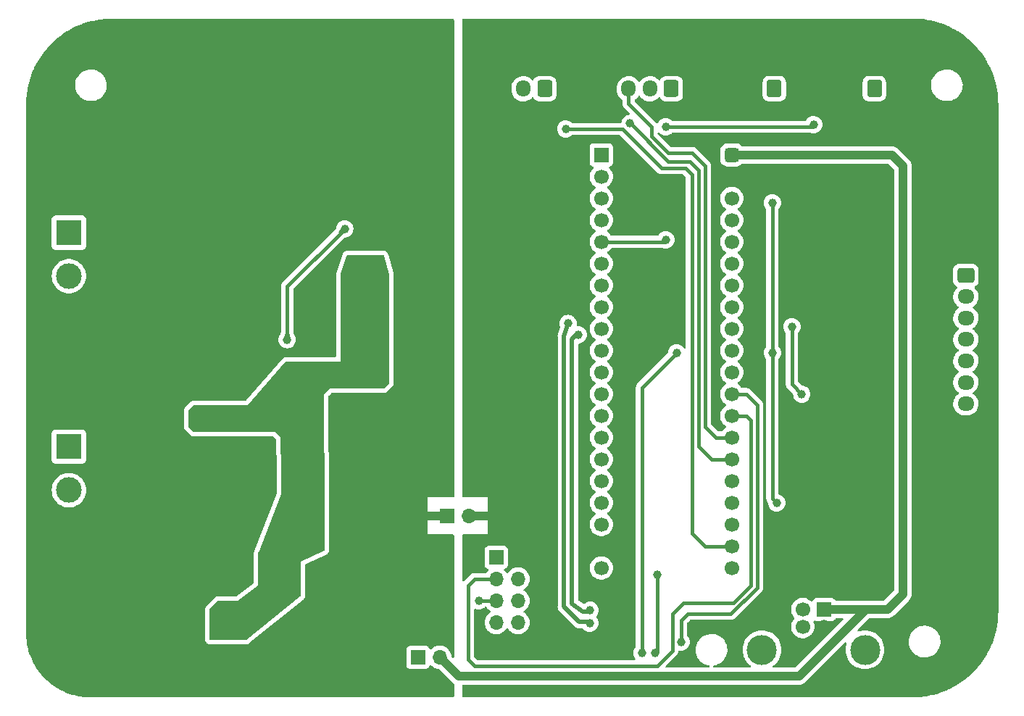
<source format=gbr>
%TF.GenerationSoftware,KiCad,Pcbnew,(7.0.0)*%
%TF.CreationDate,2023-04-04T17:42:21+07:00*%
%TF.ProjectId,3_phase_firing,335f7068-6173-4655-9f66-6972696e672e,rev?*%
%TF.SameCoordinates,Original*%
%TF.FileFunction,Copper,L2,Bot*%
%TF.FilePolarity,Positive*%
%FSLAX46Y46*%
G04 Gerber Fmt 4.6, Leading zero omitted, Abs format (unit mm)*
G04 Created by KiCad (PCBNEW (7.0.0)) date 2023-04-04 17:42:21*
%MOMM*%
%LPD*%
G01*
G04 APERTURE LIST*
G04 Aperture macros list*
%AMRoundRect*
0 Rectangle with rounded corners*
0 $1 Rounding radius*
0 $2 $3 $4 $5 $6 $7 $8 $9 X,Y pos of 4 corners*
0 Add a 4 corners polygon primitive as box body*
4,1,4,$2,$3,$4,$5,$6,$7,$8,$9,$2,$3,0*
0 Add four circle primitives for the rounded corners*
1,1,$1+$1,$2,$3*
1,1,$1+$1,$4,$5*
1,1,$1+$1,$6,$7*
1,1,$1+$1,$8,$9*
0 Add four rect primitives between the rounded corners*
20,1,$1+$1,$2,$3,$4,$5,0*
20,1,$1+$1,$4,$5,$6,$7,0*
20,1,$1+$1,$6,$7,$8,$9,0*
20,1,$1+$1,$8,$9,$2,$3,0*%
G04 Aperture macros list end*
%TA.AperFunction,ComponentPad*%
%ADD10R,1.700000X1.700000*%
%TD*%
%TA.AperFunction,ComponentPad*%
%ADD11C,1.700000*%
%TD*%
%TA.AperFunction,ComponentPad*%
%ADD12C,3.500000*%
%TD*%
%TA.AperFunction,ComponentPad*%
%ADD13O,1.700000X1.700000*%
%TD*%
%TA.AperFunction,ComponentPad*%
%ADD14RoundRect,0.425000X-0.425000X-0.425000X0.425000X-0.425000X0.425000X0.425000X-0.425000X0.425000X0*%
%TD*%
%TA.AperFunction,ComponentPad*%
%ADD15RoundRect,0.250000X0.600000X0.725000X-0.600000X0.725000X-0.600000X-0.725000X0.600000X-0.725000X0*%
%TD*%
%TA.AperFunction,ComponentPad*%
%ADD16O,1.700000X1.950000*%
%TD*%
%TA.AperFunction,ComponentPad*%
%ADD17RoundRect,0.250000X0.600000X0.750000X-0.600000X0.750000X-0.600000X-0.750000X0.600000X-0.750000X0*%
%TD*%
%TA.AperFunction,ComponentPad*%
%ADD18O,1.700000X2.000000*%
%TD*%
%TA.AperFunction,ComponentPad*%
%ADD19R,3.000000X3.000000*%
%TD*%
%TA.AperFunction,ComponentPad*%
%ADD20C,3.000000*%
%TD*%
%TA.AperFunction,ComponentPad*%
%ADD21RoundRect,0.250000X-0.725000X0.600000X-0.725000X-0.600000X0.725000X-0.600000X0.725000X0.600000X0*%
%TD*%
%TA.AperFunction,ComponentPad*%
%ADD22O,1.950000X1.700000*%
%TD*%
%TA.AperFunction,ViaPad*%
%ADD23C,1.000000*%
%TD*%
%TA.AperFunction,Conductor*%
%ADD24C,0.500000*%
%TD*%
%TA.AperFunction,Conductor*%
%ADD25C,1.000000*%
%TD*%
%TA.AperFunction,Conductor*%
%ADD26C,0.400000*%
%TD*%
G04 APERTURE END LIST*
D10*
%TO.P,J4,1,VBUS*%
%TO.N,+5V*%
X165734999Y-111532499D03*
D11*
%TO.P,J4,2,D-*%
%TO.N,USB-*%
X163235000Y-111532500D03*
%TO.P,J4,3,D+*%
%TO.N,USB+*%
X163235000Y-113532500D03*
%TO.P,J4,4,GND*%
%TO.N,GND*%
X165735000Y-113532500D03*
D12*
%TO.P,J4,5,Shield*%
%TO.N,unconnected-(J4-Shield-Pad5)*%
X170505000Y-116242500D03*
X158465000Y-116242500D03*
%TD*%
D10*
%TO.P,JP2,1,A*%
%TO.N,GNDS*%
X121712999Y-100600999D03*
D13*
%TO.P,JP2,2,B*%
%TO.N,GND*%
X124252999Y-100600999D03*
%TD*%
D10*
%TO.P,U6,1,PB12*%
%TO.N,unconnected-(U6-PB12-Pad1)*%
X139699999Y-58419999D03*
D11*
%TO.P,U6,2,PB13*%
%TO.N,LED_INDICATOR_2*%
X139700000Y-60960000D03*
%TO.P,U6,3,PB14*%
%TO.N,TRIAC_MODE*%
X139700000Y-63500000D03*
%TO.P,U6,4,PB15*%
%TO.N,SCR_MODE*%
X139700000Y-66040000D03*
%TO.P,U6,5,PA8*%
%TO.N,MODE_SELECT*%
X139700000Y-68580000D03*
%TO.P,U6,6,PA9*%
%TO.N,unconnected-(U6-PA9-Pad6)*%
X139700000Y-71120000D03*
%TO.P,U6,7,PA10*%
%TO.N,unconnected-(U6-PA10-Pad7)*%
X139700000Y-73660000D03*
%TO.P,U6,8,PA11*%
%TO.N,USB+*%
X139700000Y-76200000D03*
%TO.P,U6,9,PA12*%
%TO.N,USB-*%
X139700000Y-78740000D03*
%TO.P,U6,10,PA15*%
%TO.N,ZCD_A*%
X139700000Y-81280000D03*
%TO.P,U6,11,PB3*%
%TO.N,GATE_A1*%
X139700000Y-83820000D03*
%TO.P,U6,12,PB4*%
%TO.N,ZCD_B*%
X139700000Y-86360000D03*
%TO.P,U6,13,PB5*%
%TO.N,GATE_B1*%
X139700000Y-88900000D03*
%TO.P,U6,14,PB6*%
%TO.N,ZCD_C*%
X139700000Y-91440000D03*
%TO.P,U6,15,PB7*%
%TO.N,GATE_C1*%
X139700000Y-93980000D03*
%TO.P,U6,16,PB8*%
%TO.N,GATE_C2*%
X139700000Y-96520000D03*
%TO.P,U6,17,PB9*%
%TO.N,unconnected-(U6-PB9-Pad17)*%
X139700000Y-99060000D03*
%TO.P,U6,18,5V*%
%TO.N,unconnected-(U6-5V-Pad18)*%
X139700000Y-101600000D03*
%TO.P,U6,19,GND*%
%TO.N,GND*%
X139700000Y-104140000D03*
%TO.P,U6,20,3V3*%
%TO.N,+3.3V*%
X139700000Y-106680000D03*
%TO.P,U6,21,VBat*%
%TO.N,unconnected-(U6-VBat-Pad21)*%
X154940000Y-106680000D03*
%TO.P,U6,22,PC13*%
%TO.N,LED_INDICATOR_1*%
X154940000Y-104140000D03*
%TO.P,U6,23,PC14*%
%TO.N,unconnected-(U6-PC14-Pad23)*%
X154940000Y-101600000D03*
%TO.P,U6,24,PC15*%
%TO.N,unconnected-(U6-PC15-Pad24)*%
X154940000Y-99060000D03*
%TO.P,U6,25,RES*%
%TO.N,unconnected-(U6-RES-Pad25)*%
X154940000Y-96520000D03*
%TO.P,U6,26,PA0*%
%TO.N,ANG_CNTR_A*%
X154940000Y-93980000D03*
%TO.P,U6,27,PA1*%
%TO.N,ANG_CNTR_B*%
X154940000Y-91440000D03*
%TO.P,U6,28,PA2*%
%TO.N,AUX_ADC1*%
X154940000Y-88900000D03*
%TO.P,U6,29,PA3*%
%TO.N,AUX_ADC2*%
X154940000Y-86360000D03*
%TO.P,U6,30,PA4*%
%TO.N,AUX_ADC3*%
X154940000Y-83820000D03*
%TO.P,U6,31,PA5*%
%TO.N,AUX_ADC4*%
X154940000Y-81280000D03*
%TO.P,U6,32,PA6*%
%TO.N,AUX_ADC5*%
X154940000Y-78740000D03*
%TO.P,U6,33,PA7*%
%TO.N,AUX_ADC6*%
X154940000Y-76200000D03*
%TO.P,U6,34,PB0*%
%TO.N,GATE_B2*%
X154940000Y-73660000D03*
%TO.P,U6,35,PB1*%
%TO.N,unconnected-(U6-PB1-Pad35)*%
X154940000Y-71120000D03*
%TO.P,U6,36,PB2*%
%TO.N,unconnected-(U6-PB2-Pad36)*%
X154940000Y-68580000D03*
%TO.P,U6,37,PB10*%
%TO.N,GATE_A2*%
X154940000Y-66040000D03*
%TO.P,U6,38,3V3*%
%TO.N,+3.3V*%
X154940000Y-63500000D03*
%TO.P,U6,39,GND*%
%TO.N,GND*%
X154940000Y-60960000D03*
D14*
%TO.P,U6,40,5V*%
%TO.N,+5V*%
X154940000Y-58420000D03*
%TD*%
D15*
%TO.P,J9,1,Pin_1*%
%TO.N,+3.3V*%
X147882000Y-50690000D03*
D16*
%TO.P,J9,2,Pin_2*%
%TO.N,ANG_CNTR_A*%
X145381999Y-50689999D03*
%TO.P,J9,3,Pin_3*%
%TO.N,ANG_CNTR_B*%
X142881999Y-50689999D03*
%TO.P,J9,4,Pin_4*%
%TO.N,GND*%
X140381999Y-50689999D03*
%TD*%
D10*
%TO.P,JP1,1,A*%
%TO.N,Net-(JP1-A)*%
X118278999Y-117110999D03*
D13*
%TO.P,JP1,2,B*%
%TO.N,+5V*%
X120818999Y-117110999D03*
%TD*%
D17*
%TO.P,J8,1,Pin_1*%
%TO.N,SCR_MODE*%
X159913332Y-50690000D03*
D18*
%TO.P,J8,2,Pin_2*%
%TO.N,GND*%
X157413331Y-50689999D03*
%TD*%
D19*
%TO.P,J1,1,Pin_1*%
%TO.N,NEUT*%
X77499999Y-67499999D03*
D20*
%TO.P,J1,2,Pin_2*%
%TO.N,PHASE_A*%
X77500000Y-72580000D03*
%TD*%
D17*
%TO.P,J6,1,Pin_1*%
%TO.N,TRIAC_MODE*%
X171604000Y-50690000D03*
D18*
%TO.P,J6,2,Pin_2*%
%TO.N,GND*%
X169103999Y-50689999D03*
%TD*%
D15*
%TO.P,J7,1,Pin_1*%
%TO.N,+3.3V*%
X133080000Y-50690000D03*
D16*
%TO.P,J7,2,Pin_2*%
%TO.N,Net-(J7-Pin_2)*%
X130579999Y-50689999D03*
%TO.P,J7,3,Pin_3*%
%TO.N,GND*%
X128079999Y-50689999D03*
%TD*%
D10*
%TO.P,J5,1,Pin_1*%
%TO.N,+3.3V*%
X127427999Y-105426999D03*
D13*
%TO.P,J5,2,Pin_2*%
%TO.N,GND*%
X129967999Y-105426999D03*
%TO.P,J5,3,Pin_3*%
%TO.N,AUX_ADC1*%
X127427999Y-107966999D03*
%TO.P,J5,4,Pin_4*%
%TO.N,AUX_ADC2*%
X129967999Y-107966999D03*
%TO.P,J5,5,Pin_5*%
%TO.N,AUX_ADC3*%
X127427999Y-110506999D03*
%TO.P,J5,6,Pin_6*%
%TO.N,AUX_ADC4*%
X129967999Y-110506999D03*
%TO.P,J5,7,Pin_7*%
%TO.N,unconnected-(J5-Pin_7-Pad7)*%
X127427999Y-113046999D03*
%TO.P,J5,8,Pin_8*%
%TO.N,unconnected-(J5-Pin_8-Pad8)*%
X129967999Y-113046999D03*
%TD*%
D21*
%TO.P,J10,1,Pin_1*%
%TO.N,+3.3V*%
X182292000Y-72492500D03*
D22*
%TO.P,J10,2,Pin_2*%
%TO.N,Net-(J10-Pin_2)*%
X182291999Y-74992499D03*
%TO.P,J10,3,Pin_3*%
%TO.N,Net-(J10-Pin_3)*%
X182291999Y-77492499D03*
%TO.P,J10,4,Pin_4*%
%TO.N,Net-(J10-Pin_4)*%
X182291999Y-79992499D03*
%TO.P,J10,5,Pin_5*%
%TO.N,Net-(J10-Pin_5)*%
X182291999Y-82492499D03*
%TO.P,J10,6,Pin_6*%
%TO.N,Net-(J10-Pin_6)*%
X182291999Y-84992499D03*
%TO.P,J10,7,Pin_7*%
%TO.N,Net-(J10-Pin_7)*%
X182291999Y-87492499D03*
%TO.P,J10,8,Pin_8*%
%TO.N,GND*%
X182291999Y-89992499D03*
%TD*%
D19*
%TO.P,J2,1,Pin_1*%
%TO.N,PHASE_B*%
X77499999Y-92499999D03*
D20*
%TO.P,J2,2,Pin_2*%
%TO.N,PHASE_C*%
X77500000Y-97580000D03*
%TD*%
D23*
%TO.N,GNDS*%
X108839000Y-91567000D03*
X90122000Y-51847000D03*
X94589600Y-82448400D03*
X99122000Y-45847000D03*
X111122000Y-48847000D03*
X96059000Y-104411000D03*
X86788000Y-60977000D03*
X118157000Y-104665000D03*
X92630000Y-65803000D03*
X90122000Y-54847000D03*
X91106000Y-64279000D03*
X94865200Y-67885800D03*
X94154000Y-104411000D03*
X87122000Y-54847000D03*
X98552000Y-95681800D03*
X102122000Y-45847000D03*
X90043000Y-85394800D03*
X90122000Y-48847000D03*
X94027000Y-102633000D03*
X96186000Y-66819000D03*
X87296000Y-62755000D03*
X110283000Y-106697000D03*
X99122000Y-48847000D03*
X112569000Y-106824000D03*
X94865200Y-65701400D03*
X89328000Y-60977000D03*
X96122000Y-45847000D03*
X95551000Y-107332000D03*
X102122000Y-51847000D03*
X87122000Y-51847000D03*
X96122000Y-48847000D03*
X107289600Y-81280000D03*
X94789000Y-108856000D03*
X108122000Y-48847000D03*
X112696000Y-108729000D03*
X98345000Y-107332000D03*
X105122000Y-48847000D03*
X118157000Y-106697000D03*
X92811600Y-85369400D03*
X94027000Y-107078000D03*
X87122000Y-45847000D03*
X87122000Y-48847000D03*
X112569000Y-104792000D03*
X90122000Y-45847000D03*
X105122000Y-51847000D03*
X88566000Y-64279000D03*
X108122000Y-45847000D03*
X93646000Y-66819000D03*
X108122000Y-51847000D03*
X118157000Y-108602000D03*
X102122000Y-48847000D03*
X98345000Y-102633000D03*
X89836000Y-62755000D03*
X93122000Y-51847000D03*
X110283000Y-104792000D03*
X105122000Y-45847000D03*
X99122000Y-51847000D03*
X96122000Y-51847000D03*
X93122000Y-48847000D03*
X111122000Y-45847000D03*
X87122000Y-57847000D03*
X114122000Y-45847000D03*
X93122000Y-45847000D03*
X97837000Y-104411000D03*
%TO.N,GATE_B2*%
X161972000Y-78503000D03*
X163115000Y-86377000D03*
%TO.N,TRIAC_MODE*%
X147240000Y-55135000D03*
X164512000Y-54881000D03*
%TO.N,Net-(R13-Pad1)*%
X109728000Y-67056000D03*
X102997000Y-80010000D03*
%TO.N,GND*%
X126920000Y-97299000D03*
X129968000Y-82567000D03*
X129714000Y-70121000D03*
%TO.N,VCC*%
X113538000Y-71120000D03*
X105003600Y-92964000D03*
X110744000Y-71120000D03*
X101774000Y-110761000D03*
X100377000Y-106824000D03*
X103171000Y-109110000D03*
X113284000Y-83058000D03*
X100377000Y-109237000D03*
X112141000Y-71120000D03*
X94615000Y-89408000D03*
X100377000Y-104538000D03*
X103679000Y-104538000D03*
X98345000Y-110888000D03*
X99488000Y-112539000D03*
%TO.N,USB-*%
X136996265Y-79435265D03*
X138398999Y-111627001D03*
%TO.N,USB+*%
X135810000Y-78122000D03*
X138350000Y-113132500D03*
%TO.N,LED_INDICATOR_1*%
X135556000Y-55389000D03*
%TO.N,MODE_SELECT*%
X159686000Y-81551000D03*
X147240000Y-68343000D03*
X160194000Y-99077000D03*
X159686000Y-64025000D03*
%TO.N,ANG_CNTR_A*%
X143049000Y-54754000D03*
%TO.N,AUX_ADC2*%
X149018000Y-115333000D03*
%TO.N,AUX_ADC3*%
X145970000Y-116603000D03*
X125396000Y-110507000D03*
X146224000Y-107459000D03*
%TO.N,AUX_ADC4*%
X144446000Y-116603000D03*
X148510000Y-81551000D03*
%TD*%
D24*
%TO.N,USB+*%
X138200001Y-112982501D02*
X138350000Y-113132500D01*
X137141103Y-112982501D02*
X138200001Y-112982501D01*
X135360000Y-111201398D02*
X137141103Y-112982501D01*
X135810000Y-78122000D02*
X135360000Y-79586603D01*
X135360000Y-79586603D02*
X135360000Y-111201398D01*
%TO.N,USB-*%
X136784132Y-79435265D02*
X136996265Y-79435265D01*
X136260000Y-110828602D02*
X136260000Y-79959397D01*
X136260000Y-79959397D02*
X136784132Y-79435265D01*
X137562896Y-111777000D02*
X136260000Y-110828602D01*
D25*
%TO.N,GNDS*%
X121713000Y-100601000D02*
X117903000Y-100601000D01*
D26*
%TO.N,GATE_B2*%
X161972000Y-85234000D02*
X163115000Y-86377000D01*
X161972000Y-78503000D02*
X161972000Y-85234000D01*
%TO.N,TRIAC_MODE*%
X164258000Y-55135000D02*
X164512000Y-54881000D01*
X147240000Y-55135000D02*
X164258000Y-55135000D01*
%TO.N,Net-(R13-Pad1)*%
X102997000Y-73787000D02*
X109728000Y-67056000D01*
X102997000Y-80010000D02*
X102997000Y-73787000D01*
D25*
%TO.N,GND*%
X124253000Y-100601000D02*
X127555000Y-100601000D01*
%TO.N,+5V*%
X123035000Y-119327000D02*
X120819000Y-117111000D01*
X173656000Y-58437000D02*
X174926000Y-59707000D01*
X174926000Y-59707000D02*
X174926000Y-109745000D01*
X162804000Y-119327000D02*
X123035000Y-119327000D01*
X154940000Y-58420000D02*
X154957000Y-58437000D01*
X173138500Y-111532500D02*
X165735000Y-111532500D01*
X154957000Y-58437000D02*
X173656000Y-58437000D01*
X174926000Y-109745000D02*
X173138500Y-111532500D01*
X173138500Y-111532500D02*
X170598500Y-111532500D01*
X170598500Y-111532500D02*
X162804000Y-119327000D01*
D24*
%TO.N,USB-*%
X138249000Y-111777000D02*
X137562896Y-111777000D01*
D26*
%TO.N,LED_INDICATOR_1*%
X135556000Y-55389000D02*
X142160000Y-55389000D01*
X146732000Y-59961000D02*
X149526000Y-59961000D01*
X150288000Y-60723000D02*
X150288000Y-102633000D01*
X142160000Y-55389000D02*
X146732000Y-59961000D01*
X149526000Y-59961000D02*
X150288000Y-60723000D01*
X151795000Y-104140000D02*
X154940000Y-104140000D01*
X150288000Y-102633000D02*
X151795000Y-104140000D01*
%TO.N,MODE_SELECT*%
X159686000Y-64025000D02*
X159686000Y-81551000D01*
X147240000Y-68343000D02*
X147003000Y-68580000D01*
X147003000Y-68580000D02*
X139700000Y-68580000D01*
X159686000Y-98569000D02*
X160194000Y-99077000D01*
X159686000Y-81551000D02*
X159686000Y-98569000D01*
%TO.N,ANG_CNTR_A*%
X143069000Y-54747950D02*
X147520050Y-59199000D01*
X150034000Y-59199000D02*
X151050000Y-60215000D01*
X152557000Y-93980000D02*
X154940000Y-93980000D01*
X143055050Y-54747950D02*
X143049000Y-54754000D01*
X147520050Y-59199000D02*
X150034000Y-59199000D01*
X143069000Y-54747950D02*
X143055050Y-54747950D01*
X151050000Y-92473000D02*
X152557000Y-93980000D01*
X151050000Y-60215000D02*
X151050000Y-92473000D01*
%TO.N,ANG_CNTR_B*%
X150288000Y-58183000D02*
X147494000Y-58183000D01*
X154940000Y-91440000D02*
X153065000Y-91440000D01*
X153065000Y-91440000D02*
X151812000Y-90187000D01*
X151812000Y-90187000D02*
X151812000Y-59707000D01*
X147494000Y-58183000D02*
X145569000Y-56258000D01*
X142882000Y-52428000D02*
X142882000Y-50690000D01*
X145569000Y-55115000D02*
X142882000Y-52428000D01*
X151812000Y-59707000D02*
X150288000Y-58183000D01*
X145569000Y-56258000D02*
X145569000Y-55115000D01*
%TO.N,AUX_ADC1*%
X127428000Y-107967000D02*
X124888000Y-107967000D01*
X155114000Y-110761000D02*
X157146000Y-108729000D01*
X148002000Y-116349000D02*
X148002000Y-112031000D01*
X124126000Y-117365000D02*
X124888000Y-118127000D01*
X148002000Y-112031000D02*
X149272000Y-110761000D01*
X157146000Y-108729000D02*
X157146000Y-89425000D01*
X124126000Y-108729000D02*
X124126000Y-117365000D01*
X156621000Y-88900000D02*
X154940000Y-88900000D01*
X124888000Y-107967000D02*
X124126000Y-108729000D01*
X124888000Y-118127000D02*
X146224000Y-118127000D01*
X157146000Y-89425000D02*
X156621000Y-88900000D01*
X149272000Y-110761000D02*
X155114000Y-110761000D01*
X146224000Y-118127000D02*
X148002000Y-116349000D01*
%TO.N,AUX_ADC2*%
X154833949Y-112031000D02*
X149780000Y-112031000D01*
X157908000Y-108956949D02*
X154833949Y-112031000D01*
X149780000Y-112031000D02*
X149018000Y-112793000D01*
X157908000Y-91457000D02*
X157908000Y-108956949D01*
X157908000Y-87647000D02*
X157908000Y-91457000D01*
X154940000Y-86360000D02*
X156621000Y-86360000D01*
X157400000Y-87139000D02*
X157908000Y-87647000D01*
X156621000Y-86360000D02*
X157400000Y-87139000D01*
X149018000Y-113047000D02*
X149018000Y-115333000D01*
X149018000Y-112793000D02*
X149018000Y-113047000D01*
%TO.N,AUX_ADC3*%
X146224000Y-107459000D02*
X146224000Y-116349000D01*
X146224000Y-116349000D02*
X145970000Y-116603000D01*
X127428000Y-110507000D02*
X125650000Y-110507000D01*
%TO.N,AUX_ADC4*%
X144446000Y-85615000D02*
X148510000Y-81551000D01*
X144446000Y-116603000D02*
X144446000Y-85615000D01*
%TD*%
%TA.AperFunction,Conductor*%
%TO.N,GND*%
G36*
X177033375Y-42535515D02*
G01*
X177035567Y-42535713D01*
X177037819Y-42535918D01*
X177297447Y-42560460D01*
X177304532Y-42561334D01*
X177634780Y-42611596D01*
X177906356Y-42654610D01*
X177912994Y-42655847D01*
X178233449Y-42724636D01*
X178234373Y-42724840D01*
X178508232Y-42786055D01*
X178514570Y-42787645D01*
X178804925Y-42868588D01*
X178826950Y-42874728D01*
X178828268Y-42875103D01*
X179100870Y-42954301D01*
X179106785Y-42956179D01*
X179369409Y-43046805D01*
X179411468Y-43061319D01*
X179413047Y-43061876D01*
X179682012Y-43158709D01*
X179687499Y-43160831D01*
X179984072Y-43283676D01*
X179985815Y-43284415D01*
X180249430Y-43398491D01*
X180254474Y-43400808D01*
X180542240Y-43540922D01*
X180544189Y-43541893D01*
X180800980Y-43672734D01*
X180805610Y-43675219D01*
X181083850Y-43832147D01*
X181085954Y-43833362D01*
X181334548Y-43980381D01*
X181338767Y-43982991D01*
X181606594Y-44156154D01*
X181608903Y-44157684D01*
X181848141Y-44320270D01*
X181851967Y-44322976D01*
X182108556Y-44511778D01*
X182111046Y-44513659D01*
X182339863Y-44691148D01*
X182343187Y-44693821D01*
X182587775Y-44897659D01*
X182590386Y-44899897D01*
X182807680Y-45091467D01*
X182810718Y-45094235D01*
X183042446Y-45312369D01*
X183045177Y-45315020D01*
X183249978Y-45519821D01*
X183252629Y-45522552D01*
X183470763Y-45754280D01*
X183473530Y-45757316D01*
X183665092Y-45974601D01*
X183667338Y-45977222D01*
X183871167Y-46221798D01*
X183873862Y-46225150D01*
X184051321Y-46453929D01*
X184053220Y-46456442D01*
X184242013Y-46713019D01*
X184244738Y-46716871D01*
X184407274Y-46956035D01*
X184408872Y-46958446D01*
X184581995Y-47226211D01*
X184584638Y-47230484D01*
X184731596Y-47478976D01*
X184732891Y-47481217D01*
X184889762Y-47759356D01*
X184892281Y-47764051D01*
X185023082Y-48020763D01*
X185024100Y-48022807D01*
X185164173Y-48310488D01*
X185166525Y-48315607D01*
X185280566Y-48579142D01*
X185281338Y-48580964D01*
X185404157Y-48877475D01*
X185406299Y-48883012D01*
X185503122Y-49151951D01*
X185503679Y-49153530D01*
X185608813Y-49458196D01*
X185610702Y-49464145D01*
X185689895Y-49736730D01*
X185690270Y-49738048D01*
X185777350Y-50050417D01*
X185778943Y-50056766D01*
X185840158Y-50330625D01*
X185840387Y-50331666D01*
X185909141Y-50651953D01*
X185910396Y-50658688D01*
X185953356Y-50929931D01*
X185953473Y-50930682D01*
X186003664Y-51260458D01*
X186004539Y-51267559D01*
X186029078Y-51527153D01*
X186029120Y-51527608D01*
X186060566Y-51873657D01*
X186061021Y-51881103D01*
X186066999Y-52071342D01*
X186067001Y-52071494D01*
X186067004Y-52071494D01*
X186079443Y-52483114D01*
X186079500Y-52486920D01*
X186079500Y-111783080D01*
X186079443Y-111786886D01*
X186067009Y-112198354D01*
X186067004Y-112198506D01*
X186061021Y-112388896D01*
X186060566Y-112396341D01*
X186029120Y-112742390D01*
X186029078Y-112742845D01*
X186004539Y-113002439D01*
X186003664Y-113009540D01*
X185953473Y-113339316D01*
X185953356Y-113340067D01*
X185910396Y-113611310D01*
X185909141Y-113618045D01*
X185840387Y-113938332D01*
X185840158Y-113939373D01*
X185778943Y-114213232D01*
X185777350Y-114219581D01*
X185690270Y-114531950D01*
X185689895Y-114533268D01*
X185610702Y-114805853D01*
X185608813Y-114811802D01*
X185503679Y-115116468D01*
X185503122Y-115118047D01*
X185406299Y-115386986D01*
X185404157Y-115392523D01*
X185281338Y-115689034D01*
X185280566Y-115690856D01*
X185166525Y-115954391D01*
X185164173Y-115959510D01*
X185024100Y-116247191D01*
X185023082Y-116249235D01*
X184892281Y-116505947D01*
X184889762Y-116510642D01*
X184732891Y-116788781D01*
X184731596Y-116791022D01*
X184584638Y-117039514D01*
X184581995Y-117043787D01*
X184408872Y-117311552D01*
X184407274Y-117313963D01*
X184244738Y-117553127D01*
X184242013Y-117556979D01*
X184053220Y-117813556D01*
X184051293Y-117816107D01*
X183926613Y-117976844D01*
X183881182Y-118035414D01*
X183873912Y-118044786D01*
X183871145Y-118048227D01*
X183667339Y-118292775D01*
X183665060Y-118295434D01*
X183473531Y-118512680D01*
X183470763Y-118515718D01*
X183252629Y-118747446D01*
X183249978Y-118750177D01*
X183045177Y-118954978D01*
X183042446Y-118957629D01*
X182810718Y-119175763D01*
X182807680Y-119178531D01*
X182590434Y-119370060D01*
X182587775Y-119372339D01*
X182343227Y-119576145D01*
X182339786Y-119578912D01*
X182111107Y-119756293D01*
X182108556Y-119758220D01*
X181851979Y-119947013D01*
X181848127Y-119949738D01*
X181608963Y-120112274D01*
X181606552Y-120113872D01*
X181338787Y-120286995D01*
X181334514Y-120289638D01*
X181086022Y-120436596D01*
X181083781Y-120437891D01*
X180805642Y-120594762D01*
X180800947Y-120597281D01*
X180544235Y-120728082D01*
X180542191Y-120729100D01*
X180254510Y-120869173D01*
X180249391Y-120871525D01*
X179985856Y-120985566D01*
X179984034Y-120986338D01*
X179687523Y-121109157D01*
X179681986Y-121111299D01*
X179413047Y-121208122D01*
X179411468Y-121208679D01*
X179106802Y-121313813D01*
X179100853Y-121315702D01*
X178828268Y-121394895D01*
X178826950Y-121395270D01*
X178514581Y-121482350D01*
X178508232Y-121483943D01*
X178234373Y-121545158D01*
X178233332Y-121545387D01*
X177913045Y-121614141D01*
X177906310Y-121615396D01*
X177635067Y-121658356D01*
X177634316Y-121658473D01*
X177304540Y-121708664D01*
X177297439Y-121709539D01*
X177037845Y-121734078D01*
X177037390Y-121734120D01*
X176691341Y-121765566D01*
X176683895Y-121766021D01*
X176493656Y-121771999D01*
X176493505Y-121772004D01*
X176081878Y-121784443D01*
X176078092Y-121784500D01*
X172876847Y-121785000D01*
X123571000Y-121785000D01*
X123508000Y-121768119D01*
X123461881Y-121722000D01*
X123445000Y-121659000D01*
X123445000Y-120461500D01*
X123461881Y-120398500D01*
X123508000Y-120352381D01*
X123571000Y-120335500D01*
X162748263Y-120335500D01*
X162760612Y-120336107D01*
X162797836Y-120339773D01*
X162797837Y-120339773D01*
X162804000Y-120340380D01*
X163001701Y-120320909D01*
X163191804Y-120263241D01*
X163191804Y-120263240D01*
X163367004Y-120169595D01*
X163520568Y-120043568D01*
X163548240Y-120009848D01*
X163556523Y-120000709D01*
X168151606Y-115405626D01*
X168209684Y-115372600D01*
X168276485Y-115373912D01*
X168333223Y-115409194D01*
X168363946Y-115468526D01*
X168360012Y-115535224D01*
X168320104Y-115652789D01*
X168320101Y-115652797D01*
X168318776Y-115656703D01*
X168317972Y-115660743D01*
X168317970Y-115660752D01*
X168261820Y-115943034D01*
X168261818Y-115943043D01*
X168261017Y-115947074D01*
X168260747Y-115951178D01*
X168260747Y-115951186D01*
X168246095Y-116174735D01*
X168241654Y-116242500D01*
X168241924Y-116246619D01*
X168260453Y-116529330D01*
X168261017Y-116537926D01*
X168261819Y-116541958D01*
X168261820Y-116541965D01*
X168317970Y-116824247D01*
X168318776Y-116828297D01*
X168320102Y-116832206D01*
X168320104Y-116832210D01*
X168398372Y-117062780D01*
X168413941Y-117108645D01*
X168415760Y-117112334D01*
X168415764Y-117112343D01*
X168519210Y-117322110D01*
X168544885Y-117374173D01*
X168709367Y-117620338D01*
X168904573Y-117842927D01*
X169127162Y-118038133D01*
X169373327Y-118202615D01*
X169377031Y-118204441D01*
X169377030Y-118204441D01*
X169580470Y-118304767D01*
X169638855Y-118333559D01*
X169919203Y-118428724D01*
X170209574Y-118486483D01*
X170505000Y-118505846D01*
X170800426Y-118486483D01*
X171090797Y-118428724D01*
X171371145Y-118333559D01*
X171636673Y-118202615D01*
X171882838Y-118038133D01*
X172105427Y-117842927D01*
X172300633Y-117620338D01*
X172465115Y-117374173D01*
X172596059Y-117108645D01*
X172691224Y-116828297D01*
X172748983Y-116537926D01*
X172768346Y-116242500D01*
X172748983Y-115947074D01*
X172691224Y-115656703D01*
X172596059Y-115376355D01*
X172584425Y-115352765D01*
X175611788Y-115352765D01*
X175612290Y-115357332D01*
X175612291Y-115357344D01*
X175640910Y-115617444D01*
X175640911Y-115617453D01*
X175641414Y-115622018D01*
X175642576Y-115626463D01*
X175642577Y-115626468D01*
X175708763Y-115879632D01*
X175709928Y-115884088D01*
X175711725Y-115888318D01*
X175711728Y-115888325D01*
X175741979Y-115959510D01*
X175815870Y-116133390D01*
X175818265Y-116137315D01*
X175818266Y-116137316D01*
X175923815Y-116310265D01*
X175956982Y-116364610D01*
X175959917Y-116368137D01*
X175959918Y-116368138D01*
X176092063Y-116526928D01*
X176130255Y-116572820D01*
X176179315Y-116616778D01*
X176328561Y-116750503D01*
X176328565Y-116750506D01*
X176331998Y-116753582D01*
X176557910Y-116903044D01*
X176803176Y-117018020D01*
X177062569Y-117096060D01*
X177330561Y-117135500D01*
X177531330Y-117135500D01*
X177533631Y-117135500D01*
X177736156Y-117120677D01*
X178000553Y-117061780D01*
X178253558Y-116965014D01*
X178489777Y-116832441D01*
X178704177Y-116666888D01*
X178892186Y-116471881D01*
X179049799Y-116251579D01*
X179173656Y-116010675D01*
X179261118Y-115754305D01*
X179310319Y-115487933D01*
X179318067Y-115275921D01*
X179320044Y-115221837D01*
X179320043Y-115221834D01*
X179320212Y-115217235D01*
X179290586Y-114947982D01*
X179222072Y-114685912D01*
X179116130Y-114436610D01*
X178975018Y-114205390D01*
X178801745Y-113997180D01*
X178726137Y-113929435D01*
X178603438Y-113819496D01*
X178603432Y-113819491D01*
X178600002Y-113816418D01*
X178428495Y-113702950D01*
X178377925Y-113669493D01*
X178377922Y-113669491D01*
X178374090Y-113666956D01*
X178300520Y-113632468D01*
X178132992Y-113553934D01*
X178132993Y-113553934D01*
X178128824Y-113551980D01*
X178067752Y-113533606D01*
X177873843Y-113475267D01*
X177873838Y-113475265D01*
X177869431Y-113473940D01*
X177864874Y-113473269D01*
X177864868Y-113473268D01*
X177606000Y-113435171D01*
X177605996Y-113435170D01*
X177601439Y-113434500D01*
X177398369Y-113434500D01*
X177396098Y-113434666D01*
X177396076Y-113434667D01*
X177200438Y-113448986D01*
X177200427Y-113448987D01*
X177195844Y-113449323D01*
X177191353Y-113450323D01*
X177191349Y-113450324D01*
X176935939Y-113507219D01*
X176935934Y-113507220D01*
X176931447Y-113508220D01*
X176927149Y-113509863D01*
X176927145Y-113509865D01*
X176682746Y-113603339D01*
X176682735Y-113603343D01*
X176678442Y-113604986D01*
X176674434Y-113607235D01*
X176674422Y-113607241D01*
X176446232Y-113735308D01*
X176446221Y-113735314D01*
X176442223Y-113737559D01*
X176438589Y-113740364D01*
X176438586Y-113740367D01*
X176231466Y-113900298D01*
X176231458Y-113900305D01*
X176227823Y-113903112D01*
X176224632Y-113906421D01*
X176224625Y-113906428D01*
X176043011Y-114094802D01*
X176043004Y-114094809D01*
X176039814Y-114098119D01*
X176037136Y-114101861D01*
X176037131Y-114101868D01*
X175884885Y-114314668D01*
X175884878Y-114314677D01*
X175882201Y-114318421D01*
X175880097Y-114322512D01*
X175880091Y-114322523D01*
X175760453Y-114555222D01*
X175758344Y-114559325D01*
X175756856Y-114563684D01*
X175756854Y-114563691D01*
X175672371Y-114811327D01*
X175672367Y-114811341D01*
X175670882Y-114815695D01*
X175670044Y-114820228D01*
X175670044Y-114820231D01*
X175622517Y-115077537D01*
X175622515Y-115077546D01*
X175621681Y-115082067D01*
X175621513Y-115086656D01*
X175621512Y-115086668D01*
X175612588Y-115330872D01*
X175611788Y-115352765D01*
X172584425Y-115352765D01*
X172571639Y-115326837D01*
X172474262Y-115129376D01*
X172465115Y-115110827D01*
X172300633Y-114864662D01*
X172105427Y-114642073D01*
X171882838Y-114446867D01*
X171636673Y-114282385D01*
X171632973Y-114280560D01*
X171632969Y-114280558D01*
X171374843Y-114153264D01*
X171374834Y-114153260D01*
X171371145Y-114151441D01*
X171297400Y-114126408D01*
X171094710Y-114057604D01*
X171094706Y-114057602D01*
X171090797Y-114056276D01*
X171086752Y-114055471D01*
X171086747Y-114055470D01*
X170804465Y-113999320D01*
X170804458Y-113999319D01*
X170800426Y-113998517D01*
X170796319Y-113998247D01*
X170796313Y-113998247D01*
X170509119Y-113979424D01*
X170505000Y-113979154D01*
X170500881Y-113979424D01*
X170213686Y-113998247D01*
X170213678Y-113998247D01*
X170209574Y-113998517D01*
X170205543Y-113999318D01*
X170205534Y-113999320D01*
X169923252Y-114055470D01*
X169923243Y-114055472D01*
X169919203Y-114056276D01*
X169855726Y-114077823D01*
X169797724Y-114097512D01*
X169731026Y-114101444D01*
X169671695Y-114070722D01*
X169636413Y-114013983D01*
X169635101Y-113947182D01*
X169668125Y-113889107D01*
X170979331Y-112577902D01*
X171020206Y-112550591D01*
X171068424Y-112541000D01*
X173082763Y-112541000D01*
X173095112Y-112541607D01*
X173132336Y-112545273D01*
X173132337Y-112545273D01*
X173138500Y-112545880D01*
X173336201Y-112526409D01*
X173526304Y-112468741D01*
X173545570Y-112458443D01*
X173701504Y-112375095D01*
X173855068Y-112249068D01*
X173882740Y-112215348D01*
X173891023Y-112206209D01*
X175599709Y-110497523D01*
X175608848Y-110489240D01*
X175642568Y-110461568D01*
X175768595Y-110308004D01*
X175862241Y-110132804D01*
X175879727Y-110075159D01*
X175919909Y-109942701D01*
X175939380Y-109745000D01*
X175935107Y-109701612D01*
X175934500Y-109689263D01*
X175934500Y-87434635D01*
X180804816Y-87434635D01*
X180805043Y-87439980D01*
X180805043Y-87439982D01*
X180814403Y-87660325D01*
X180814403Y-87660331D01*
X180814631Y-87665678D01*
X180815758Y-87670911D01*
X180815759Y-87670912D01*
X180862222Y-87886502D01*
X180862223Y-87886508D01*
X180863351Y-87891738D01*
X180865347Y-87896706D01*
X180865348Y-87896708D01*
X180947576Y-88101343D01*
X180947580Y-88101351D01*
X180949574Y-88106313D01*
X181018719Y-88218611D01*
X181066796Y-88296694D01*
X181070821Y-88303230D01*
X181074353Y-88307244D01*
X181074356Y-88307247D01*
X181168448Y-88414157D01*
X181223602Y-88476824D01*
X181403524Y-88622100D01*
X181605409Y-88734880D01*
X181823450Y-88811919D01*
X182051375Y-88851000D01*
X182472047Y-88851000D01*
X182474713Y-88851000D01*
X182647418Y-88836301D01*
X182871207Y-88778030D01*
X183081929Y-88682778D01*
X183273523Y-88553283D01*
X183440476Y-88393272D01*
X183577985Y-88207347D01*
X183682095Y-88000857D01*
X183749811Y-87779743D01*
X183779184Y-87550365D01*
X183769369Y-87319322D01*
X183720649Y-87093262D01*
X183667378Y-86960692D01*
X183636423Y-86883656D01*
X183636421Y-86883653D01*
X183634426Y-86878687D01*
X183513179Y-86681770D01*
X183360398Y-86508176D01*
X183180476Y-86362900D01*
X183165996Y-86354811D01*
X183159266Y-86351051D01*
X183113424Y-86307113D01*
X183094831Y-86246398D01*
X183108210Y-86184325D01*
X183150158Y-86136662D01*
X183273523Y-86053283D01*
X183440476Y-85893272D01*
X183577985Y-85707347D01*
X183682095Y-85500857D01*
X183749811Y-85279743D01*
X183779184Y-85050365D01*
X183769369Y-84819322D01*
X183720649Y-84593262D01*
X183634426Y-84378687D01*
X183513179Y-84181770D01*
X183360398Y-84008176D01*
X183180476Y-83862900D01*
X183175804Y-83860290D01*
X183159266Y-83851051D01*
X183113424Y-83807113D01*
X183094831Y-83746398D01*
X183108210Y-83684325D01*
X183150158Y-83636662D01*
X183273523Y-83553283D01*
X183440476Y-83393272D01*
X183577985Y-83207347D01*
X183682095Y-83000857D01*
X183749811Y-82779743D01*
X183779184Y-82550365D01*
X183769369Y-82319322D01*
X183720649Y-82093262D01*
X183656313Y-81933156D01*
X183636423Y-81883656D01*
X183636421Y-81883653D01*
X183634426Y-81878687D01*
X183513179Y-81681770D01*
X183360398Y-81508176D01*
X183180476Y-81362900D01*
X183174320Y-81359461D01*
X183159266Y-81351051D01*
X183113424Y-81307113D01*
X183094831Y-81246398D01*
X183108210Y-81184325D01*
X183150158Y-81136662D01*
X183273523Y-81053283D01*
X183440476Y-80893272D01*
X183577985Y-80707347D01*
X183682095Y-80500857D01*
X183749811Y-80279743D01*
X183779184Y-80050365D01*
X183769369Y-79819322D01*
X183720649Y-79593262D01*
X183638486Y-79388791D01*
X183636423Y-79383656D01*
X183636421Y-79383653D01*
X183634426Y-79378687D01*
X183513179Y-79181770D01*
X183509468Y-79177554D01*
X183363934Y-79012194D01*
X183360398Y-79008176D01*
X183306142Y-78964368D01*
X183184641Y-78866263D01*
X183180476Y-78862900D01*
X183175804Y-78860290D01*
X183159266Y-78851051D01*
X183113424Y-78807113D01*
X183094831Y-78746398D01*
X183108210Y-78684325D01*
X183150158Y-78636662D01*
X183273523Y-78553283D01*
X183440476Y-78393272D01*
X183577985Y-78207347D01*
X183682095Y-78000857D01*
X183749811Y-77779743D01*
X183779184Y-77550365D01*
X183769369Y-77319322D01*
X183720649Y-77093262D01*
X183634426Y-76878687D01*
X183513179Y-76681770D01*
X183478719Y-76642616D01*
X183363934Y-76512194D01*
X183360398Y-76508176D01*
X183262867Y-76429426D01*
X183184641Y-76366263D01*
X183180476Y-76362900D01*
X183175804Y-76360290D01*
X183159266Y-76351051D01*
X183113424Y-76307113D01*
X183094831Y-76246398D01*
X183108210Y-76184325D01*
X183150158Y-76136662D01*
X183273523Y-76053283D01*
X183440476Y-75893272D01*
X183577985Y-75707347D01*
X183682095Y-75500857D01*
X183749811Y-75279743D01*
X183779184Y-75050365D01*
X183769369Y-74819322D01*
X183720649Y-74593262D01*
X183634426Y-74378687D01*
X183513179Y-74181770D01*
X183360398Y-74008176D01*
X183348345Y-73998443D01*
X183332976Y-73986034D01*
X183296783Y-73938702D01*
X183286384Y-73880033D01*
X183304106Y-73823145D01*
X183345982Y-73780763D01*
X183490652Y-73691530D01*
X183616030Y-73566152D01*
X183709115Y-73415238D01*
X183764887Y-73246926D01*
X183775500Y-73143045D01*
X183775499Y-71841956D01*
X183764887Y-71738074D01*
X183709115Y-71569762D01*
X183704707Y-71562616D01*
X183619883Y-71425095D01*
X183616030Y-71418848D01*
X183490652Y-71293470D01*
X183484404Y-71289616D01*
X183345981Y-71204235D01*
X183345976Y-71204232D01*
X183339738Y-71200385D01*
X183332776Y-71198078D01*
X183332774Y-71198077D01*
X183177951Y-71146775D01*
X183177949Y-71146774D01*
X183171426Y-71144613D01*
X183164589Y-71143914D01*
X183164587Y-71143914D01*
X183070729Y-71134325D01*
X183070723Y-71134324D01*
X183067545Y-71134000D01*
X183064339Y-71134000D01*
X181519661Y-71134000D01*
X181519641Y-71134000D01*
X181516456Y-71134001D01*
X181513279Y-71134325D01*
X181513270Y-71134326D01*
X181419411Y-71143914D01*
X181419405Y-71143915D01*
X181412574Y-71144613D01*
X181406058Y-71146771D01*
X181406049Y-71146774D01*
X181251225Y-71198077D01*
X181251219Y-71198079D01*
X181244262Y-71200385D01*
X181238026Y-71204230D01*
X181238018Y-71204235D01*
X181099595Y-71289616D01*
X181099590Y-71289619D01*
X181093348Y-71293470D01*
X181088158Y-71298659D01*
X181088154Y-71298663D01*
X180973163Y-71413654D01*
X180973159Y-71413658D01*
X180967970Y-71418848D01*
X180964119Y-71425090D01*
X180964116Y-71425095D01*
X180878735Y-71563518D01*
X180878730Y-71563526D01*
X180874885Y-71569762D01*
X180872579Y-71576719D01*
X180872577Y-71576725D01*
X180821275Y-71731548D01*
X180819113Y-71738074D01*
X180818414Y-71744908D01*
X180818414Y-71744912D01*
X180808825Y-71838770D01*
X180808500Y-71841955D01*
X180808500Y-71845159D01*
X180808500Y-71845160D01*
X180808500Y-73139838D01*
X180808500Y-73139857D01*
X180808501Y-73143044D01*
X180819113Y-73246926D01*
X180821272Y-73253443D01*
X180821274Y-73253450D01*
X180872577Y-73408274D01*
X180874885Y-73415238D01*
X180878732Y-73421476D01*
X180878735Y-73421481D01*
X180964116Y-73559904D01*
X180967970Y-73566152D01*
X181093348Y-73691530D01*
X181099596Y-73695383D01*
X181099595Y-73695383D01*
X181239306Y-73781558D01*
X181279784Y-73821664D01*
X181298455Y-73875500D01*
X181291501Y-73932056D01*
X181260343Y-73979765D01*
X181147393Y-74088018D01*
X181147382Y-74088029D01*
X181143524Y-74091728D01*
X181140348Y-74096021D01*
X181140342Y-74096029D01*
X181009197Y-74273349D01*
X181009190Y-74273358D01*
X181006015Y-74277653D01*
X181003607Y-74282427D01*
X181003605Y-74282432D01*
X180904313Y-74479365D01*
X180904309Y-74479374D01*
X180901905Y-74484143D01*
X180900340Y-74489250D01*
X180900337Y-74489260D01*
X180835757Y-74700135D01*
X180835755Y-74700141D01*
X180834189Y-74705257D01*
X180833508Y-74710570D01*
X180833508Y-74710573D01*
X180805495Y-74929326D01*
X180805494Y-74929335D01*
X180804816Y-74934635D01*
X180805043Y-74939980D01*
X180805043Y-74939982D01*
X180814403Y-75160325D01*
X180814403Y-75160331D01*
X180814631Y-75165678D01*
X180815758Y-75170911D01*
X180815759Y-75170912D01*
X180862222Y-75386502D01*
X180862223Y-75386508D01*
X180863351Y-75391738D01*
X180865347Y-75396706D01*
X180865348Y-75396708D01*
X180947576Y-75601343D01*
X180947580Y-75601351D01*
X180949574Y-75606313D01*
X181070821Y-75803230D01*
X181074353Y-75807244D01*
X181074356Y-75807247D01*
X181180409Y-75927747D01*
X181223602Y-75976824D01*
X181227766Y-75980186D01*
X181227768Y-75980188D01*
X181313563Y-76049462D01*
X181403524Y-76122100D01*
X181423516Y-76133268D01*
X181424731Y-76133947D01*
X181470574Y-76177884D01*
X181489167Y-76238599D01*
X181475790Y-76300672D01*
X181433838Y-76348339D01*
X181314912Y-76428719D01*
X181314908Y-76428721D01*
X181310477Y-76431717D01*
X181306615Y-76435418D01*
X181306613Y-76435420D01*
X181147387Y-76588025D01*
X181147383Y-76588029D01*
X181143524Y-76591728D01*
X181140348Y-76596021D01*
X181140342Y-76596029D01*
X181009197Y-76773349D01*
X181009190Y-76773358D01*
X181006015Y-76777653D01*
X181003607Y-76782427D01*
X181003605Y-76782432D01*
X180904313Y-76979365D01*
X180904309Y-76979374D01*
X180901905Y-76984143D01*
X180900340Y-76989250D01*
X180900337Y-76989260D01*
X180835757Y-77200135D01*
X180835755Y-77200141D01*
X180834189Y-77205257D01*
X180833508Y-77210570D01*
X180833508Y-77210573D01*
X180805495Y-77429326D01*
X180805494Y-77429335D01*
X180804816Y-77434635D01*
X180805043Y-77439980D01*
X180805043Y-77439982D01*
X180814403Y-77660325D01*
X180814403Y-77660331D01*
X180814631Y-77665678D01*
X180815758Y-77670911D01*
X180815759Y-77670912D01*
X180862222Y-77886502D01*
X180862223Y-77886508D01*
X180863351Y-77891738D01*
X180865347Y-77896706D01*
X180865348Y-77896708D01*
X180947576Y-78101343D01*
X180947580Y-78101351D01*
X180949574Y-78106313D01*
X180959233Y-78122000D01*
X181064279Y-78292606D01*
X181070821Y-78303230D01*
X181074353Y-78307244D01*
X181074356Y-78307247D01*
X181173775Y-78420209D01*
X181223602Y-78476824D01*
X181227766Y-78480186D01*
X181227768Y-78480188D01*
X181271665Y-78515632D01*
X181403524Y-78622100D01*
X181423516Y-78633268D01*
X181424731Y-78633947D01*
X181470574Y-78677884D01*
X181489167Y-78738599D01*
X181475790Y-78800672D01*
X181433838Y-78848339D01*
X181314912Y-78928719D01*
X181314908Y-78928721D01*
X181310477Y-78931717D01*
X181306615Y-78935418D01*
X181306613Y-78935420D01*
X181147387Y-79088025D01*
X181147383Y-79088029D01*
X181143524Y-79091728D01*
X181140348Y-79096021D01*
X181140342Y-79096029D01*
X181009197Y-79273349D01*
X181009190Y-79273358D01*
X181006015Y-79277653D01*
X181003607Y-79282427D01*
X181003605Y-79282432D01*
X180904313Y-79479365D01*
X180904309Y-79479374D01*
X180901905Y-79484143D01*
X180900340Y-79489250D01*
X180900337Y-79489260D01*
X180835757Y-79700135D01*
X180835755Y-79700141D01*
X180834189Y-79705257D01*
X180833508Y-79710570D01*
X180833508Y-79710573D01*
X180805495Y-79929326D01*
X180805494Y-79929335D01*
X180804816Y-79934635D01*
X180805043Y-79939980D01*
X180805043Y-79939982D01*
X180814403Y-80160325D01*
X180814403Y-80160331D01*
X180814631Y-80165678D01*
X180815758Y-80170911D01*
X180815759Y-80170912D01*
X180862222Y-80386502D01*
X180862223Y-80386508D01*
X180863351Y-80391738D01*
X180865347Y-80396706D01*
X180865348Y-80396708D01*
X180947576Y-80601343D01*
X180947580Y-80601351D01*
X180949574Y-80606313D01*
X181070821Y-80803230D01*
X181074353Y-80807244D01*
X181074356Y-80807247D01*
X181167702Y-80913309D01*
X181223602Y-80976824D01*
X181227766Y-80980186D01*
X181227768Y-80980188D01*
X181300869Y-81039212D01*
X181403524Y-81122100D01*
X181423516Y-81133268D01*
X181424731Y-81133947D01*
X181470574Y-81177884D01*
X181489167Y-81238599D01*
X181475790Y-81300672D01*
X181433838Y-81348339D01*
X181314912Y-81428719D01*
X181314908Y-81428721D01*
X181310477Y-81431717D01*
X181306615Y-81435418D01*
X181306613Y-81435420D01*
X181147387Y-81588025D01*
X181147383Y-81588029D01*
X181143524Y-81591728D01*
X181140348Y-81596021D01*
X181140342Y-81596029D01*
X181009197Y-81773349D01*
X181009190Y-81773358D01*
X181006015Y-81777653D01*
X181003607Y-81782427D01*
X181003605Y-81782432D01*
X180904313Y-81979365D01*
X180904309Y-81979374D01*
X180901905Y-81984143D01*
X180900340Y-81989250D01*
X180900337Y-81989260D01*
X180835757Y-82200135D01*
X180835755Y-82200141D01*
X180834189Y-82205257D01*
X180833508Y-82210570D01*
X180833508Y-82210573D01*
X180805495Y-82429326D01*
X180805494Y-82429335D01*
X180804816Y-82434635D01*
X180805043Y-82439980D01*
X180805043Y-82439982D01*
X180814403Y-82660325D01*
X180814403Y-82660331D01*
X180814631Y-82665678D01*
X180815758Y-82670911D01*
X180815759Y-82670912D01*
X180862222Y-82886502D01*
X180862223Y-82886508D01*
X180863351Y-82891738D01*
X180865347Y-82896706D01*
X180865348Y-82896708D01*
X180947576Y-83101343D01*
X180947580Y-83101351D01*
X180949574Y-83106313D01*
X181070821Y-83303230D01*
X181074353Y-83307244D01*
X181074356Y-83307247D01*
X181180409Y-83427747D01*
X181223602Y-83476824D01*
X181403524Y-83622100D01*
X181423516Y-83633268D01*
X181424731Y-83633947D01*
X181470574Y-83677884D01*
X181489167Y-83738599D01*
X181475790Y-83800672D01*
X181433838Y-83848339D01*
X181314912Y-83928719D01*
X181314908Y-83928721D01*
X181310477Y-83931717D01*
X181306615Y-83935418D01*
X181306613Y-83935420D01*
X181147387Y-84088025D01*
X181147383Y-84088029D01*
X181143524Y-84091728D01*
X181140348Y-84096021D01*
X181140342Y-84096029D01*
X181009197Y-84273349D01*
X181009190Y-84273358D01*
X181006015Y-84277653D01*
X181003607Y-84282427D01*
X181003605Y-84282432D01*
X180904313Y-84479365D01*
X180904309Y-84479374D01*
X180901905Y-84484143D01*
X180900340Y-84489250D01*
X180900337Y-84489260D01*
X180835757Y-84700135D01*
X180835755Y-84700141D01*
X180834189Y-84705257D01*
X180833508Y-84710570D01*
X180833508Y-84710573D01*
X180805495Y-84929326D01*
X180805494Y-84929335D01*
X180804816Y-84934635D01*
X180805043Y-84939980D01*
X180805043Y-84939982D01*
X180814403Y-85160325D01*
X180814403Y-85160331D01*
X180814631Y-85165678D01*
X180815758Y-85170911D01*
X180815759Y-85170912D01*
X180862222Y-85386502D01*
X180862223Y-85386508D01*
X180863351Y-85391738D01*
X180865347Y-85396706D01*
X180865348Y-85396708D01*
X180947576Y-85601343D01*
X180947580Y-85601351D01*
X180949574Y-85606313D01*
X181070821Y-85803230D01*
X181074353Y-85807244D01*
X181074356Y-85807247D01*
X181163443Y-85908470D01*
X181223602Y-85976824D01*
X181227766Y-85980186D01*
X181227768Y-85980188D01*
X181246260Y-85995119D01*
X181403524Y-86122100D01*
X181423516Y-86133268D01*
X181424731Y-86133947D01*
X181470574Y-86177884D01*
X181489167Y-86238599D01*
X181475790Y-86300672D01*
X181433838Y-86348339D01*
X181314912Y-86428719D01*
X181314908Y-86428721D01*
X181310477Y-86431717D01*
X181306615Y-86435418D01*
X181306613Y-86435420D01*
X181147387Y-86588025D01*
X181147383Y-86588029D01*
X181143524Y-86591728D01*
X181140348Y-86596021D01*
X181140342Y-86596029D01*
X181009197Y-86773349D01*
X181009190Y-86773358D01*
X181006015Y-86777653D01*
X181003607Y-86782427D01*
X181003605Y-86782432D01*
X180904313Y-86979365D01*
X180904309Y-86979374D01*
X180901905Y-86984143D01*
X180900340Y-86989250D01*
X180900337Y-86989260D01*
X180835757Y-87200135D01*
X180835755Y-87200141D01*
X180834189Y-87205257D01*
X180833508Y-87210570D01*
X180833508Y-87210573D01*
X180805495Y-87429326D01*
X180805494Y-87429335D01*
X180804816Y-87434635D01*
X175934500Y-87434635D01*
X175934500Y-59762734D01*
X175935107Y-59750384D01*
X175938773Y-59713163D01*
X175939380Y-59707000D01*
X175923303Y-59543765D01*
X175920515Y-59515461D01*
X175920514Y-59515460D01*
X175919908Y-59509299D01*
X175862241Y-59319196D01*
X175768595Y-59143996D01*
X175708156Y-59070351D01*
X175642568Y-58990432D01*
X175608857Y-58962766D01*
X175599696Y-58954462D01*
X174408532Y-57763298D01*
X174400238Y-57754148D01*
X174372568Y-57720432D01*
X174240537Y-57612077D01*
X174223788Y-57598331D01*
X174223787Y-57598330D01*
X174219004Y-57594405D01*
X174213545Y-57591487D01*
X174049262Y-57503676D01*
X174049259Y-57503674D01*
X174043804Y-57500759D01*
X174037884Y-57498963D01*
X174037879Y-57498961D01*
X174008452Y-57490035D01*
X173859629Y-57444889D01*
X173859626Y-57444888D01*
X173853701Y-57443091D01*
X173847542Y-57442484D01*
X173847535Y-57442483D01*
X173662163Y-57424227D01*
X173656000Y-57423620D01*
X173649837Y-57424227D01*
X173649836Y-57424227D01*
X173612612Y-57427893D01*
X173600263Y-57428500D01*
X156167545Y-57428500D01*
X156113300Y-57416226D01*
X156069627Y-57381796D01*
X156028720Y-57331280D01*
X155876221Y-57207789D01*
X155856724Y-57197855D01*
X155707258Y-57121697D01*
X155707253Y-57121695D01*
X155701379Y-57118702D01*
X155695005Y-57116994D01*
X155517413Y-57069408D01*
X155517409Y-57069407D01*
X155511836Y-57067914D01*
X155502357Y-57067168D01*
X155432793Y-57061693D01*
X155432785Y-57061692D01*
X155430337Y-57061500D01*
X155427867Y-57061500D01*
X154452135Y-57061500D01*
X154452109Y-57061500D01*
X154449664Y-57061501D01*
X154447218Y-57061693D01*
X154447204Y-57061694D01*
X154373917Y-57067461D01*
X154373913Y-57067461D01*
X154368164Y-57067914D01*
X154362597Y-57069405D01*
X154362589Y-57069407D01*
X154184994Y-57116994D01*
X154184990Y-57116995D01*
X154178621Y-57118702D01*
X154172749Y-57121693D01*
X154172741Y-57121697D01*
X154009660Y-57204792D01*
X154009656Y-57204794D01*
X154003779Y-57207789D01*
X153998649Y-57211942D01*
X153998646Y-57211945D01*
X153856410Y-57327125D01*
X153856405Y-57327129D01*
X153851280Y-57331280D01*
X153847129Y-57336405D01*
X153847125Y-57336410D01*
X153731945Y-57478646D01*
X153731942Y-57478649D01*
X153727789Y-57483779D01*
X153724794Y-57489656D01*
X153724792Y-57489660D01*
X153641697Y-57652741D01*
X153641693Y-57652749D01*
X153638702Y-57658621D01*
X153636995Y-57664990D01*
X153636994Y-57664994D01*
X153589408Y-57842586D01*
X153589406Y-57842592D01*
X153587914Y-57848164D01*
X153581500Y-57929663D01*
X153581500Y-57932131D01*
X153581500Y-57932132D01*
X153581500Y-58907864D01*
X153581500Y-58907889D01*
X153581501Y-58910336D01*
X153581693Y-58912782D01*
X153581694Y-58912795D01*
X153587461Y-58986082D01*
X153587914Y-58991836D01*
X153589406Y-58997404D01*
X153589407Y-58997410D01*
X153608952Y-59070351D01*
X153638702Y-59181379D01*
X153641695Y-59187253D01*
X153641697Y-59187258D01*
X153706141Y-59313734D01*
X153727789Y-59356221D01*
X153851280Y-59508720D01*
X154003779Y-59632211D01*
X154178621Y-59721298D01*
X154368164Y-59772086D01*
X154449663Y-59778500D01*
X155430336Y-59778499D01*
X155511836Y-59772086D01*
X155701379Y-59721298D01*
X155876221Y-59632211D01*
X156028720Y-59508720D01*
X156036644Y-59498933D01*
X156042094Y-59492205D01*
X156085770Y-59457774D01*
X156140014Y-59445500D01*
X173186076Y-59445500D01*
X173234294Y-59455091D01*
X173275171Y-59482405D01*
X173880595Y-60087829D01*
X173907909Y-60128706D01*
X173917500Y-60176924D01*
X173917500Y-109275076D01*
X173907909Y-109323294D01*
X173880595Y-109364171D01*
X172757671Y-110487095D01*
X172716794Y-110514409D01*
X172668576Y-110524000D01*
X170654237Y-110524000D01*
X170641888Y-110523393D01*
X170604664Y-110519727D01*
X170604663Y-110519727D01*
X170598500Y-110519120D01*
X170592337Y-110519727D01*
X170555114Y-110523393D01*
X170542764Y-110524000D01*
X167156085Y-110524000D01*
X167106486Y-110513827D01*
X167064896Y-110484952D01*
X167044340Y-110452115D01*
X167043359Y-110452651D01*
X167039036Y-110444736D01*
X167035889Y-110436296D01*
X166948261Y-110319239D01*
X166941049Y-110313840D01*
X166838417Y-110237010D01*
X166838414Y-110237008D01*
X166831204Y-110231611D01*
X166822766Y-110228464D01*
X166822763Y-110228462D01*
X166701580Y-110183263D01*
X166701578Y-110183262D01*
X166694201Y-110180511D01*
X166686373Y-110179669D01*
X166686367Y-110179668D01*
X166636988Y-110174360D01*
X166636985Y-110174359D01*
X166633638Y-110174000D01*
X164836362Y-110174000D01*
X164833015Y-110174359D01*
X164833011Y-110174360D01*
X164783632Y-110179668D01*
X164783625Y-110179669D01*
X164775799Y-110180511D01*
X164768423Y-110183261D01*
X164768419Y-110183263D01*
X164647236Y-110228462D01*
X164647230Y-110228465D01*
X164638796Y-110231611D01*
X164631588Y-110237006D01*
X164631582Y-110237010D01*
X164528950Y-110313840D01*
X164528946Y-110313843D01*
X164521739Y-110319239D01*
X164516343Y-110326446D01*
X164516340Y-110326450D01*
X164439510Y-110429082D01*
X164439506Y-110429088D01*
X164434111Y-110436296D01*
X164430964Y-110444731D01*
X164430959Y-110444742D01*
X164401534Y-110523634D01*
X164365003Y-110575673D01*
X164307712Y-110603249D01*
X164244251Y-110599339D01*
X164190779Y-110564939D01*
X164161778Y-110533437D01*
X164161776Y-110533435D01*
X164158240Y-110529594D01*
X163980576Y-110391311D01*
X163975997Y-110388833D01*
X163975994Y-110388831D01*
X163787159Y-110286639D01*
X163787156Y-110286637D01*
X163782574Y-110284158D01*
X163777650Y-110282467D01*
X163777642Y-110282464D01*
X163574565Y-110212748D01*
X163574559Y-110212746D01*
X163569635Y-110211056D01*
X163564498Y-110210198D01*
X163564495Y-110210198D01*
X163352706Y-110174857D01*
X163352703Y-110174856D01*
X163347569Y-110174000D01*
X163122431Y-110174000D01*
X163117297Y-110174856D01*
X163117293Y-110174857D01*
X162905504Y-110210198D01*
X162905498Y-110210199D01*
X162900365Y-110211056D01*
X162895443Y-110212745D01*
X162895434Y-110212748D01*
X162692357Y-110282464D01*
X162692344Y-110282469D01*
X162687426Y-110284158D01*
X162682847Y-110286635D01*
X162682840Y-110286639D01*
X162494005Y-110388831D01*
X162493997Y-110388836D01*
X162489424Y-110391311D01*
X162485313Y-110394510D01*
X162485311Y-110394512D01*
X162315878Y-110526388D01*
X162315872Y-110526393D01*
X162311760Y-110529594D01*
X162308237Y-110533419D01*
X162308227Y-110533430D01*
X162162806Y-110691399D01*
X162162802Y-110691402D01*
X162159278Y-110695232D01*
X162156430Y-110699590D01*
X162156427Y-110699595D01*
X162038992Y-110879343D01*
X162036140Y-110883709D01*
X162034048Y-110888478D01*
X162034046Y-110888482D01*
X161947799Y-111085106D01*
X161947796Y-111085114D01*
X161945704Y-111089884D01*
X161944423Y-111094940D01*
X161944422Y-111094945D01*
X161897477Y-111280329D01*
X161890436Y-111308132D01*
X161890006Y-111313320D01*
X161890005Y-111313327D01*
X161874034Y-111506069D01*
X161871844Y-111532500D01*
X161872274Y-111537689D01*
X161886759Y-111712503D01*
X161890436Y-111756868D01*
X161906053Y-111818539D01*
X161933790Y-111928071D01*
X161945704Y-111975116D01*
X161947797Y-111979889D01*
X161947799Y-111979893D01*
X161963113Y-112014805D01*
X162036140Y-112181291D01*
X162159278Y-112369768D01*
X162162805Y-112373599D01*
X162162811Y-112373607D01*
X162230524Y-112447163D01*
X162259967Y-112501569D01*
X162259967Y-112563431D01*
X162230524Y-112617837D01*
X162162811Y-112691392D01*
X162162800Y-112691405D01*
X162159278Y-112695232D01*
X162156430Y-112699590D01*
X162156427Y-112699595D01*
X162066959Y-112836537D01*
X162036140Y-112883709D01*
X162034048Y-112888478D01*
X162034046Y-112888482D01*
X161947799Y-113085106D01*
X161947796Y-113085114D01*
X161945704Y-113089884D01*
X161944423Y-113094940D01*
X161944422Y-113094945D01*
X161891717Y-113303073D01*
X161890436Y-113308132D01*
X161890006Y-113313320D01*
X161890005Y-113313327D01*
X161875002Y-113494393D01*
X161871844Y-113532500D01*
X161872274Y-113537689D01*
X161889730Y-113748356D01*
X161890436Y-113756868D01*
X161891717Y-113761926D01*
X161923668Y-113888100D01*
X161945704Y-113975116D01*
X161947797Y-113979889D01*
X161947799Y-113979893D01*
X162020341Y-114145273D01*
X162036140Y-114181291D01*
X162159278Y-114369768D01*
X162162806Y-114373600D01*
X162308227Y-114531569D01*
X162308231Y-114531573D01*
X162311760Y-114535406D01*
X162489424Y-114673689D01*
X162687426Y-114780842D01*
X162692355Y-114782534D01*
X162692357Y-114782535D01*
X162776226Y-114811327D01*
X162900365Y-114853944D01*
X163122431Y-114891000D01*
X163342358Y-114891000D01*
X163347569Y-114891000D01*
X163569635Y-114853944D01*
X163782574Y-114780842D01*
X163980576Y-114673689D01*
X164158240Y-114535406D01*
X164310722Y-114369768D01*
X164433860Y-114181291D01*
X164524296Y-113975116D01*
X164579564Y-113756868D01*
X164598156Y-113532500D01*
X164579564Y-113308132D01*
X164524296Y-113089884D01*
X164505485Y-113047000D01*
X164487024Y-113004911D01*
X164476601Y-112947387D01*
X164493260Y-112891351D01*
X164533417Y-112848866D01*
X164588425Y-112829076D01*
X164646444Y-112836242D01*
X164768412Y-112881734D01*
X164768413Y-112881734D01*
X164775799Y-112884489D01*
X164836362Y-112891000D01*
X166630269Y-112891000D01*
X166633638Y-112891000D01*
X166694201Y-112884489D01*
X166831204Y-112833389D01*
X166948261Y-112745761D01*
X167035889Y-112628704D01*
X167039037Y-112620262D01*
X167043359Y-112612349D01*
X167044340Y-112612884D01*
X167064896Y-112580048D01*
X167106486Y-112551173D01*
X167156085Y-112541000D01*
X167859576Y-112541000D01*
X167916779Y-112554733D01*
X167961512Y-112592939D01*
X167984025Y-112647289D01*
X167979409Y-112705936D01*
X167948671Y-112756095D01*
X162423171Y-118281595D01*
X162382294Y-118308909D01*
X162334076Y-118318500D01*
X159838605Y-118318500D01*
X159777039Y-118302434D01*
X159731172Y-118258335D01*
X159712702Y-118197447D01*
X159726338Y-118135297D01*
X159768603Y-118087735D01*
X159842838Y-118038133D01*
X160065427Y-117842927D01*
X160260633Y-117620338D01*
X160425115Y-117374173D01*
X160556059Y-117108645D01*
X160651224Y-116828297D01*
X160708983Y-116537926D01*
X160728346Y-116242500D01*
X160708983Y-115947074D01*
X160651224Y-115656703D01*
X160556059Y-115376355D01*
X160531639Y-115326837D01*
X160434262Y-115129376D01*
X160425115Y-115110827D01*
X160260633Y-114864662D01*
X160065427Y-114642073D01*
X159842838Y-114446867D01*
X159596673Y-114282385D01*
X159592973Y-114280560D01*
X159592969Y-114280558D01*
X159334843Y-114153264D01*
X159334834Y-114153260D01*
X159331145Y-114151441D01*
X159257400Y-114126408D01*
X159054710Y-114057604D01*
X159054706Y-114057602D01*
X159050797Y-114056276D01*
X159046752Y-114055471D01*
X159046747Y-114055470D01*
X158764465Y-113999320D01*
X158764458Y-113999319D01*
X158760426Y-113998517D01*
X158756319Y-113998247D01*
X158756313Y-113998247D01*
X158469119Y-113979424D01*
X158465000Y-113979154D01*
X158460881Y-113979424D01*
X158173686Y-113998247D01*
X158173678Y-113998247D01*
X158169574Y-113998517D01*
X158165543Y-113999318D01*
X158165534Y-113999320D01*
X157883252Y-114055470D01*
X157883243Y-114055472D01*
X157879203Y-114056276D01*
X157875297Y-114057601D01*
X157875289Y-114057604D01*
X157602760Y-114150115D01*
X157602754Y-114150117D01*
X157598855Y-114151441D01*
X157595170Y-114153257D01*
X157595156Y-114153264D01*
X157337030Y-114280558D01*
X157337019Y-114280564D01*
X157333327Y-114282385D01*
X157329898Y-114284675D01*
X157329893Y-114284679D01*
X157090593Y-114444574D01*
X157090588Y-114444577D01*
X157087162Y-114446867D01*
X157084067Y-114449580D01*
X157084062Y-114449585D01*
X156867661Y-114639364D01*
X156867653Y-114639371D01*
X156864573Y-114642073D01*
X156861871Y-114645153D01*
X156861864Y-114645161D01*
X156672085Y-114861562D01*
X156672080Y-114861567D01*
X156669367Y-114864662D01*
X156667077Y-114868088D01*
X156667074Y-114868093D01*
X156507179Y-115107393D01*
X156507175Y-115107398D01*
X156504885Y-115110827D01*
X156503064Y-115114519D01*
X156503058Y-115114530D01*
X156375764Y-115372656D01*
X156375757Y-115372670D01*
X156373941Y-115376355D01*
X156372617Y-115380254D01*
X156372615Y-115380260D01*
X156280104Y-115652789D01*
X156280101Y-115652797D01*
X156278776Y-115656703D01*
X156277972Y-115660743D01*
X156277970Y-115660752D01*
X156221820Y-115943034D01*
X156221818Y-115943043D01*
X156221017Y-115947074D01*
X156220747Y-115951178D01*
X156220747Y-115951186D01*
X156206095Y-116174735D01*
X156201654Y-116242500D01*
X156201924Y-116246619D01*
X156220453Y-116529330D01*
X156221017Y-116537926D01*
X156221819Y-116541958D01*
X156221820Y-116541965D01*
X156277970Y-116824247D01*
X156278776Y-116828297D01*
X156280102Y-116832206D01*
X156280104Y-116832210D01*
X156358372Y-117062780D01*
X156373941Y-117108645D01*
X156375760Y-117112334D01*
X156375764Y-117112343D01*
X156479210Y-117322110D01*
X156504885Y-117374173D01*
X156669367Y-117620338D01*
X156864573Y-117842927D01*
X157087162Y-118038133D01*
X157090590Y-118040423D01*
X157090592Y-118040425D01*
X157161397Y-118087735D01*
X157203662Y-118135297D01*
X157217298Y-118197447D01*
X157198828Y-118258335D01*
X157152961Y-118302434D01*
X157091395Y-118318500D01*
X152910441Y-118318500D01*
X152851468Y-118303847D01*
X152806212Y-118263297D01*
X152785197Y-118206281D01*
X152793312Y-118146059D01*
X152828669Y-118096639D01*
X152883045Y-118069514D01*
X153108553Y-118019280D01*
X153361558Y-117922514D01*
X153597777Y-117789941D01*
X153812177Y-117624388D01*
X154000186Y-117429381D01*
X154157799Y-117209079D01*
X154281656Y-116968175D01*
X154369118Y-116711805D01*
X154418319Y-116445433D01*
X154425585Y-116246619D01*
X154428044Y-116179337D01*
X154428043Y-116179334D01*
X154428212Y-116174735D01*
X154398586Y-115905482D01*
X154330072Y-115643412D01*
X154224130Y-115394110D01*
X154083018Y-115162890D01*
X153909745Y-114954680D01*
X153809279Y-114864662D01*
X153711438Y-114776996D01*
X153711432Y-114776991D01*
X153708002Y-114773918D01*
X153508718Y-114642073D01*
X153485925Y-114626993D01*
X153485922Y-114626991D01*
X153482090Y-114624456D01*
X153450849Y-114609811D01*
X153343153Y-114559325D01*
X153236824Y-114509480D01*
X153232420Y-114508155D01*
X152981843Y-114432767D01*
X152981838Y-114432765D01*
X152977431Y-114431440D01*
X152972874Y-114430769D01*
X152972868Y-114430768D01*
X152714000Y-114392671D01*
X152713996Y-114392670D01*
X152709439Y-114392000D01*
X152506369Y-114392000D01*
X152504098Y-114392166D01*
X152504076Y-114392167D01*
X152308438Y-114406486D01*
X152308427Y-114406487D01*
X152303844Y-114406823D01*
X152299353Y-114407823D01*
X152299349Y-114407824D01*
X152043939Y-114464719D01*
X152043934Y-114464720D01*
X152039447Y-114465720D01*
X152035149Y-114467363D01*
X152035145Y-114467365D01*
X151790746Y-114560839D01*
X151790735Y-114560843D01*
X151786442Y-114562486D01*
X151782434Y-114564735D01*
X151782422Y-114564741D01*
X151554232Y-114692808D01*
X151554221Y-114692814D01*
X151550223Y-114695059D01*
X151546589Y-114697864D01*
X151546586Y-114697867D01*
X151339466Y-114857798D01*
X151339458Y-114857805D01*
X151335823Y-114860612D01*
X151332632Y-114863921D01*
X151332625Y-114863928D01*
X151151011Y-115052302D01*
X151151004Y-115052309D01*
X151147814Y-115055619D01*
X151145136Y-115059361D01*
X151145131Y-115059368D01*
X150992885Y-115272168D01*
X150992878Y-115272177D01*
X150990201Y-115275921D01*
X150988097Y-115280012D01*
X150988091Y-115280023D01*
X150868453Y-115512722D01*
X150866344Y-115516825D01*
X150864856Y-115521184D01*
X150864854Y-115521191D01*
X150780371Y-115768827D01*
X150780367Y-115768841D01*
X150778882Y-115773195D01*
X150778044Y-115777728D01*
X150778044Y-115777731D01*
X150730517Y-116035037D01*
X150730515Y-116035046D01*
X150729681Y-116039567D01*
X150729513Y-116044156D01*
X150729512Y-116044168D01*
X150720397Y-116293601D01*
X150719788Y-116310265D01*
X150720290Y-116314832D01*
X150720291Y-116314844D01*
X150748910Y-116574944D01*
X150748911Y-116574953D01*
X150749414Y-116579518D01*
X150750576Y-116583963D01*
X150750577Y-116583968D01*
X150807239Y-116800701D01*
X150817928Y-116841588D01*
X150819725Y-116845818D01*
X150819728Y-116845825D01*
X150893466Y-117019344D01*
X150923870Y-117090890D01*
X150926265Y-117094815D01*
X150926266Y-117094816D01*
X151058538Y-117311552D01*
X151064982Y-117322110D01*
X151067917Y-117325637D01*
X151067918Y-117325638D01*
X151184197Y-117465363D01*
X151238255Y-117530320D01*
X151333177Y-117615370D01*
X151436561Y-117708003D01*
X151436565Y-117708006D01*
X151439998Y-117711082D01*
X151665910Y-117860544D01*
X151911176Y-117975520D01*
X152170569Y-118053560D01*
X152267621Y-118067843D01*
X152325063Y-118091841D01*
X152364004Y-118140412D01*
X152374939Y-118201697D01*
X152355197Y-118260738D01*
X152309599Y-118303121D01*
X152249275Y-118318500D01*
X147338660Y-118318500D01*
X147281457Y-118304767D01*
X147236724Y-118266561D01*
X147214211Y-118212211D01*
X147218827Y-118153564D01*
X147249562Y-118103407D01*
X148485172Y-116867796D01*
X148490663Y-116862627D01*
X148536215Y-116822273D01*
X148570776Y-116772201D01*
X148575265Y-116766102D01*
X148612775Y-116718226D01*
X148616958Y-116708930D01*
X148628162Y-116689064D01*
X148633954Y-116680675D01*
X148655517Y-116623814D01*
X148658423Y-116616797D01*
X148683389Y-116561329D01*
X148685226Y-116551299D01*
X148691351Y-116529330D01*
X148694965Y-116519801D01*
X148702299Y-116459396D01*
X148703434Y-116451940D01*
X148707114Y-116431860D01*
X148732850Y-116375627D01*
X148782246Y-116338411D01*
X148843398Y-116329183D01*
X149018000Y-116346380D01*
X149215701Y-116326908D01*
X149405804Y-116269241D01*
X149581004Y-116175595D01*
X149734568Y-116049568D01*
X149860595Y-115896004D01*
X149954241Y-115720804D01*
X150011908Y-115530701D01*
X150031380Y-115333000D01*
X150015011Y-115166808D01*
X150012515Y-115141461D01*
X150012514Y-115141460D01*
X150011908Y-115135299D01*
X149954241Y-114945196D01*
X149860595Y-114769996D01*
X149856667Y-114765210D01*
X149856664Y-114765205D01*
X149755101Y-114641450D01*
X149733865Y-114603965D01*
X149726500Y-114561517D01*
X149726500Y-113138660D01*
X149736091Y-113090442D01*
X149763405Y-113049565D01*
X150036565Y-112776405D01*
X150077442Y-112749091D01*
X150125660Y-112739500D01*
X154808731Y-112739500D01*
X154816339Y-112739730D01*
X154877042Y-112743402D01*
X154936890Y-112732434D01*
X154944380Y-112731295D01*
X155004750Y-112723965D01*
X155014279Y-112720350D01*
X155036248Y-112714226D01*
X155046278Y-112712389D01*
X155101746Y-112687423D01*
X155108765Y-112684517D01*
X155165624Y-112662954D01*
X155174013Y-112657162D01*
X155193879Y-112645958D01*
X155203175Y-112641775D01*
X155251058Y-112604259D01*
X155257150Y-112599776D01*
X155307222Y-112565215D01*
X155347576Y-112519663D01*
X155352761Y-112514156D01*
X158391156Y-109475761D01*
X158396663Y-109470576D01*
X158442215Y-109430222D01*
X158476789Y-109380132D01*
X158481255Y-109374062D01*
X158518775Y-109326174D01*
X158522956Y-109316883D01*
X158534163Y-109297012D01*
X158539954Y-109288624D01*
X158561517Y-109231762D01*
X158564431Y-109224730D01*
X158586259Y-109176233D01*
X158586259Y-109176230D01*
X158589389Y-109169278D01*
X158591226Y-109159248D01*
X158597351Y-109137279D01*
X158600965Y-109127750D01*
X158608299Y-109067345D01*
X158609434Y-109059889D01*
X158620402Y-109000041D01*
X158616730Y-108939333D01*
X158616500Y-108931726D01*
X158616500Y-87672205D01*
X158616730Y-87664598D01*
X158616988Y-87660325D01*
X158620401Y-87603907D01*
X158609435Y-87544071D01*
X158608297Y-87536596D01*
X158600965Y-87476199D01*
X158597349Y-87466666D01*
X158591225Y-87444698D01*
X158589388Y-87434670D01*
X158564434Y-87379225D01*
X158561521Y-87372193D01*
X158556544Y-87359069D01*
X158539954Y-87315325D01*
X158534161Y-87306932D01*
X158522953Y-87287059D01*
X158522664Y-87286419D01*
X158518774Y-87277774D01*
X158514073Y-87271773D01*
X158481272Y-87229904D01*
X158476763Y-87223776D01*
X158446547Y-87180001D01*
X158446541Y-87179994D01*
X158442215Y-87173727D01*
X158396699Y-87133403D01*
X158391158Y-87128187D01*
X157931294Y-86668324D01*
X157931291Y-86668320D01*
X157139811Y-85876841D01*
X157134594Y-85871298D01*
X157099327Y-85831490D01*
X157094273Y-85825785D01*
X157088006Y-85821459D01*
X157087998Y-85821452D01*
X157044221Y-85791235D01*
X157038091Y-85786725D01*
X156996223Y-85753923D01*
X156996220Y-85753921D01*
X156990226Y-85749225D01*
X156983281Y-85746099D01*
X156983276Y-85746096D01*
X156980922Y-85745037D01*
X156961065Y-85733837D01*
X156958951Y-85732378D01*
X156952675Y-85728046D01*
X156945550Y-85725344D01*
X156945541Y-85725339D01*
X156895822Y-85706483D01*
X156888793Y-85703572D01*
X156840275Y-85681736D01*
X156840266Y-85681733D01*
X156833329Y-85678611D01*
X156825842Y-85677238D01*
X156825840Y-85677238D01*
X156824719Y-85677032D01*
X156823283Y-85676769D01*
X156801340Y-85670652D01*
X156791801Y-85667035D01*
X156784234Y-85666116D01*
X156784230Y-85666115D01*
X156731432Y-85659704D01*
X156723911Y-85658559D01*
X156699538Y-85654093D01*
X156664093Y-85647598D01*
X156656486Y-85648058D01*
X156656484Y-85648058D01*
X156603390Y-85651270D01*
X156595782Y-85651500D01*
X156168038Y-85651500D01*
X156108069Y-85636314D01*
X156062555Y-85594416D01*
X156015722Y-85522732D01*
X155905197Y-85402671D01*
X155866772Y-85360930D01*
X155866767Y-85360925D01*
X155863240Y-85357094D01*
X155685576Y-85218811D01*
X155681002Y-85216336D01*
X155680995Y-85216331D01*
X155652320Y-85200814D01*
X155604048Y-85154498D01*
X155586289Y-85090000D01*
X155604048Y-85025502D01*
X155652320Y-84979186D01*
X155680990Y-84963671D01*
X155685576Y-84961189D01*
X155863240Y-84822906D01*
X156015722Y-84657268D01*
X156138860Y-84468791D01*
X156229296Y-84262616D01*
X156284564Y-84044368D01*
X156303156Y-83820000D01*
X156284564Y-83595632D01*
X156229296Y-83377384D01*
X156138860Y-83171209D01*
X156015722Y-82982732D01*
X155927135Y-82886502D01*
X155866772Y-82820930D01*
X155866767Y-82820925D01*
X155863240Y-82817094D01*
X155685576Y-82678811D01*
X155681002Y-82676336D01*
X155680995Y-82676331D01*
X155652320Y-82660814D01*
X155604048Y-82614498D01*
X155586289Y-82550000D01*
X155604048Y-82485502D01*
X155652320Y-82439186D01*
X155680990Y-82423671D01*
X155685576Y-82421189D01*
X155863240Y-82282906D01*
X156015722Y-82117268D01*
X156138860Y-81928791D01*
X156229296Y-81722616D01*
X156272755Y-81551000D01*
X158672620Y-81551000D01*
X158673227Y-81557163D01*
X158691484Y-81742538D01*
X158691485Y-81742547D01*
X158692092Y-81748701D01*
X158749759Y-81938804D01*
X158843405Y-82114004D01*
X158847330Y-82118787D01*
X158847335Y-82118794D01*
X158948899Y-82242550D01*
X158970135Y-82280035D01*
X158977500Y-82322483D01*
X158977500Y-98543782D01*
X158977270Y-98551390D01*
X158974154Y-98602908D01*
X158973598Y-98612093D01*
X158974972Y-98619591D01*
X158984559Y-98671911D01*
X158985704Y-98679432D01*
X158992115Y-98732230D01*
X158992116Y-98732234D01*
X158993035Y-98739801D01*
X158996652Y-98749340D01*
X159002769Y-98771283D01*
X159004611Y-98781329D01*
X159007733Y-98788266D01*
X159007736Y-98788275D01*
X159029572Y-98836793D01*
X159032483Y-98843822D01*
X159051339Y-98893541D01*
X159051344Y-98893550D01*
X159054046Y-98900675D01*
X159058378Y-98906951D01*
X159059837Y-98909065D01*
X159071037Y-98928922D01*
X159072096Y-98931276D01*
X159072099Y-98931281D01*
X159075225Y-98938226D01*
X159079921Y-98944220D01*
X159079923Y-98944223D01*
X159112725Y-98986091D01*
X159117235Y-98992221D01*
X159147452Y-99035998D01*
X159147459Y-99036006D01*
X159151785Y-99042273D01*
X159154696Y-99044852D01*
X159174312Y-99075573D01*
X159184227Y-99113628D01*
X159199294Y-99266601D01*
X159200092Y-99274701D01*
X159201887Y-99280619D01*
X159201888Y-99280623D01*
X159253221Y-99449845D01*
X159257759Y-99464804D01*
X159351405Y-99640004D01*
X159477432Y-99793568D01*
X159630996Y-99919595D01*
X159806196Y-100013241D01*
X159996299Y-100070908D01*
X160002460Y-100071514D01*
X160002461Y-100071515D01*
X160187837Y-100089773D01*
X160194000Y-100090380D01*
X160391701Y-100070908D01*
X160581804Y-100013241D01*
X160757004Y-99919595D01*
X160910568Y-99793568D01*
X161036595Y-99640004D01*
X161130241Y-99464804D01*
X161187908Y-99274701D01*
X161207380Y-99077000D01*
X161193027Y-98931276D01*
X161188515Y-98885461D01*
X161188514Y-98885460D01*
X161187908Y-98879299D01*
X161130241Y-98689196D01*
X161036595Y-98513996D01*
X160910568Y-98360432D01*
X160757004Y-98234405D01*
X160743328Y-98227095D01*
X160587262Y-98143676D01*
X160587259Y-98143674D01*
X160581804Y-98140759D01*
X160575885Y-98138963D01*
X160575879Y-98138961D01*
X160483924Y-98111067D01*
X160437422Y-98085225D01*
X160405731Y-98042494D01*
X160394500Y-97990493D01*
X160394500Y-82322483D01*
X160401865Y-82280035D01*
X160423101Y-82242550D01*
X160524664Y-82118794D01*
X160524664Y-82118793D01*
X160528595Y-82114004D01*
X160622241Y-81938804D01*
X160679908Y-81748701D01*
X160699380Y-81551000D01*
X160679908Y-81353299D01*
X160622241Y-81163196D01*
X160528595Y-80987996D01*
X160524665Y-80983207D01*
X160524664Y-80983205D01*
X160423101Y-80859450D01*
X160401865Y-80821965D01*
X160394500Y-80779517D01*
X160394500Y-78503000D01*
X160958620Y-78503000D01*
X160959227Y-78509163D01*
X160977484Y-78694538D01*
X160977485Y-78694547D01*
X160978092Y-78700701D01*
X160979887Y-78706619D01*
X160979888Y-78706623D01*
X161022877Y-78848339D01*
X161035759Y-78890804D01*
X161038678Y-78896265D01*
X161119493Y-79047461D01*
X161129405Y-79066004D01*
X161133330Y-79070787D01*
X161133335Y-79070794D01*
X161234899Y-79194550D01*
X161256135Y-79232035D01*
X161263500Y-79274483D01*
X161263500Y-85208782D01*
X161263270Y-85216390D01*
X161260299Y-85265511D01*
X161259598Y-85277093D01*
X161260972Y-85284591D01*
X161270559Y-85336911D01*
X161271704Y-85344432D01*
X161278115Y-85397230D01*
X161278116Y-85397234D01*
X161279035Y-85404801D01*
X161282652Y-85414340D01*
X161288769Y-85436283D01*
X161290611Y-85446329D01*
X161293733Y-85453266D01*
X161293736Y-85453275D01*
X161315572Y-85501793D01*
X161318483Y-85508822D01*
X161337339Y-85558541D01*
X161337344Y-85558550D01*
X161340046Y-85565675D01*
X161344378Y-85571951D01*
X161345837Y-85574065D01*
X161357037Y-85593922D01*
X161358096Y-85596276D01*
X161358099Y-85596281D01*
X161361225Y-85603226D01*
X161365921Y-85609220D01*
X161365923Y-85609223D01*
X161398725Y-85651091D01*
X161403235Y-85657221D01*
X161433452Y-85700998D01*
X161433459Y-85701006D01*
X161437785Y-85707273D01*
X161475111Y-85740341D01*
X161483316Y-85747610D01*
X161488857Y-85752827D01*
X162068494Y-86332464D01*
X162093302Y-86367687D01*
X162104792Y-86409208D01*
X162120018Y-86563797D01*
X162121092Y-86574701D01*
X162122887Y-86580619D01*
X162122888Y-86580623D01*
X162149491Y-86668320D01*
X162178759Y-86764804D01*
X162181678Y-86770265D01*
X162239630Y-86878687D01*
X162272405Y-86940004D01*
X162398432Y-87093568D01*
X162551996Y-87219595D01*
X162727196Y-87313241D01*
X162917299Y-87370908D01*
X162923460Y-87371514D01*
X162923461Y-87371515D01*
X163108837Y-87389773D01*
X163115000Y-87390380D01*
X163312701Y-87370908D01*
X163502804Y-87313241D01*
X163678004Y-87219595D01*
X163831568Y-87093568D01*
X163957595Y-86940004D01*
X164051241Y-86764804D01*
X164108908Y-86574701D01*
X164128380Y-86377000D01*
X164108908Y-86179299D01*
X164051241Y-85989196D01*
X163957595Y-85813996D01*
X163831568Y-85660432D01*
X163820684Y-85651500D01*
X163682788Y-85538331D01*
X163682787Y-85538330D01*
X163678004Y-85534405D01*
X163630141Y-85508822D01*
X163508265Y-85443678D01*
X163502804Y-85440759D01*
X163450969Y-85425035D01*
X163318623Y-85384888D01*
X163318619Y-85384887D01*
X163312701Y-85383092D01*
X163301797Y-85382018D01*
X163147208Y-85366792D01*
X163105687Y-85355302D01*
X163070464Y-85330494D01*
X162717405Y-84977435D01*
X162690091Y-84936558D01*
X162680500Y-84888340D01*
X162680500Y-79274483D01*
X162687865Y-79232035D01*
X162709101Y-79194550D01*
X162810664Y-79070794D01*
X162810664Y-79070793D01*
X162814595Y-79066004D01*
X162908241Y-78890804D01*
X162965908Y-78700701D01*
X162985380Y-78503000D01*
X162967910Y-78325623D01*
X162966515Y-78311461D01*
X162966514Y-78311460D01*
X162965908Y-78305299D01*
X162908241Y-78115196D01*
X162814595Y-77939996D01*
X162688568Y-77786432D01*
X162680417Y-77779743D01*
X162539788Y-77664331D01*
X162539787Y-77664330D01*
X162535004Y-77660405D01*
X162359804Y-77566759D01*
X162305760Y-77550365D01*
X162175623Y-77510888D01*
X162175619Y-77510887D01*
X162169701Y-77509092D01*
X162163547Y-77508485D01*
X162163538Y-77508484D01*
X161978163Y-77490227D01*
X161972000Y-77489620D01*
X161965837Y-77490227D01*
X161780461Y-77508484D01*
X161780450Y-77508486D01*
X161774299Y-77509092D01*
X161768382Y-77510886D01*
X161768376Y-77510888D01*
X161590119Y-77564962D01*
X161590116Y-77564963D01*
X161584196Y-77566759D01*
X161578738Y-77569676D01*
X161578734Y-77569678D01*
X161414454Y-77657487D01*
X161414449Y-77657490D01*
X161408996Y-77660405D01*
X161404217Y-77664326D01*
X161404211Y-77664331D01*
X161260211Y-77782509D01*
X161260205Y-77782514D01*
X161255432Y-77786432D01*
X161251514Y-77791205D01*
X161251509Y-77791211D01*
X161133331Y-77935211D01*
X161133326Y-77935217D01*
X161129405Y-77939996D01*
X161126490Y-77945449D01*
X161126487Y-77945454D01*
X161040507Y-78106313D01*
X161035759Y-78115196D01*
X161033963Y-78121116D01*
X161033962Y-78121119D01*
X160979888Y-78299376D01*
X160979886Y-78299382D01*
X160978092Y-78305299D01*
X160977486Y-78311450D01*
X160977484Y-78311461D01*
X160964751Y-78440749D01*
X160958620Y-78503000D01*
X160394500Y-78503000D01*
X160394500Y-64796483D01*
X160401865Y-64754035D01*
X160423101Y-64716550D01*
X160524664Y-64592794D01*
X160524664Y-64592793D01*
X160528595Y-64588004D01*
X160622241Y-64412804D01*
X160679908Y-64222701D01*
X160699380Y-64025000D01*
X160679908Y-63827299D01*
X160622241Y-63637196D01*
X160528595Y-63461996D01*
X160402568Y-63308432D01*
X160249004Y-63182405D01*
X160073804Y-63088759D01*
X160058845Y-63084221D01*
X159889623Y-63032888D01*
X159889619Y-63032887D01*
X159883701Y-63031092D01*
X159877547Y-63030485D01*
X159877538Y-63030484D01*
X159692163Y-63012227D01*
X159686000Y-63011620D01*
X159679837Y-63012227D01*
X159494461Y-63030484D01*
X159494450Y-63030486D01*
X159488299Y-63031092D01*
X159482382Y-63032886D01*
X159482376Y-63032888D01*
X159304119Y-63086962D01*
X159304116Y-63086963D01*
X159298196Y-63088759D01*
X159292738Y-63091676D01*
X159292734Y-63091678D01*
X159128454Y-63179487D01*
X159128449Y-63179490D01*
X159122996Y-63182405D01*
X159118217Y-63186326D01*
X159118211Y-63186331D01*
X158974211Y-63304509D01*
X158974205Y-63304514D01*
X158969432Y-63308432D01*
X158965514Y-63313205D01*
X158965509Y-63313211D01*
X158847331Y-63457211D01*
X158847326Y-63457217D01*
X158843405Y-63461996D01*
X158840490Y-63467449D01*
X158840487Y-63467454D01*
X158752678Y-63631734D01*
X158749759Y-63637196D01*
X158747963Y-63643116D01*
X158747962Y-63643119D01*
X158693888Y-63821376D01*
X158693886Y-63821382D01*
X158692092Y-63827299D01*
X158691486Y-63833450D01*
X158691484Y-63833461D01*
X158673227Y-64018837D01*
X158672620Y-64025000D01*
X158673227Y-64031163D01*
X158691484Y-64216538D01*
X158691485Y-64216547D01*
X158692092Y-64222701D01*
X158693887Y-64228619D01*
X158693888Y-64228623D01*
X158726845Y-64337268D01*
X158749759Y-64412804D01*
X158843405Y-64588004D01*
X158847330Y-64592787D01*
X158847335Y-64592794D01*
X158948899Y-64716550D01*
X158970135Y-64754035D01*
X158977500Y-64796483D01*
X158977500Y-80779517D01*
X158970135Y-80821965D01*
X158948899Y-80859450D01*
X158847335Y-80983205D01*
X158847326Y-80983217D01*
X158843405Y-80987996D01*
X158840490Y-80993449D01*
X158840487Y-80993454D01*
X158763943Y-81136659D01*
X158749759Y-81163196D01*
X158747963Y-81169116D01*
X158747962Y-81169119D01*
X158693888Y-81347376D01*
X158693886Y-81347382D01*
X158692092Y-81353299D01*
X158691486Y-81359450D01*
X158691484Y-81359461D01*
X158676442Y-81512194D01*
X158672620Y-81551000D01*
X156272755Y-81551000D01*
X156284564Y-81504368D01*
X156303156Y-81280000D01*
X156284564Y-81055632D01*
X156229296Y-80837384D01*
X156138860Y-80631209D01*
X156015722Y-80442732D01*
X155947465Y-80368586D01*
X155866772Y-80280930D01*
X155866767Y-80280925D01*
X155863240Y-80277094D01*
X155685576Y-80138811D01*
X155680997Y-80136333D01*
X155680994Y-80136331D01*
X155652318Y-80120812D01*
X155604047Y-80074494D01*
X155586289Y-80009996D01*
X155604050Y-79945499D01*
X155652321Y-79899185D01*
X155685576Y-79881189D01*
X155863240Y-79742906D01*
X156015722Y-79577268D01*
X156138860Y-79388791D01*
X156229296Y-79182616D01*
X156284564Y-78964368D01*
X156303156Y-78740000D01*
X156284564Y-78515632D01*
X156229296Y-78297384D01*
X156138860Y-78091209D01*
X156015722Y-77902732D01*
X155913059Y-77791211D01*
X155866772Y-77740930D01*
X155866767Y-77740925D01*
X155863240Y-77737094D01*
X155685576Y-77598811D01*
X155681002Y-77596336D01*
X155680995Y-77596331D01*
X155652320Y-77580814D01*
X155604048Y-77534498D01*
X155586289Y-77470000D01*
X155604048Y-77405502D01*
X155652320Y-77359186D01*
X155680990Y-77343671D01*
X155685576Y-77341189D01*
X155863240Y-77202906D01*
X156015722Y-77037268D01*
X156138860Y-76848791D01*
X156229296Y-76642616D01*
X156284564Y-76424368D01*
X156303156Y-76200000D01*
X156284564Y-75975632D01*
X156229296Y-75757384D01*
X156138860Y-75551209D01*
X156015722Y-75362732D01*
X155934430Y-75274426D01*
X155866772Y-75200930D01*
X155866767Y-75200925D01*
X155863240Y-75197094D01*
X155685576Y-75058811D01*
X155681002Y-75056336D01*
X155680995Y-75056331D01*
X155652320Y-75040814D01*
X155604048Y-74994498D01*
X155586289Y-74930000D01*
X155604048Y-74865502D01*
X155652320Y-74819186D01*
X155661743Y-74814087D01*
X155685576Y-74801189D01*
X155863240Y-74662906D01*
X156015722Y-74497268D01*
X156138860Y-74308791D01*
X156229296Y-74102616D01*
X156284564Y-73884368D01*
X156303156Y-73660000D01*
X156284564Y-73435632D01*
X156229296Y-73217384D01*
X156138860Y-73011209D01*
X156015722Y-72822732D01*
X155954956Y-72756723D01*
X155866772Y-72660930D01*
X155866767Y-72660925D01*
X155863240Y-72657094D01*
X155685576Y-72518811D01*
X155681002Y-72516336D01*
X155680995Y-72516331D01*
X155652320Y-72500814D01*
X155604048Y-72454498D01*
X155586289Y-72390000D01*
X155604048Y-72325502D01*
X155652320Y-72279186D01*
X155680990Y-72263671D01*
X155685576Y-72261189D01*
X155863240Y-72122906D01*
X156015722Y-71957268D01*
X156138860Y-71768791D01*
X156229296Y-71562616D01*
X156284564Y-71344368D01*
X156303156Y-71120000D01*
X156284564Y-70895632D01*
X156229296Y-70677384D01*
X156138860Y-70471209D01*
X156015722Y-70282732D01*
X155954956Y-70216723D01*
X155866772Y-70120930D01*
X155866767Y-70120925D01*
X155863240Y-70117094D01*
X155685576Y-69978811D01*
X155681002Y-69976336D01*
X155680995Y-69976331D01*
X155652320Y-69960814D01*
X155604048Y-69914498D01*
X155586289Y-69850000D01*
X155604048Y-69785502D01*
X155652320Y-69739186D01*
X155680990Y-69723671D01*
X155685576Y-69721189D01*
X155863240Y-69582906D01*
X156015722Y-69417268D01*
X156138860Y-69228791D01*
X156229296Y-69022616D01*
X156284564Y-68804368D01*
X156303156Y-68580000D01*
X156284564Y-68355632D01*
X156229296Y-68137384D01*
X156138860Y-67931209D01*
X156015722Y-67742732D01*
X155913059Y-67631211D01*
X155866772Y-67580930D01*
X155866767Y-67580925D01*
X155863240Y-67577094D01*
X155685576Y-67438811D01*
X155681002Y-67436336D01*
X155680995Y-67436331D01*
X155652320Y-67420814D01*
X155604048Y-67374498D01*
X155586289Y-67310000D01*
X155604048Y-67245502D01*
X155652320Y-67199186D01*
X155680990Y-67183671D01*
X155685576Y-67181189D01*
X155863240Y-67042906D01*
X156015722Y-66877268D01*
X156138860Y-66688791D01*
X156229296Y-66482616D01*
X156284564Y-66264368D01*
X156303156Y-66040000D01*
X156284564Y-65815632D01*
X156229296Y-65597384D01*
X156138860Y-65391209D01*
X156015722Y-65202732D01*
X155954956Y-65136723D01*
X155866772Y-65040930D01*
X155866767Y-65040925D01*
X155863240Y-65037094D01*
X155685576Y-64898811D01*
X155681002Y-64896336D01*
X155680995Y-64896331D01*
X155652320Y-64880814D01*
X155604048Y-64834498D01*
X155586289Y-64770000D01*
X155604048Y-64705502D01*
X155652320Y-64659186D01*
X155680990Y-64643671D01*
X155685576Y-64641189D01*
X155863240Y-64502906D01*
X156015722Y-64337268D01*
X156138860Y-64148791D01*
X156229296Y-63942616D01*
X156284564Y-63724368D01*
X156303156Y-63500000D01*
X156284564Y-63275632D01*
X156229296Y-63057384D01*
X156138860Y-62851209D01*
X156015722Y-62662732D01*
X155954956Y-62596723D01*
X155866772Y-62500930D01*
X155866767Y-62500925D01*
X155863240Y-62497094D01*
X155685576Y-62358811D01*
X155680997Y-62356333D01*
X155680994Y-62356331D01*
X155492159Y-62254139D01*
X155492156Y-62254137D01*
X155487574Y-62251658D01*
X155482650Y-62249967D01*
X155482642Y-62249964D01*
X155279565Y-62180248D01*
X155279559Y-62180246D01*
X155274635Y-62178556D01*
X155269498Y-62177698D01*
X155269495Y-62177698D01*
X155057706Y-62142357D01*
X155057703Y-62142356D01*
X155052569Y-62141500D01*
X154827431Y-62141500D01*
X154822297Y-62142356D01*
X154822293Y-62142357D01*
X154610504Y-62177698D01*
X154610498Y-62177699D01*
X154605365Y-62178556D01*
X154600443Y-62180245D01*
X154600434Y-62180248D01*
X154397357Y-62249964D01*
X154397344Y-62249969D01*
X154392426Y-62251658D01*
X154387847Y-62254135D01*
X154387840Y-62254139D01*
X154199005Y-62356331D01*
X154198997Y-62356336D01*
X154194424Y-62358811D01*
X154190313Y-62362010D01*
X154190311Y-62362012D01*
X154020878Y-62493888D01*
X154020872Y-62493893D01*
X154016760Y-62497094D01*
X154013237Y-62500919D01*
X154013227Y-62500930D01*
X153867806Y-62658899D01*
X153867802Y-62658902D01*
X153864278Y-62662732D01*
X153861430Y-62667090D01*
X153861427Y-62667095D01*
X153743992Y-62846843D01*
X153741140Y-62851209D01*
X153739048Y-62855978D01*
X153739046Y-62855982D01*
X153652799Y-63052606D01*
X153652796Y-63052614D01*
X153650704Y-63057384D01*
X153649423Y-63062440D01*
X153649422Y-63062445D01*
X153619783Y-63179487D01*
X153595436Y-63275632D01*
X153595006Y-63280820D01*
X153595005Y-63280827D01*
X153593043Y-63304509D01*
X153576844Y-63500000D01*
X153577274Y-63505189D01*
X153588212Y-63637196D01*
X153595436Y-63724368D01*
X153650704Y-63942616D01*
X153652797Y-63947389D01*
X153652799Y-63947393D01*
X153689544Y-64031163D01*
X153741140Y-64148791D01*
X153864278Y-64337268D01*
X153867806Y-64341100D01*
X154013227Y-64499069D01*
X154013231Y-64499073D01*
X154016760Y-64502906D01*
X154194424Y-64641189D01*
X154199002Y-64643666D01*
X154199009Y-64643671D01*
X154227680Y-64659187D01*
X154275951Y-64705503D01*
X154293710Y-64770000D01*
X154275951Y-64834497D01*
X154227680Y-64880813D01*
X154199009Y-64896328D01*
X154198993Y-64896338D01*
X154194424Y-64898811D01*
X154190313Y-64902010D01*
X154190311Y-64902012D01*
X154020878Y-65033888D01*
X154020872Y-65033893D01*
X154016760Y-65037094D01*
X154013237Y-65040919D01*
X154013227Y-65040930D01*
X153867806Y-65198899D01*
X153867802Y-65198902D01*
X153864278Y-65202732D01*
X153861430Y-65207090D01*
X153861427Y-65207095D01*
X153743992Y-65386843D01*
X153741140Y-65391209D01*
X153739048Y-65395978D01*
X153739046Y-65395982D01*
X153652799Y-65592606D01*
X153652796Y-65592614D01*
X153650704Y-65597384D01*
X153595436Y-65815632D01*
X153595006Y-65820820D01*
X153595005Y-65820827D01*
X153577909Y-66027147D01*
X153576844Y-66040000D01*
X153595436Y-66264368D01*
X153650704Y-66482616D01*
X153741140Y-66688791D01*
X153864278Y-66877268D01*
X153867806Y-66881100D01*
X154013227Y-67039069D01*
X154013231Y-67039073D01*
X154016760Y-67042906D01*
X154194424Y-67181189D01*
X154199002Y-67183666D01*
X154199009Y-67183671D01*
X154227680Y-67199187D01*
X154275951Y-67245503D01*
X154293710Y-67310000D01*
X154275951Y-67374497D01*
X154227680Y-67420813D01*
X154199009Y-67436328D01*
X154198993Y-67436338D01*
X154194424Y-67438811D01*
X154190313Y-67442010D01*
X154190311Y-67442012D01*
X154020878Y-67573888D01*
X154020872Y-67573893D01*
X154016760Y-67577094D01*
X154013237Y-67580919D01*
X154013227Y-67580930D01*
X153867806Y-67738899D01*
X153867802Y-67738902D01*
X153864278Y-67742732D01*
X153861430Y-67747090D01*
X153861427Y-67747095D01*
X153743992Y-67926843D01*
X153741140Y-67931209D01*
X153739048Y-67935978D01*
X153739046Y-67935982D01*
X153652799Y-68132606D01*
X153652796Y-68132614D01*
X153650704Y-68137384D01*
X153649423Y-68142440D01*
X153649422Y-68142445D01*
X153598635Y-68343000D01*
X153595436Y-68355632D01*
X153595006Y-68360820D01*
X153595005Y-68360827D01*
X153580611Y-68534538D01*
X153576844Y-68580000D01*
X153577274Y-68585189D01*
X153589792Y-68736265D01*
X153595436Y-68804368D01*
X153650704Y-69022616D01*
X153652797Y-69027389D01*
X153652799Y-69027393D01*
X153668633Y-69063490D01*
X153741140Y-69228791D01*
X153864278Y-69417268D01*
X153867806Y-69421100D01*
X154013227Y-69579069D01*
X154013231Y-69579073D01*
X154016760Y-69582906D01*
X154194424Y-69721189D01*
X154199002Y-69723666D01*
X154199009Y-69723671D01*
X154227680Y-69739187D01*
X154275951Y-69785503D01*
X154293710Y-69850000D01*
X154275951Y-69914497D01*
X154227680Y-69960813D01*
X154199009Y-69976328D01*
X154198993Y-69976338D01*
X154194424Y-69978811D01*
X154190313Y-69982010D01*
X154190311Y-69982012D01*
X154020878Y-70113888D01*
X154020872Y-70113893D01*
X154016760Y-70117094D01*
X154013237Y-70120919D01*
X154013227Y-70120930D01*
X153867806Y-70278899D01*
X153867802Y-70278902D01*
X153864278Y-70282732D01*
X153861430Y-70287090D01*
X153861427Y-70287095D01*
X153743992Y-70466843D01*
X153741140Y-70471209D01*
X153739048Y-70475978D01*
X153739046Y-70475982D01*
X153652799Y-70672606D01*
X153652796Y-70672614D01*
X153650704Y-70677384D01*
X153595436Y-70895632D01*
X153595006Y-70900820D01*
X153595005Y-70900827D01*
X153577909Y-71107147D01*
X153576844Y-71120000D01*
X153577274Y-71125189D01*
X153591648Y-71298663D01*
X153595436Y-71344368D01*
X153650704Y-71562616D01*
X153652797Y-71567389D01*
X153652799Y-71567393D01*
X153724804Y-71731548D01*
X153741140Y-71768791D01*
X153864278Y-71957268D01*
X153867806Y-71961100D01*
X154013227Y-72119069D01*
X154013231Y-72119073D01*
X154016760Y-72122906D01*
X154194424Y-72261189D01*
X154199002Y-72263666D01*
X154199009Y-72263671D01*
X154227680Y-72279187D01*
X154275951Y-72325503D01*
X154293710Y-72390000D01*
X154275951Y-72454497D01*
X154227680Y-72500813D01*
X154199009Y-72516328D01*
X154198993Y-72516338D01*
X154194424Y-72518811D01*
X154190313Y-72522010D01*
X154190311Y-72522012D01*
X154020878Y-72653888D01*
X154020872Y-72653893D01*
X154016760Y-72657094D01*
X154013237Y-72660919D01*
X154013227Y-72660930D01*
X153867806Y-72818899D01*
X153867802Y-72818902D01*
X153864278Y-72822732D01*
X153861430Y-72827090D01*
X153861427Y-72827095D01*
X153743992Y-73006843D01*
X153741140Y-73011209D01*
X153739048Y-73015978D01*
X153739046Y-73015982D01*
X153652799Y-73212606D01*
X153652796Y-73212614D01*
X153650704Y-73217384D01*
X153649423Y-73222440D01*
X153649422Y-73222445D01*
X153596717Y-73430573D01*
X153595436Y-73435632D01*
X153595006Y-73440820D01*
X153595005Y-73440827D01*
X153584190Y-73571345D01*
X153576844Y-73660000D01*
X153577274Y-73665189D01*
X153591791Y-73840387D01*
X153595436Y-73884368D01*
X153607512Y-73932056D01*
X153626788Y-74008176D01*
X153650704Y-74102616D01*
X153741140Y-74308791D01*
X153864278Y-74497268D01*
X153867806Y-74501100D01*
X154013227Y-74659069D01*
X154013231Y-74659073D01*
X154016760Y-74662906D01*
X154194424Y-74801189D01*
X154199002Y-74803666D01*
X154199009Y-74803671D01*
X154227680Y-74819187D01*
X154275951Y-74865503D01*
X154293710Y-74930000D01*
X154275951Y-74994497D01*
X154227680Y-75040813D01*
X154199009Y-75056328D01*
X154198993Y-75056338D01*
X154194424Y-75058811D01*
X154190313Y-75062010D01*
X154190311Y-75062012D01*
X154020878Y-75193888D01*
X154020872Y-75193893D01*
X154016760Y-75197094D01*
X154013237Y-75200919D01*
X154013227Y-75200930D01*
X153867806Y-75358899D01*
X153867802Y-75358902D01*
X153864278Y-75362732D01*
X153861430Y-75367090D01*
X153861427Y-75367095D01*
X153743992Y-75546843D01*
X153741140Y-75551209D01*
X153739048Y-75555978D01*
X153739046Y-75555982D01*
X153652799Y-75752606D01*
X153652796Y-75752614D01*
X153650704Y-75757384D01*
X153595436Y-75975632D01*
X153595006Y-75980820D01*
X153595005Y-75980827D01*
X153588753Y-76056278D01*
X153576844Y-76200000D01*
X153577274Y-76205189D01*
X153590342Y-76362900D01*
X153595436Y-76424368D01*
X153596717Y-76429426D01*
X153638906Y-76596029D01*
X153650704Y-76642616D01*
X153741140Y-76848791D01*
X153864278Y-77037268D01*
X153867806Y-77041100D01*
X154013227Y-77199069D01*
X154013231Y-77199073D01*
X154016760Y-77202906D01*
X154194424Y-77341189D01*
X154199002Y-77343666D01*
X154199009Y-77343671D01*
X154227680Y-77359187D01*
X154275951Y-77405503D01*
X154293710Y-77470000D01*
X154275951Y-77534497D01*
X154227680Y-77580813D01*
X154199009Y-77596328D01*
X154198993Y-77596338D01*
X154194424Y-77598811D01*
X154190313Y-77602010D01*
X154190311Y-77602012D01*
X154020878Y-77733888D01*
X154020872Y-77733893D01*
X154016760Y-77737094D01*
X154013237Y-77740919D01*
X154013227Y-77740930D01*
X153867806Y-77898899D01*
X153867802Y-77898902D01*
X153864278Y-77902732D01*
X153861430Y-77907090D01*
X153861427Y-77907095D01*
X153743992Y-78086843D01*
X153741140Y-78091209D01*
X153739048Y-78095978D01*
X153739046Y-78095982D01*
X153652799Y-78292606D01*
X153652796Y-78292614D01*
X153650704Y-78297384D01*
X153649423Y-78302440D01*
X153649422Y-78302445D01*
X153598635Y-78503000D01*
X153595436Y-78515632D01*
X153595006Y-78520820D01*
X153595005Y-78520827D01*
X153586397Y-78624709D01*
X153576844Y-78740000D01*
X153577274Y-78745189D01*
X153589792Y-78896265D01*
X153595436Y-78964368D01*
X153650704Y-79182616D01*
X153652797Y-79187389D01*
X153652799Y-79187393D01*
X153672208Y-79231641D01*
X153741140Y-79388791D01*
X153864278Y-79577268D01*
X153879002Y-79593262D01*
X154013227Y-79739069D01*
X154013231Y-79739073D01*
X154016760Y-79742906D01*
X154194424Y-79881189D01*
X154199002Y-79883666D01*
X154199009Y-79883671D01*
X154227680Y-79899187D01*
X154275951Y-79945503D01*
X154293710Y-80010000D01*
X154275951Y-80074497D01*
X154227680Y-80120813D01*
X154199009Y-80136328D01*
X154198993Y-80136338D01*
X154194424Y-80138811D01*
X154190313Y-80142010D01*
X154190311Y-80142012D01*
X154020878Y-80273888D01*
X154020872Y-80273893D01*
X154016760Y-80277094D01*
X154013237Y-80280919D01*
X154013227Y-80280930D01*
X153867806Y-80438899D01*
X153867802Y-80438902D01*
X153864278Y-80442732D01*
X153861430Y-80447090D01*
X153861427Y-80447095D01*
X153760652Y-80601343D01*
X153741140Y-80631209D01*
X153739048Y-80635978D01*
X153739046Y-80635982D01*
X153652799Y-80832606D01*
X153652796Y-80832614D01*
X153650704Y-80837384D01*
X153649423Y-80842440D01*
X153649422Y-80842445D01*
X153603047Y-81025576D01*
X153595436Y-81055632D01*
X153595006Y-81060820D01*
X153595005Y-81060827D01*
X153586975Y-81157734D01*
X153576844Y-81280000D01*
X153577274Y-81285189D01*
X153589722Y-81435420D01*
X153595436Y-81504368D01*
X153650704Y-81722616D01*
X153652797Y-81727389D01*
X153652799Y-81727393D01*
X153721342Y-81883656D01*
X153741140Y-81928791D01*
X153864278Y-82117268D01*
X153867806Y-82121100D01*
X154013227Y-82279069D01*
X154013231Y-82279073D01*
X154016760Y-82282906D01*
X154194424Y-82421189D01*
X154199002Y-82423666D01*
X154199009Y-82423671D01*
X154227680Y-82439187D01*
X154275951Y-82485503D01*
X154293710Y-82550000D01*
X154275951Y-82614497D01*
X154227680Y-82660813D01*
X154199009Y-82676328D01*
X154198993Y-82676338D01*
X154194424Y-82678811D01*
X154190313Y-82682010D01*
X154190311Y-82682012D01*
X154020878Y-82813888D01*
X154020872Y-82813893D01*
X154016760Y-82817094D01*
X154013237Y-82820919D01*
X154013227Y-82820930D01*
X153867806Y-82978899D01*
X153867802Y-82978902D01*
X153864278Y-82982732D01*
X153861430Y-82987090D01*
X153861427Y-82987095D01*
X153743992Y-83166843D01*
X153741140Y-83171209D01*
X153739048Y-83175978D01*
X153739046Y-83175982D01*
X153652799Y-83372606D01*
X153652796Y-83372614D01*
X153650704Y-83377384D01*
X153649423Y-83382440D01*
X153649422Y-83382445D01*
X153645743Y-83396974D01*
X153595436Y-83595632D01*
X153595006Y-83600820D01*
X153595005Y-83600827D01*
X153578446Y-83800672D01*
X153576844Y-83820000D01*
X153577274Y-83825189D01*
X153580677Y-83866263D01*
X153595436Y-84044368D01*
X153650704Y-84262616D01*
X153652797Y-84267389D01*
X153652799Y-84267393D01*
X153659396Y-84282432D01*
X153741140Y-84468791D01*
X153864278Y-84657268D01*
X153867806Y-84661100D01*
X154013227Y-84819069D01*
X154013231Y-84819073D01*
X154016760Y-84822906D01*
X154194424Y-84961189D01*
X154199002Y-84963666D01*
X154199009Y-84963671D01*
X154227680Y-84979187D01*
X154275951Y-85025503D01*
X154293710Y-85090000D01*
X154275951Y-85154497D01*
X154227680Y-85200813D01*
X154199009Y-85216328D01*
X154198993Y-85216338D01*
X154194424Y-85218811D01*
X154190313Y-85222010D01*
X154190311Y-85222012D01*
X154020878Y-85353888D01*
X154020872Y-85353893D01*
X154016760Y-85357094D01*
X154013237Y-85360919D01*
X154013227Y-85360930D01*
X153867806Y-85518899D01*
X153867802Y-85518902D01*
X153864278Y-85522732D01*
X153861430Y-85527090D01*
X153861427Y-85527095D01*
X153743992Y-85706843D01*
X153741140Y-85711209D01*
X153739048Y-85715978D01*
X153739046Y-85715982D01*
X153652799Y-85912606D01*
X153652796Y-85912614D01*
X153650704Y-85917384D01*
X153649423Y-85922440D01*
X153649422Y-85922445D01*
X153615531Y-86056278D01*
X153595436Y-86135632D01*
X153595006Y-86140820D01*
X153595005Y-86140827D01*
X153585949Y-86250120D01*
X153576844Y-86360000D01*
X153577274Y-86365189D01*
X153588843Y-86504811D01*
X153595436Y-86584368D01*
X153596717Y-86589426D01*
X153643292Y-86773349D01*
X153650704Y-86802616D01*
X153652797Y-86807389D01*
X153652799Y-86807393D01*
X153686251Y-86883656D01*
X153741140Y-87008791D01*
X153864278Y-87197268D01*
X153881217Y-87215668D01*
X154013227Y-87359069D01*
X154013231Y-87359073D01*
X154016760Y-87362906D01*
X154194424Y-87501189D01*
X154199002Y-87503666D01*
X154199009Y-87503671D01*
X154227680Y-87519187D01*
X154275951Y-87565503D01*
X154293710Y-87630000D01*
X154275951Y-87694497D01*
X154227680Y-87740813D01*
X154199009Y-87756328D01*
X154198993Y-87756338D01*
X154194424Y-87758811D01*
X154190313Y-87762010D01*
X154190311Y-87762012D01*
X154020878Y-87893888D01*
X154020872Y-87893893D01*
X154016760Y-87897094D01*
X154013237Y-87900919D01*
X154013227Y-87900930D01*
X153867806Y-88058899D01*
X153867802Y-88058902D01*
X153864278Y-88062732D01*
X153861430Y-88067090D01*
X153861427Y-88067095D01*
X153743992Y-88246843D01*
X153741140Y-88251209D01*
X153739048Y-88255978D01*
X153739046Y-88255982D01*
X153652799Y-88452606D01*
X153652796Y-88452614D01*
X153650704Y-88457384D01*
X153649423Y-88462440D01*
X153649422Y-88462445D01*
X153645781Y-88476824D01*
X153595436Y-88675632D01*
X153595006Y-88680820D01*
X153595005Y-88680827D01*
X153586951Y-88778030D01*
X153576844Y-88900000D01*
X153595436Y-89124368D01*
X153650704Y-89342616D01*
X153741140Y-89548791D01*
X153864278Y-89737268D01*
X153867806Y-89741100D01*
X154013227Y-89899069D01*
X154013231Y-89899073D01*
X154016760Y-89902906D01*
X154194424Y-90041189D01*
X154199002Y-90043666D01*
X154199009Y-90043671D01*
X154227680Y-90059187D01*
X154275951Y-90105503D01*
X154293710Y-90170000D01*
X154275951Y-90234497D01*
X154227680Y-90280813D01*
X154199009Y-90296328D01*
X154198993Y-90296338D01*
X154194424Y-90298811D01*
X154190313Y-90302010D01*
X154190311Y-90302012D01*
X154020878Y-90433888D01*
X154020872Y-90433893D01*
X154016760Y-90437094D01*
X154013237Y-90440919D01*
X154013227Y-90440930D01*
X153867806Y-90598899D01*
X153867802Y-90598902D01*
X153864278Y-90602732D01*
X153861431Y-90607090D01*
X153817445Y-90674416D01*
X153771931Y-90716314D01*
X153711962Y-90731500D01*
X153410660Y-90731500D01*
X153362442Y-90721909D01*
X153321565Y-90694595D01*
X152557405Y-89930435D01*
X152530091Y-89889558D01*
X152520500Y-89841340D01*
X152520500Y-59732205D01*
X152520730Y-59724598D01*
X152521281Y-59715489D01*
X152524401Y-59663907D01*
X152513435Y-59604071D01*
X152512297Y-59596596D01*
X152504965Y-59536199D01*
X152501349Y-59526666D01*
X152495225Y-59504698D01*
X152493388Y-59494670D01*
X152468434Y-59439225D01*
X152465521Y-59432193D01*
X152448222Y-59386580D01*
X152443954Y-59375325D01*
X152438161Y-59366932D01*
X152426953Y-59347059D01*
X152426664Y-59346419D01*
X152422774Y-59337774D01*
X152410407Y-59321988D01*
X152385272Y-59289904D01*
X152380763Y-59283776D01*
X152350547Y-59240001D01*
X152350541Y-59239994D01*
X152346215Y-59233727D01*
X152300691Y-59193396D01*
X152295150Y-59188179D01*
X150806819Y-57699849D01*
X150801602Y-57694307D01*
X150766327Y-57654490D01*
X150761273Y-57648785D01*
X150755006Y-57644459D01*
X150754998Y-57644452D01*
X150711221Y-57614235D01*
X150705091Y-57609725D01*
X150663223Y-57576923D01*
X150663220Y-57576921D01*
X150657226Y-57572225D01*
X150650281Y-57569099D01*
X150650276Y-57569096D01*
X150647922Y-57568037D01*
X150628065Y-57556837D01*
X150625951Y-57555378D01*
X150619675Y-57551046D01*
X150612550Y-57548344D01*
X150612541Y-57548339D01*
X150562822Y-57529483D01*
X150555793Y-57526572D01*
X150507275Y-57504736D01*
X150507266Y-57504733D01*
X150500329Y-57501611D01*
X150492842Y-57500238D01*
X150492840Y-57500238D01*
X150491719Y-57500032D01*
X150490283Y-57499769D01*
X150468340Y-57493652D01*
X150458801Y-57490035D01*
X150451234Y-57489116D01*
X150451230Y-57489115D01*
X150398432Y-57482704D01*
X150390911Y-57481559D01*
X150373470Y-57478363D01*
X150331093Y-57470598D01*
X150323486Y-57471058D01*
X150323484Y-57471058D01*
X150270390Y-57474270D01*
X150262782Y-57474500D01*
X147839660Y-57474500D01*
X147791442Y-57464909D01*
X147750565Y-57437595D01*
X146314405Y-56001435D01*
X146287091Y-55960558D01*
X146277500Y-55912340D01*
X146277500Y-55904046D01*
X146292378Y-55844650D01*
X146333498Y-55799281D01*
X146391149Y-55778653D01*
X146451717Y-55787637D01*
X146500899Y-55824112D01*
X146519509Y-55846788D01*
X146523432Y-55851568D01*
X146676996Y-55977595D01*
X146852196Y-56071241D01*
X147042299Y-56128908D01*
X147048460Y-56129514D01*
X147048461Y-56129515D01*
X147233837Y-56147773D01*
X147240000Y-56148380D01*
X147437701Y-56128908D01*
X147627804Y-56071241D01*
X147803004Y-55977595D01*
X147823764Y-55960558D01*
X147931550Y-55872101D01*
X147969035Y-55850865D01*
X148011483Y-55843500D01*
X164192068Y-55843500D01*
X164228643Y-55848924D01*
X164314299Y-55874908D01*
X164320460Y-55875514D01*
X164320461Y-55875515D01*
X164505837Y-55893773D01*
X164512000Y-55894380D01*
X164709701Y-55874908D01*
X164899804Y-55817241D01*
X165075004Y-55723595D01*
X165228568Y-55597568D01*
X165354595Y-55444004D01*
X165448241Y-55268804D01*
X165505908Y-55078701D01*
X165525380Y-54881000D01*
X165509820Y-54723020D01*
X165506515Y-54689461D01*
X165506514Y-54689460D01*
X165505908Y-54683299D01*
X165448241Y-54493196D01*
X165354595Y-54317996D01*
X165228568Y-54164432D01*
X165199387Y-54140484D01*
X165079788Y-54042331D01*
X165079787Y-54042330D01*
X165075004Y-54038405D01*
X164899804Y-53944759D01*
X164802793Y-53915331D01*
X164715623Y-53888888D01*
X164715619Y-53888887D01*
X164709701Y-53887092D01*
X164703547Y-53886485D01*
X164703538Y-53886484D01*
X164518163Y-53868227D01*
X164512000Y-53867620D01*
X164505837Y-53868227D01*
X164320461Y-53886484D01*
X164320450Y-53886486D01*
X164314299Y-53887092D01*
X164308382Y-53888886D01*
X164308376Y-53888888D01*
X164130119Y-53942962D01*
X164130116Y-53942963D01*
X164124196Y-53944759D01*
X164118738Y-53947676D01*
X164118734Y-53947678D01*
X163954454Y-54035487D01*
X163954449Y-54035490D01*
X163948996Y-54038405D01*
X163944217Y-54042326D01*
X163944211Y-54042331D01*
X163800211Y-54160509D01*
X163800205Y-54160514D01*
X163795432Y-54164432D01*
X163791514Y-54169205D01*
X163791509Y-54169211D01*
X163673331Y-54313211D01*
X163673326Y-54313217D01*
X163669405Y-54317996D01*
X163666490Y-54323449D01*
X163666487Y-54323454D01*
X163647009Y-54359896D01*
X163600664Y-54408574D01*
X163535887Y-54426500D01*
X148011483Y-54426500D01*
X147969035Y-54419135D01*
X147931550Y-54397899D01*
X147807794Y-54296335D01*
X147807787Y-54296330D01*
X147803004Y-54292405D01*
X147627804Y-54198759D01*
X147586439Y-54186211D01*
X147443623Y-54142888D01*
X147443619Y-54142887D01*
X147437701Y-54141092D01*
X147431547Y-54140485D01*
X147431538Y-54140484D01*
X147246163Y-54122227D01*
X147240000Y-54121620D01*
X147233837Y-54122227D01*
X147048461Y-54140484D01*
X147048450Y-54140486D01*
X147042299Y-54141092D01*
X147036382Y-54142886D01*
X147036376Y-54142888D01*
X146858119Y-54196962D01*
X146858116Y-54196963D01*
X146852196Y-54198759D01*
X146846738Y-54201676D01*
X146846734Y-54201678D01*
X146682454Y-54289487D01*
X146682449Y-54289490D01*
X146676996Y-54292405D01*
X146672217Y-54296326D01*
X146672211Y-54296331D01*
X146528211Y-54414509D01*
X146528205Y-54414514D01*
X146523432Y-54418432D01*
X146519514Y-54423205D01*
X146519509Y-54423211D01*
X146401331Y-54567211D01*
X146401326Y-54567217D01*
X146397405Y-54571996D01*
X146394490Y-54577449D01*
X146394489Y-54577451D01*
X146345428Y-54669237D01*
X146302116Y-54716037D01*
X146241438Y-54735638D01*
X146178933Y-54723020D01*
X146130610Y-54681416D01*
X146127821Y-54677376D01*
X146103215Y-54641727D01*
X146057682Y-54601388D01*
X146052141Y-54596171D01*
X143627405Y-52171435D01*
X143600091Y-52130558D01*
X143590500Y-52082340D01*
X143590500Y-52044512D01*
X143606500Y-51983063D01*
X143650437Y-51937220D01*
X143692730Y-51911179D01*
X143866324Y-51758398D01*
X144011600Y-51578476D01*
X144023446Y-51557268D01*
X144067383Y-51511426D01*
X144128098Y-51492832D01*
X144190172Y-51506209D01*
X144237838Y-51548160D01*
X144321217Y-51671523D01*
X144481228Y-51838476D01*
X144485528Y-51841656D01*
X144485529Y-51841657D01*
X144654544Y-51966660D01*
X144667153Y-51975985D01*
X144873643Y-52080095D01*
X145094757Y-52147811D01*
X145324135Y-52177184D01*
X145555178Y-52167369D01*
X145781238Y-52118649D01*
X145995813Y-52032426D01*
X146192730Y-51911179D01*
X146366324Y-51758398D01*
X146388465Y-51730976D01*
X146435795Y-51694784D01*
X146494465Y-51684384D01*
X146551353Y-51702106D01*
X146593738Y-51743985D01*
X146649686Y-51834691D01*
X146682970Y-51888652D01*
X146808348Y-52014030D01*
X146841410Y-52034423D01*
X146953018Y-52103264D01*
X146953020Y-52103265D01*
X146959262Y-52107115D01*
X147127574Y-52162887D01*
X147231455Y-52173500D01*
X148532544Y-52173499D01*
X148636426Y-52162887D01*
X148804738Y-52107115D01*
X148955652Y-52014030D01*
X149081030Y-51888652D01*
X149174115Y-51737738D01*
X149229887Y-51569426D01*
X149238272Y-51487357D01*
X158554832Y-51487357D01*
X158554833Y-51490544D01*
X158555157Y-51493721D01*
X158555158Y-51493729D01*
X158563925Y-51579553D01*
X158565445Y-51594426D01*
X158567604Y-51600943D01*
X158567606Y-51600950D01*
X158618909Y-51755774D01*
X158621217Y-51762738D01*
X158625064Y-51768976D01*
X158625067Y-51768981D01*
X158710448Y-51907404D01*
X158714302Y-51913652D01*
X158839680Y-52039030D01*
X158878185Y-52062780D01*
X158984350Y-52128264D01*
X158984352Y-52128265D01*
X158990594Y-52132115D01*
X159158906Y-52187887D01*
X159262787Y-52198500D01*
X160563876Y-52198499D01*
X160667758Y-52187887D01*
X160836070Y-52132115D01*
X160986984Y-52039030D01*
X161112362Y-51913652D01*
X161205447Y-51762738D01*
X161261219Y-51594426D01*
X161271832Y-51490545D01*
X161271832Y-51487357D01*
X170245500Y-51487357D01*
X170245501Y-51490544D01*
X170245825Y-51493721D01*
X170245826Y-51493729D01*
X170254593Y-51579553D01*
X170256113Y-51594426D01*
X170258272Y-51600943D01*
X170258274Y-51600950D01*
X170309577Y-51755774D01*
X170311885Y-51762738D01*
X170315732Y-51768976D01*
X170315735Y-51768981D01*
X170401116Y-51907404D01*
X170404970Y-51913652D01*
X170530348Y-52039030D01*
X170568853Y-52062780D01*
X170675018Y-52128264D01*
X170675020Y-52128265D01*
X170681262Y-52132115D01*
X170849574Y-52187887D01*
X170953455Y-52198500D01*
X172254544Y-52198499D01*
X172358426Y-52187887D01*
X172526738Y-52132115D01*
X172677652Y-52039030D01*
X172803030Y-51913652D01*
X172896115Y-51762738D01*
X172951887Y-51594426D01*
X172962500Y-51490545D01*
X172962499Y-50352765D01*
X178225788Y-50352765D01*
X178226290Y-50357332D01*
X178226291Y-50357344D01*
X178254910Y-50617444D01*
X178254911Y-50617453D01*
X178255414Y-50622018D01*
X178256576Y-50626463D01*
X178256577Y-50626468D01*
X178288812Y-50749768D01*
X178323928Y-50884088D01*
X178325725Y-50888318D01*
X178325728Y-50888325D01*
X178343409Y-50929931D01*
X178429870Y-51133390D01*
X178570982Y-51364610D01*
X178573917Y-51368137D01*
X178573918Y-51368138D01*
X178719444Y-51543007D01*
X178744255Y-51572820D01*
X178839177Y-51657870D01*
X178942561Y-51750503D01*
X178942565Y-51750506D01*
X178945998Y-51753582D01*
X179171910Y-51903044D01*
X179417176Y-52018020D01*
X179676569Y-52096060D01*
X179944561Y-52135500D01*
X180145330Y-52135500D01*
X180147631Y-52135500D01*
X180350156Y-52120677D01*
X180614553Y-52061780D01*
X180867558Y-51965014D01*
X181103777Y-51832441D01*
X181318177Y-51666888D01*
X181506186Y-51471881D01*
X181663799Y-51251579D01*
X181787656Y-51010675D01*
X181875118Y-50754305D01*
X181924319Y-50487933D01*
X181934212Y-50217235D01*
X181904586Y-49947982D01*
X181836072Y-49685912D01*
X181730130Y-49436610D01*
X181589018Y-49205390D01*
X181415745Y-48997180D01*
X181340137Y-48929435D01*
X181217438Y-48819496D01*
X181217432Y-48819491D01*
X181214002Y-48816418D01*
X180988090Y-48666956D01*
X180742824Y-48551980D01*
X180738420Y-48550655D01*
X180487843Y-48475267D01*
X180487838Y-48475265D01*
X180483431Y-48473940D01*
X180478874Y-48473269D01*
X180478868Y-48473268D01*
X180220000Y-48435171D01*
X180219996Y-48435170D01*
X180215439Y-48434500D01*
X180012369Y-48434500D01*
X180010098Y-48434666D01*
X180010076Y-48434667D01*
X179814438Y-48448986D01*
X179814427Y-48448987D01*
X179809844Y-48449323D01*
X179805353Y-48450323D01*
X179805349Y-48450324D01*
X179549939Y-48507219D01*
X179549934Y-48507220D01*
X179545447Y-48508220D01*
X179541149Y-48509863D01*
X179541145Y-48509865D01*
X179296746Y-48603339D01*
X179296735Y-48603343D01*
X179292442Y-48604986D01*
X179288434Y-48607235D01*
X179288422Y-48607241D01*
X179060232Y-48735308D01*
X179060221Y-48735314D01*
X179056223Y-48737559D01*
X179052589Y-48740364D01*
X179052586Y-48740367D01*
X178845466Y-48900298D01*
X178845458Y-48900305D01*
X178841823Y-48903112D01*
X178838632Y-48906421D01*
X178838625Y-48906428D01*
X178657011Y-49094802D01*
X178657004Y-49094809D01*
X178653814Y-49098119D01*
X178651136Y-49101861D01*
X178651131Y-49101868D01*
X178498885Y-49314668D01*
X178498878Y-49314677D01*
X178496201Y-49318421D01*
X178494097Y-49322512D01*
X178494091Y-49322523D01*
X178374453Y-49555222D01*
X178372344Y-49559325D01*
X178370856Y-49563684D01*
X178370854Y-49563691D01*
X178286371Y-49811327D01*
X178286367Y-49811341D01*
X178284882Y-49815695D01*
X178284044Y-49820228D01*
X178284044Y-49820231D01*
X178236517Y-50077537D01*
X178236515Y-50077546D01*
X178235681Y-50082067D01*
X178235513Y-50086656D01*
X178235512Y-50086668D01*
X178230394Y-50226724D01*
X178225788Y-50352765D01*
X172962499Y-50352765D01*
X172962499Y-49889456D01*
X172951887Y-49785574D01*
X172896115Y-49617262D01*
X172847436Y-49538342D01*
X172818450Y-49491348D01*
X172803030Y-49466348D01*
X172677652Y-49340970D01*
X172647745Y-49322523D01*
X172532981Y-49251735D01*
X172532976Y-49251732D01*
X172526738Y-49247885D01*
X172519776Y-49245578D01*
X172519774Y-49245577D01*
X172364951Y-49194275D01*
X172364949Y-49194274D01*
X172358426Y-49192113D01*
X172351589Y-49191414D01*
X172351587Y-49191414D01*
X172257729Y-49181825D01*
X172257723Y-49181824D01*
X172254545Y-49181500D01*
X172251339Y-49181500D01*
X170956661Y-49181500D01*
X170956641Y-49181500D01*
X170953456Y-49181501D01*
X170950279Y-49181825D01*
X170950270Y-49181826D01*
X170856411Y-49191414D01*
X170856405Y-49191415D01*
X170849574Y-49192113D01*
X170843058Y-49194271D01*
X170843049Y-49194274D01*
X170688225Y-49245577D01*
X170688219Y-49245579D01*
X170681262Y-49247885D01*
X170675026Y-49251730D01*
X170675018Y-49251735D01*
X170536595Y-49337116D01*
X170536590Y-49337119D01*
X170530348Y-49340970D01*
X170525158Y-49346159D01*
X170525154Y-49346163D01*
X170410163Y-49461154D01*
X170410159Y-49461158D01*
X170404970Y-49466348D01*
X170401119Y-49472590D01*
X170401116Y-49472595D01*
X170315735Y-49611018D01*
X170315730Y-49611026D01*
X170311885Y-49617262D01*
X170309579Y-49624219D01*
X170309577Y-49624225D01*
X170271861Y-49738048D01*
X170256113Y-49785574D01*
X170255414Y-49792408D01*
X170255414Y-49792412D01*
X170245825Y-49886270D01*
X170245500Y-49889455D01*
X170245500Y-49892659D01*
X170245500Y-49892660D01*
X170245500Y-51487338D01*
X170245500Y-51487357D01*
X161271832Y-51487357D01*
X161271831Y-49889456D01*
X161261219Y-49785574D01*
X161205447Y-49617262D01*
X161156768Y-49538342D01*
X161127782Y-49491348D01*
X161112362Y-49466348D01*
X160986984Y-49340970D01*
X160957077Y-49322523D01*
X160842313Y-49251735D01*
X160842308Y-49251732D01*
X160836070Y-49247885D01*
X160829108Y-49245578D01*
X160829106Y-49245577D01*
X160674283Y-49194275D01*
X160674281Y-49194274D01*
X160667758Y-49192113D01*
X160660921Y-49191414D01*
X160660919Y-49191414D01*
X160567061Y-49181825D01*
X160567055Y-49181824D01*
X160563877Y-49181500D01*
X160560671Y-49181500D01*
X159265993Y-49181500D01*
X159265973Y-49181500D01*
X159262788Y-49181501D01*
X159259611Y-49181825D01*
X159259602Y-49181826D01*
X159165743Y-49191414D01*
X159165737Y-49191415D01*
X159158906Y-49192113D01*
X159152390Y-49194271D01*
X159152381Y-49194274D01*
X158997557Y-49245577D01*
X158997551Y-49245579D01*
X158990594Y-49247885D01*
X158984358Y-49251730D01*
X158984350Y-49251735D01*
X158845927Y-49337116D01*
X158845922Y-49337119D01*
X158839680Y-49340970D01*
X158834490Y-49346159D01*
X158834486Y-49346163D01*
X158719495Y-49461154D01*
X158719491Y-49461158D01*
X158714302Y-49466348D01*
X158710451Y-49472590D01*
X158710448Y-49472595D01*
X158625067Y-49611018D01*
X158625062Y-49611026D01*
X158621217Y-49617262D01*
X158618911Y-49624219D01*
X158618909Y-49624225D01*
X158581193Y-49738048D01*
X158565445Y-49785574D01*
X158564746Y-49792408D01*
X158564746Y-49792412D01*
X158555157Y-49886270D01*
X158554832Y-49889455D01*
X158554832Y-49892659D01*
X158554832Y-49892660D01*
X158554832Y-51487338D01*
X158554832Y-51487357D01*
X149238272Y-51487357D01*
X149240500Y-51465545D01*
X149240499Y-49914456D01*
X149229887Y-49810574D01*
X149223868Y-49792411D01*
X149188579Y-49685912D01*
X149174115Y-49642262D01*
X149163941Y-49625768D01*
X149084883Y-49497595D01*
X149081030Y-49491348D01*
X148955652Y-49365970D01*
X148949404Y-49362116D01*
X148810981Y-49276735D01*
X148810976Y-49276732D01*
X148804738Y-49272885D01*
X148797776Y-49270578D01*
X148797774Y-49270577D01*
X148642951Y-49219275D01*
X148642949Y-49219274D01*
X148636426Y-49217113D01*
X148629589Y-49216414D01*
X148629587Y-49216414D01*
X148535729Y-49206825D01*
X148535723Y-49206824D01*
X148532545Y-49206500D01*
X148529339Y-49206500D01*
X147234661Y-49206500D01*
X147234641Y-49206500D01*
X147231456Y-49206501D01*
X147228279Y-49206825D01*
X147228270Y-49206826D01*
X147134411Y-49216414D01*
X147134405Y-49216415D01*
X147127574Y-49217113D01*
X147121058Y-49219271D01*
X147121049Y-49219274D01*
X146966225Y-49270577D01*
X146966219Y-49270579D01*
X146959262Y-49272885D01*
X146953026Y-49276730D01*
X146953018Y-49276735D01*
X146814595Y-49362116D01*
X146814590Y-49362119D01*
X146808348Y-49365970D01*
X146803158Y-49371159D01*
X146803154Y-49371163D01*
X146688163Y-49486154D01*
X146688159Y-49486158D01*
X146682970Y-49491348D01*
X146679120Y-49497588D01*
X146679111Y-49497601D01*
X146592940Y-49637306D01*
X146552834Y-49677784D01*
X146498998Y-49696455D01*
X146442442Y-49689501D01*
X146394734Y-49658344D01*
X146282772Y-49541524D01*
X146278470Y-49538342D01*
X146101150Y-49407197D01*
X146101146Y-49407194D01*
X146096847Y-49404015D01*
X146031689Y-49371163D01*
X145895134Y-49302313D01*
X145895129Y-49302310D01*
X145890357Y-49299905D01*
X145885245Y-49298339D01*
X145885239Y-49298337D01*
X145674364Y-49233757D01*
X145674360Y-49233756D01*
X145669243Y-49232189D01*
X145663927Y-49231508D01*
X145663926Y-49231508D01*
X145445173Y-49203495D01*
X145445164Y-49203494D01*
X145439865Y-49202816D01*
X145434519Y-49203043D01*
X145434517Y-49203043D01*
X145214174Y-49212403D01*
X145214166Y-49212403D01*
X145208822Y-49212631D01*
X145203589Y-49213758D01*
X145203587Y-49213759D01*
X144987997Y-49260222D01*
X144987988Y-49260224D01*
X144982762Y-49261351D01*
X144977796Y-49263346D01*
X144977791Y-49263348D01*
X144773156Y-49345576D01*
X144773143Y-49345582D01*
X144768187Y-49347574D01*
X144763628Y-49350380D01*
X144763628Y-49350381D01*
X144575826Y-49466015D01*
X144575819Y-49466019D01*
X144571270Y-49468821D01*
X144567260Y-49472349D01*
X144567252Y-49472356D01*
X144401694Y-49618065D01*
X144401689Y-49618069D01*
X144397676Y-49621602D01*
X144394318Y-49625759D01*
X144394311Y-49625768D01*
X144255763Y-49797358D01*
X144255758Y-49797364D01*
X144252400Y-49801524D01*
X144249793Y-49806190D01*
X144249784Y-49806204D01*
X144240549Y-49822735D01*
X144196612Y-49868576D01*
X144135897Y-49887168D01*
X144073825Y-49873789D01*
X144026161Y-49831839D01*
X143942783Y-49708477D01*
X143782772Y-49541524D01*
X143778470Y-49538342D01*
X143601150Y-49407197D01*
X143601146Y-49407194D01*
X143596847Y-49404015D01*
X143531689Y-49371163D01*
X143395134Y-49302313D01*
X143395129Y-49302310D01*
X143390357Y-49299905D01*
X143385245Y-49298339D01*
X143385239Y-49298337D01*
X143174364Y-49233757D01*
X143174360Y-49233756D01*
X143169243Y-49232189D01*
X143163927Y-49231508D01*
X143163926Y-49231508D01*
X142945173Y-49203495D01*
X142945164Y-49203494D01*
X142939865Y-49202816D01*
X142934519Y-49203043D01*
X142934517Y-49203043D01*
X142714174Y-49212403D01*
X142714166Y-49212403D01*
X142708822Y-49212631D01*
X142703589Y-49213758D01*
X142703587Y-49213759D01*
X142487997Y-49260222D01*
X142487988Y-49260224D01*
X142482762Y-49261351D01*
X142477796Y-49263346D01*
X142477791Y-49263348D01*
X142273156Y-49345576D01*
X142273143Y-49345582D01*
X142268187Y-49347574D01*
X142263628Y-49350380D01*
X142263628Y-49350381D01*
X142075826Y-49466015D01*
X142075819Y-49466019D01*
X142071270Y-49468821D01*
X142067260Y-49472349D01*
X142067252Y-49472356D01*
X141901694Y-49618065D01*
X141901689Y-49618069D01*
X141897676Y-49621602D01*
X141894318Y-49625759D01*
X141894311Y-49625768D01*
X141755763Y-49797358D01*
X141755758Y-49797364D01*
X141752400Y-49801524D01*
X141749793Y-49806189D01*
X141749790Y-49806195D01*
X141673070Y-49943531D01*
X141639620Y-50003409D01*
X141637841Y-50008441D01*
X141637839Y-50008448D01*
X141564363Y-50216405D01*
X141564361Y-50216410D01*
X141562581Y-50221450D01*
X141561678Y-50226716D01*
X141561676Y-50226724D01*
X141534516Y-50385126D01*
X141523500Y-50449375D01*
X141523500Y-50872713D01*
X141523725Y-50875366D01*
X141523726Y-50875370D01*
X141537744Y-51040078D01*
X141537745Y-51040083D01*
X141538199Y-51045418D01*
X141539548Y-51050600D01*
X141539549Y-51050604D01*
X141594191Y-51260458D01*
X141596470Y-51269207D01*
X141598673Y-51274081D01*
X141598675Y-51274086D01*
X141689514Y-51475046D01*
X141689517Y-51475053D01*
X141691722Y-51479929D01*
X141694720Y-51484365D01*
X141694722Y-51484368D01*
X141696730Y-51487339D01*
X141821217Y-51671523D01*
X141981228Y-51838476D01*
X141985528Y-51841656D01*
X141985529Y-51841657D01*
X142122424Y-51942904D01*
X142160009Y-51987482D01*
X142173500Y-52044208D01*
X142173500Y-52402782D01*
X142173269Y-52410390D01*
X142169598Y-52471093D01*
X142170972Y-52478591D01*
X142180559Y-52530911D01*
X142181704Y-52538432D01*
X142188115Y-52591230D01*
X142188116Y-52591234D01*
X142189035Y-52598801D01*
X142192652Y-52608340D01*
X142198769Y-52630283D01*
X142200611Y-52640329D01*
X142203733Y-52647266D01*
X142203736Y-52647275D01*
X142225572Y-52695793D01*
X142228483Y-52702822D01*
X142247339Y-52752541D01*
X142247344Y-52752550D01*
X142250046Y-52759675D01*
X142254378Y-52765951D01*
X142255837Y-52768065D01*
X142267037Y-52787922D01*
X142268096Y-52790276D01*
X142268099Y-52790281D01*
X142271225Y-52797226D01*
X142275921Y-52803220D01*
X142275923Y-52803223D01*
X142308725Y-52845091D01*
X142313235Y-52851221D01*
X142343452Y-52894998D01*
X142343459Y-52895006D01*
X142347785Y-52901273D01*
X142353488Y-52906325D01*
X142393316Y-52941610D01*
X142398857Y-52946827D01*
X142991394Y-53539364D01*
X143025237Y-53600852D01*
X143020934Y-53670907D01*
X142979819Y-53727790D01*
X142914650Y-53753852D01*
X142857461Y-53759485D01*
X142857460Y-53759485D01*
X142851299Y-53760092D01*
X142845382Y-53761886D01*
X142845376Y-53761888D01*
X142667119Y-53815962D01*
X142667116Y-53815963D01*
X142661196Y-53817759D01*
X142655738Y-53820676D01*
X142655734Y-53820678D01*
X142491454Y-53908487D01*
X142491449Y-53908490D01*
X142485996Y-53911405D01*
X142481217Y-53915326D01*
X142481211Y-53915331D01*
X142337211Y-54033509D01*
X142337205Y-54033514D01*
X142332432Y-54037432D01*
X142328514Y-54042205D01*
X142328509Y-54042211D01*
X142210331Y-54186211D01*
X142210326Y-54186217D01*
X142206405Y-54190996D01*
X142203490Y-54196449D01*
X142203487Y-54196454D01*
X142116126Y-54359896D01*
X142112759Y-54366196D01*
X142110963Y-54372116D01*
X142110962Y-54372119D01*
X142056888Y-54550376D01*
X142056886Y-54550382D01*
X142055092Y-54556299D01*
X142054485Y-54562452D01*
X142054484Y-54562462D01*
X142054053Y-54566848D01*
X142033426Y-54624501D01*
X141988057Y-54665622D01*
X141928660Y-54680500D01*
X136327483Y-54680500D01*
X136285035Y-54673135D01*
X136247550Y-54651899D01*
X136123794Y-54550335D01*
X136123787Y-54550330D01*
X136119004Y-54546405D01*
X135943804Y-54452759D01*
X135857240Y-54426500D01*
X135759623Y-54396888D01*
X135759619Y-54396887D01*
X135753701Y-54395092D01*
X135747547Y-54394485D01*
X135747538Y-54394484D01*
X135562163Y-54376227D01*
X135556000Y-54375620D01*
X135549837Y-54376227D01*
X135364461Y-54394484D01*
X135364450Y-54394486D01*
X135358299Y-54395092D01*
X135352382Y-54396886D01*
X135352376Y-54396888D01*
X135174119Y-54450962D01*
X135174116Y-54450963D01*
X135168196Y-54452759D01*
X135162738Y-54455676D01*
X135162734Y-54455678D01*
X134998454Y-54543487D01*
X134998449Y-54543490D01*
X134992996Y-54546405D01*
X134988217Y-54550326D01*
X134988211Y-54550331D01*
X134844211Y-54668509D01*
X134844205Y-54668514D01*
X134839432Y-54672432D01*
X134835514Y-54677205D01*
X134835509Y-54677211D01*
X134717331Y-54821211D01*
X134717326Y-54821217D01*
X134713405Y-54825996D01*
X134710490Y-54831449D01*
X134710487Y-54831454D01*
X134665603Y-54915427D01*
X134619759Y-55001196D01*
X134617963Y-55007116D01*
X134617962Y-55007119D01*
X134563888Y-55185376D01*
X134563886Y-55185382D01*
X134562092Y-55191299D01*
X134561486Y-55197450D01*
X134561484Y-55197461D01*
X134554458Y-55268804D01*
X134542620Y-55389000D01*
X134543227Y-55395163D01*
X134561484Y-55580538D01*
X134561485Y-55580547D01*
X134562092Y-55586701D01*
X134619759Y-55776804D01*
X134713405Y-55952004D01*
X134839432Y-56105568D01*
X134992996Y-56231595D01*
X135168196Y-56325241D01*
X135358299Y-56382908D01*
X135364460Y-56383514D01*
X135364461Y-56383515D01*
X135549837Y-56401773D01*
X135556000Y-56402380D01*
X135753701Y-56382908D01*
X135943804Y-56325241D01*
X136119004Y-56231595D01*
X136123794Y-56227664D01*
X136247550Y-56126101D01*
X136285035Y-56104865D01*
X136327483Y-56097500D01*
X141814340Y-56097500D01*
X141862558Y-56107091D01*
X141903435Y-56134405D01*
X146213179Y-60444150D01*
X146218396Y-60449691D01*
X146258727Y-60495215D01*
X146308785Y-60529768D01*
X146314887Y-60534258D01*
X146362774Y-60571775D01*
X146372072Y-60575959D01*
X146391926Y-60587157D01*
X146400325Y-60592954D01*
X146407455Y-60595658D01*
X146457188Y-60614519D01*
X146464220Y-60617432D01*
X146512719Y-60639260D01*
X146512721Y-60639260D01*
X146519670Y-60642388D01*
X146529698Y-60644225D01*
X146551666Y-60650349D01*
X146561199Y-60653965D01*
X146621596Y-60661297D01*
X146629071Y-60662435D01*
X146688907Y-60673401D01*
X146749598Y-60669729D01*
X146757205Y-60669500D01*
X149180340Y-60669500D01*
X149228558Y-60679091D01*
X149269435Y-60706405D01*
X149542595Y-60979565D01*
X149569909Y-61020442D01*
X149579500Y-61068660D01*
X149579500Y-80913309D01*
X149563435Y-80974875D01*
X149519335Y-81020741D01*
X149458447Y-81039212D01*
X149396298Y-81025576D01*
X149353328Y-80987393D01*
X149352595Y-80987996D01*
X149343426Y-80976824D01*
X149230490Y-80839211D01*
X149226568Y-80834432D01*
X149188548Y-80803230D01*
X149077788Y-80712331D01*
X149077787Y-80712330D01*
X149073004Y-80708405D01*
X148897804Y-80614759D01*
X148869961Y-80606313D01*
X148713623Y-80558888D01*
X148713619Y-80558887D01*
X148707701Y-80557092D01*
X148701547Y-80556485D01*
X148701538Y-80556484D01*
X148516163Y-80538227D01*
X148510000Y-80537620D01*
X148503837Y-80538227D01*
X148318461Y-80556484D01*
X148318450Y-80556486D01*
X148312299Y-80557092D01*
X148306382Y-80558886D01*
X148306376Y-80558888D01*
X148128119Y-80612962D01*
X148128116Y-80612963D01*
X148122196Y-80614759D01*
X148116738Y-80617676D01*
X148116734Y-80617678D01*
X147952454Y-80705487D01*
X147952449Y-80705490D01*
X147946996Y-80708405D01*
X147942217Y-80712326D01*
X147942211Y-80712331D01*
X147798211Y-80830509D01*
X147798205Y-80830514D01*
X147793432Y-80834432D01*
X147789514Y-80839205D01*
X147789509Y-80839211D01*
X147671331Y-80983211D01*
X147671326Y-80983217D01*
X147667405Y-80987996D01*
X147664490Y-80993449D01*
X147664487Y-80993454D01*
X147587943Y-81136659D01*
X147573759Y-81163196D01*
X147571963Y-81169116D01*
X147571962Y-81169119D01*
X147517888Y-81347376D01*
X147517886Y-81347382D01*
X147516092Y-81353299D01*
X147515485Y-81359460D01*
X147515485Y-81359461D01*
X147499792Y-81518790D01*
X147488302Y-81560311D01*
X147463494Y-81595534D01*
X143962856Y-85096172D01*
X143957317Y-85101387D01*
X143917489Y-85136672D01*
X143917482Y-85136679D01*
X143911785Y-85141727D01*
X143907460Y-85147992D01*
X143907457Y-85147996D01*
X143877238Y-85191774D01*
X143872731Y-85197898D01*
X143839924Y-85239774D01*
X143839918Y-85239783D01*
X143835225Y-85245774D01*
X143832101Y-85252713D01*
X143832095Y-85252724D01*
X143831037Y-85255077D01*
X143819844Y-85274924D01*
X143814046Y-85283325D01*
X143811345Y-85290445D01*
X143811342Y-85290452D01*
X143792481Y-85340183D01*
X143789570Y-85347211D01*
X143767740Y-85395716D01*
X143767737Y-85395724D01*
X143764611Y-85402671D01*
X143762915Y-85411927D01*
X143762771Y-85412711D01*
X143756651Y-85434663D01*
X143755737Y-85437072D01*
X143755736Y-85437075D01*
X143753035Y-85444199D01*
X143752116Y-85451761D01*
X143752116Y-85451764D01*
X143745705Y-85504554D01*
X143744561Y-85512071D01*
X143734970Y-85564412D01*
X143734969Y-85564423D01*
X143733598Y-85571907D01*
X143734057Y-85579502D01*
X143734057Y-85579510D01*
X143737270Y-85632610D01*
X143737500Y-85640218D01*
X143737500Y-115831517D01*
X143730135Y-115873965D01*
X143708899Y-115911450D01*
X143607335Y-116035205D01*
X143607326Y-116035217D01*
X143603405Y-116039996D01*
X143600490Y-116045449D01*
X143600487Y-116045454D01*
X143512678Y-116209734D01*
X143509759Y-116215196D01*
X143507963Y-116221116D01*
X143507962Y-116221119D01*
X143453888Y-116399376D01*
X143453886Y-116399382D01*
X143452092Y-116405299D01*
X143451486Y-116411450D01*
X143451484Y-116411461D01*
X143433227Y-116596837D01*
X143432620Y-116603000D01*
X143433227Y-116609163D01*
X143451484Y-116794538D01*
X143451485Y-116794547D01*
X143452092Y-116800701D01*
X143453887Y-116806619D01*
X143453888Y-116806623D01*
X143463143Y-116837132D01*
X143509759Y-116990804D01*
X143512678Y-116996265D01*
X143587010Y-117135332D01*
X143603405Y-117166004D01*
X143607330Y-117170787D01*
X143607331Y-117170788D01*
X143641618Y-117212566D01*
X143669271Y-117277076D01*
X143658122Y-117346372D01*
X143611629Y-117398951D01*
X143544219Y-117418500D01*
X125233660Y-117418500D01*
X125185442Y-117408909D01*
X125144565Y-117381595D01*
X124871405Y-117108435D01*
X124844091Y-117067558D01*
X124834500Y-117019340D01*
X124834500Y-111559210D01*
X124849378Y-111499814D01*
X124890498Y-111454445D01*
X124948149Y-111433817D01*
X125006856Y-111442524D01*
X125008196Y-111443241D01*
X125198299Y-111500908D01*
X125204460Y-111501514D01*
X125204461Y-111501515D01*
X125389837Y-111519773D01*
X125396000Y-111520380D01*
X125593701Y-111500908D01*
X125783804Y-111443241D01*
X125959004Y-111349595D01*
X125965495Y-111344268D01*
X126087550Y-111244101D01*
X126125035Y-111222865D01*
X126167483Y-111215500D01*
X126199962Y-111215500D01*
X126259931Y-111230686D01*
X126305444Y-111272583D01*
X126352278Y-111344268D01*
X126382881Y-111377511D01*
X126501227Y-111506069D01*
X126501231Y-111506073D01*
X126504760Y-111509906D01*
X126682424Y-111648189D01*
X126687002Y-111650666D01*
X126687009Y-111650671D01*
X126715680Y-111666187D01*
X126763951Y-111712503D01*
X126781710Y-111777000D01*
X126763951Y-111841497D01*
X126715680Y-111887813D01*
X126687009Y-111903328D01*
X126686993Y-111903338D01*
X126682424Y-111905811D01*
X126678313Y-111909010D01*
X126678311Y-111909012D01*
X126508878Y-112040888D01*
X126508872Y-112040893D01*
X126504760Y-112044094D01*
X126501237Y-112047919D01*
X126501227Y-112047930D01*
X126355806Y-112205899D01*
X126355802Y-112205902D01*
X126352278Y-112209732D01*
X126349430Y-112214090D01*
X126349427Y-112214095D01*
X126235224Y-112388896D01*
X126229140Y-112398209D01*
X126227048Y-112402978D01*
X126227046Y-112402982D01*
X126140799Y-112599606D01*
X126140796Y-112599614D01*
X126138704Y-112604384D01*
X126137423Y-112609440D01*
X126137422Y-112609445D01*
X126103500Y-112743402D01*
X126083436Y-112822632D01*
X126083006Y-112827820D01*
X126083005Y-112827827D01*
X126074632Y-112928876D01*
X126064844Y-113047000D01*
X126065274Y-113052189D01*
X126068397Y-113089884D01*
X126083436Y-113271368D01*
X126138704Y-113489616D01*
X126140797Y-113494389D01*
X126140799Y-113494393D01*
X126194060Y-113615816D01*
X126229140Y-113695791D01*
X126352278Y-113884268D01*
X126372678Y-113906428D01*
X126501227Y-114046069D01*
X126501231Y-114046073D01*
X126504760Y-114049906D01*
X126682424Y-114188189D01*
X126880426Y-114295342D01*
X126885355Y-114297034D01*
X126885357Y-114297035D01*
X126986895Y-114331893D01*
X127093365Y-114368444D01*
X127315431Y-114405500D01*
X127535358Y-114405500D01*
X127540569Y-114405500D01*
X127762635Y-114368444D01*
X127975574Y-114295342D01*
X128173576Y-114188189D01*
X128351240Y-114049906D01*
X128503722Y-113884268D01*
X128592518Y-113748354D01*
X128638030Y-113706457D01*
X128698000Y-113691271D01*
X128757970Y-113706457D01*
X128803481Y-113748354D01*
X128892278Y-113884268D01*
X128912678Y-113906428D01*
X129041227Y-114046069D01*
X129041231Y-114046073D01*
X129044760Y-114049906D01*
X129222424Y-114188189D01*
X129420426Y-114295342D01*
X129425355Y-114297034D01*
X129425357Y-114297035D01*
X129526895Y-114331893D01*
X129633365Y-114368444D01*
X129855431Y-114405500D01*
X130075358Y-114405500D01*
X130080569Y-114405500D01*
X130302635Y-114368444D01*
X130515574Y-114295342D01*
X130713576Y-114188189D01*
X130891240Y-114049906D01*
X131043722Y-113884268D01*
X131166860Y-113695791D01*
X131257296Y-113489616D01*
X131312564Y-113271368D01*
X131331156Y-113047000D01*
X131312564Y-112822632D01*
X131257296Y-112604384D01*
X131166860Y-112398209D01*
X131043722Y-112209732D01*
X130930907Y-112087183D01*
X130894772Y-112047930D01*
X130894767Y-112047925D01*
X130891240Y-112044094D01*
X130713576Y-111905811D01*
X130709002Y-111903336D01*
X130708995Y-111903331D01*
X130680320Y-111887814D01*
X130632048Y-111841498D01*
X130614289Y-111777000D01*
X130632048Y-111712502D01*
X130680320Y-111666186D01*
X130708990Y-111650671D01*
X130713576Y-111648189D01*
X130891240Y-111509906D01*
X131043722Y-111344268D01*
X131151575Y-111179187D01*
X134596659Y-111179187D01*
X134597298Y-111186492D01*
X134597298Y-111186496D01*
X134601021Y-111229044D01*
X134601500Y-111240026D01*
X134601500Y-111245578D01*
X134601924Y-111249213D01*
X134601926Y-111249232D01*
X134605135Y-111276689D01*
X134605507Y-111280329D01*
X134611102Y-111344268D01*
X134612113Y-111355824D01*
X134614421Y-111362791D01*
X134615106Y-111366109D01*
X134615173Y-111366527D01*
X134615283Y-111366914D01*
X134616069Y-111370231D01*
X134616921Y-111377511D01*
X134642862Y-111448786D01*
X134644047Y-111452196D01*
X134667886Y-111524136D01*
X134671737Y-111530380D01*
X134673160Y-111533431D01*
X134673329Y-111533838D01*
X134673530Y-111534199D01*
X134675056Y-111537238D01*
X134677565Y-111544130D01*
X134681595Y-111550258D01*
X134681596Y-111550259D01*
X134719232Y-111607481D01*
X134721202Y-111610574D01*
X134757115Y-111668800D01*
X134757117Y-111668803D01*
X134760970Y-111675049D01*
X134766161Y-111680240D01*
X134768244Y-111682874D01*
X134768505Y-111683236D01*
X134768784Y-111683540D01*
X134770965Y-111686140D01*
X134774999Y-111692272D01*
X134780338Y-111697309D01*
X134830155Y-111744309D01*
X134832784Y-111746863D01*
X136559196Y-113473275D01*
X136571163Y-113487121D01*
X136585634Y-113506559D01*
X136622733Y-113537689D01*
X136623973Y-113538729D01*
X136632076Y-113546155D01*
X136636002Y-113550081D01*
X136638882Y-113552358D01*
X136660555Y-113569495D01*
X136663396Y-113571809D01*
X136702934Y-113604986D01*
X136721463Y-113620533D01*
X136728023Y-113623827D01*
X136730831Y-113625674D01*
X136731186Y-113625930D01*
X136731565Y-113626142D01*
X136734436Y-113627913D01*
X136740197Y-113632468D01*
X136746851Y-113635571D01*
X136746853Y-113635572D01*
X136808909Y-113664509D01*
X136812146Y-113666075D01*
X136879915Y-113700110D01*
X136887056Y-113701802D01*
X136890210Y-113702950D01*
X136890621Y-113703120D01*
X136891044Y-113703240D01*
X136894237Y-113704298D01*
X136900897Y-113707404D01*
X136975128Y-113722731D01*
X136978708Y-113723525D01*
X137045295Y-113739307D01*
X137045303Y-113739308D01*
X137052447Y-113741001D01*
X137059793Y-113741001D01*
X137063131Y-113741391D01*
X137063573Y-113741462D01*
X137063993Y-113741481D01*
X137067360Y-113741775D01*
X137074545Y-113743259D01*
X137150342Y-113741053D01*
X137154006Y-113741001D01*
X137485151Y-113741001D01*
X137539023Y-113753098D01*
X137582550Y-113787068D01*
X137629501Y-113844279D01*
X137629505Y-113844283D01*
X137633432Y-113849068D01*
X137786996Y-113975095D01*
X137962196Y-114068741D01*
X138152299Y-114126408D01*
X138158460Y-114127014D01*
X138158461Y-114127015D01*
X138343837Y-114145273D01*
X138350000Y-114145880D01*
X138547701Y-114126408D01*
X138737804Y-114068741D01*
X138913004Y-113975095D01*
X139066568Y-113849068D01*
X139192595Y-113695504D01*
X139286241Y-113520304D01*
X139343908Y-113330201D01*
X139363380Y-113132500D01*
X139351269Y-113009540D01*
X139344515Y-112940961D01*
X139344514Y-112940960D01*
X139343908Y-112934799D01*
X139286241Y-112744696D01*
X139192595Y-112569496D01*
X139126973Y-112489536D01*
X139101665Y-112438215D01*
X139101665Y-112380991D01*
X139126974Y-112329669D01*
X139241594Y-112190005D01*
X139335240Y-112014805D01*
X139392907Y-111824702D01*
X139412379Y-111627001D01*
X139404217Y-111544130D01*
X139393514Y-111435462D01*
X139393513Y-111435461D01*
X139392907Y-111429300D01*
X139335240Y-111239197D01*
X139241594Y-111063997D01*
X139115567Y-110910433D01*
X138962003Y-110784406D01*
X138786803Y-110690760D01*
X138771844Y-110686222D01*
X138602622Y-110634889D01*
X138602618Y-110634888D01*
X138596700Y-110633093D01*
X138590546Y-110632486D01*
X138590537Y-110632485D01*
X138405162Y-110614228D01*
X138398999Y-110613621D01*
X138392836Y-110614228D01*
X138207460Y-110632485D01*
X138207449Y-110632487D01*
X138201298Y-110633093D01*
X138195381Y-110634887D01*
X138195375Y-110634889D01*
X138017118Y-110688963D01*
X138017115Y-110688964D01*
X138011195Y-110690760D01*
X138005737Y-110693677D01*
X138005733Y-110693679D01*
X137841453Y-110781488D01*
X137841448Y-110781491D01*
X137835995Y-110784406D01*
X137831211Y-110788331D01*
X137831211Y-110788332D01*
X137747794Y-110856790D01*
X137698839Y-110881523D01*
X137644015Y-110883113D01*
X137593711Y-110861261D01*
X137070345Y-110480295D01*
X137032207Y-110435579D01*
X137018500Y-110378427D01*
X137018500Y-106680000D01*
X138336844Y-106680000D01*
X138337274Y-106685189D01*
X138354345Y-106891211D01*
X138355436Y-106904368D01*
X138366286Y-106947212D01*
X138399182Y-107077119D01*
X138410704Y-107122616D01*
X138412797Y-107127389D01*
X138412799Y-107127393D01*
X138473441Y-107265643D01*
X138501140Y-107328791D01*
X138624278Y-107517268D01*
X138627806Y-107521100D01*
X138773227Y-107679069D01*
X138773231Y-107679073D01*
X138776760Y-107682906D01*
X138954424Y-107821189D01*
X139152426Y-107928342D01*
X139157355Y-107930034D01*
X139157357Y-107930035D01*
X139249918Y-107961811D01*
X139365365Y-108001444D01*
X139587431Y-108038500D01*
X139807358Y-108038500D01*
X139812569Y-108038500D01*
X140034635Y-108001444D01*
X140247574Y-107928342D01*
X140445576Y-107821189D01*
X140623240Y-107682906D01*
X140775722Y-107517268D01*
X140898860Y-107328791D01*
X140989296Y-107122616D01*
X141044564Y-106904368D01*
X141063156Y-106680000D01*
X141044564Y-106455632D01*
X140989296Y-106237384D01*
X140898860Y-106031209D01*
X140775722Y-105842732D01*
X140714956Y-105776723D01*
X140626772Y-105680930D01*
X140626767Y-105680925D01*
X140623240Y-105677094D01*
X140445576Y-105538811D01*
X140440997Y-105536333D01*
X140440994Y-105536331D01*
X140252159Y-105434139D01*
X140252156Y-105434137D01*
X140247574Y-105431658D01*
X140242650Y-105429967D01*
X140242642Y-105429964D01*
X140039565Y-105360248D01*
X140039559Y-105360246D01*
X140034635Y-105358556D01*
X140029498Y-105357698D01*
X140029495Y-105357698D01*
X139817706Y-105322357D01*
X139817703Y-105322356D01*
X139812569Y-105321500D01*
X139587431Y-105321500D01*
X139582297Y-105322356D01*
X139582293Y-105322357D01*
X139370504Y-105357698D01*
X139370498Y-105357699D01*
X139365365Y-105358556D01*
X139360443Y-105360245D01*
X139360434Y-105360248D01*
X139157357Y-105429964D01*
X139157344Y-105429969D01*
X139152426Y-105431658D01*
X139147847Y-105434135D01*
X139147840Y-105434139D01*
X138959005Y-105536331D01*
X138958997Y-105536336D01*
X138954424Y-105538811D01*
X138950313Y-105542010D01*
X138950311Y-105542012D01*
X138780878Y-105673888D01*
X138780872Y-105673893D01*
X138776760Y-105677094D01*
X138773237Y-105680919D01*
X138773227Y-105680930D01*
X138627806Y-105838899D01*
X138627802Y-105838902D01*
X138624278Y-105842732D01*
X138621430Y-105847090D01*
X138621427Y-105847095D01*
X138503992Y-106026843D01*
X138501140Y-106031209D01*
X138499048Y-106035978D01*
X138499046Y-106035982D01*
X138412799Y-106232606D01*
X138412796Y-106232614D01*
X138410704Y-106237384D01*
X138409423Y-106242440D01*
X138409422Y-106242445D01*
X138375002Y-106378367D01*
X138355436Y-106455632D01*
X138355006Y-106460820D01*
X138355005Y-106460827D01*
X138340137Y-106640261D01*
X138336844Y-106680000D01*
X137018500Y-106680000D01*
X137018500Y-101600000D01*
X138336844Y-101600000D01*
X138355436Y-101824368D01*
X138410704Y-102042616D01*
X138412797Y-102047389D01*
X138412799Y-102047393D01*
X138420845Y-102065735D01*
X138501140Y-102248791D01*
X138624278Y-102437268D01*
X138627806Y-102441100D01*
X138773227Y-102599069D01*
X138773231Y-102599073D01*
X138776760Y-102602906D01*
X138954424Y-102741189D01*
X139152426Y-102848342D01*
X139157355Y-102850034D01*
X139157357Y-102850035D01*
X139258895Y-102884892D01*
X139365365Y-102921444D01*
X139587431Y-102958500D01*
X139807358Y-102958500D01*
X139812569Y-102958500D01*
X140034635Y-102921444D01*
X140247574Y-102848342D01*
X140445576Y-102741189D01*
X140623240Y-102602906D01*
X140775722Y-102437268D01*
X140898860Y-102248791D01*
X140989296Y-102042616D01*
X141044564Y-101824368D01*
X141063156Y-101600000D01*
X141044564Y-101375632D01*
X140989296Y-101157384D01*
X140898860Y-100951209D01*
X140775722Y-100762732D01*
X140714956Y-100696723D01*
X140626772Y-100600930D01*
X140626767Y-100600925D01*
X140623240Y-100597094D01*
X140445576Y-100458811D01*
X140441002Y-100456336D01*
X140440995Y-100456331D01*
X140412320Y-100440814D01*
X140364048Y-100394498D01*
X140346289Y-100330000D01*
X140364048Y-100265502D01*
X140412320Y-100219186D01*
X140440990Y-100203671D01*
X140445576Y-100201189D01*
X140623240Y-100062906D01*
X140775722Y-99897268D01*
X140898860Y-99708791D01*
X140989296Y-99502616D01*
X141044564Y-99284368D01*
X141063156Y-99060000D01*
X141044564Y-98835632D01*
X140989296Y-98617384D01*
X140898860Y-98411209D01*
X140775722Y-98222732D01*
X140647955Y-98083941D01*
X140626772Y-98060930D01*
X140626767Y-98060925D01*
X140623240Y-98057094D01*
X140445576Y-97918811D01*
X140441002Y-97916336D01*
X140440995Y-97916331D01*
X140412320Y-97900814D01*
X140364048Y-97854498D01*
X140346289Y-97790000D01*
X140364048Y-97725502D01*
X140412320Y-97679186D01*
X140440990Y-97663671D01*
X140445576Y-97661189D01*
X140623240Y-97522906D01*
X140775722Y-97357268D01*
X140898860Y-97168791D01*
X140989296Y-96962616D01*
X141044564Y-96744368D01*
X141063156Y-96520000D01*
X141044564Y-96295632D01*
X140989296Y-96077384D01*
X140898860Y-95871209D01*
X140775722Y-95682732D01*
X140714956Y-95616723D01*
X140626772Y-95520930D01*
X140626767Y-95520925D01*
X140623240Y-95517094D01*
X140445576Y-95378811D01*
X140441002Y-95376336D01*
X140440995Y-95376331D01*
X140412320Y-95360814D01*
X140364048Y-95314498D01*
X140346289Y-95250000D01*
X140364048Y-95185502D01*
X140412320Y-95139186D01*
X140440990Y-95123671D01*
X140445576Y-95121189D01*
X140623240Y-94982906D01*
X140775722Y-94817268D01*
X140898860Y-94628791D01*
X140989296Y-94422616D01*
X141044564Y-94204368D01*
X141063156Y-93980000D01*
X141044564Y-93755632D01*
X140989296Y-93537384D01*
X140898860Y-93331209D01*
X140775722Y-93142732D01*
X140714956Y-93076723D01*
X140626772Y-92980930D01*
X140626767Y-92980925D01*
X140623240Y-92977094D01*
X140445576Y-92838811D01*
X140440997Y-92836333D01*
X140440994Y-92836331D01*
X140412318Y-92820812D01*
X140364047Y-92774494D01*
X140346289Y-92709996D01*
X140364050Y-92645499D01*
X140412321Y-92599185D01*
X140445576Y-92581189D01*
X140623240Y-92442906D01*
X140775722Y-92277268D01*
X140898860Y-92088791D01*
X140989296Y-91882616D01*
X141044564Y-91664368D01*
X141063156Y-91440000D01*
X141044564Y-91215632D01*
X140989296Y-90997384D01*
X140898860Y-90791209D01*
X140775722Y-90602732D01*
X140714956Y-90536723D01*
X140626772Y-90440930D01*
X140626767Y-90440925D01*
X140623240Y-90437094D01*
X140445576Y-90298811D01*
X140441002Y-90296336D01*
X140440995Y-90296331D01*
X140412320Y-90280814D01*
X140364048Y-90234498D01*
X140346289Y-90170000D01*
X140364048Y-90105502D01*
X140412320Y-90059186D01*
X140440990Y-90043671D01*
X140445576Y-90041189D01*
X140623240Y-89902906D01*
X140775722Y-89737268D01*
X140898860Y-89548791D01*
X140989296Y-89342616D01*
X141044564Y-89124368D01*
X141063156Y-88900000D01*
X141044564Y-88675632D01*
X140989296Y-88457384D01*
X140898860Y-88251209D01*
X140775722Y-88062732D01*
X140711217Y-87992662D01*
X140626772Y-87900930D01*
X140626767Y-87900925D01*
X140623240Y-87897094D01*
X140445576Y-87758811D01*
X140441002Y-87756336D01*
X140440995Y-87756331D01*
X140412320Y-87740814D01*
X140364048Y-87694498D01*
X140346289Y-87630000D01*
X140364048Y-87565502D01*
X140412320Y-87519186D01*
X140440990Y-87503671D01*
X140445576Y-87501189D01*
X140623240Y-87362906D01*
X140775722Y-87197268D01*
X140898860Y-87008791D01*
X140989296Y-86802616D01*
X141044564Y-86584368D01*
X141063156Y-86360000D01*
X141044564Y-86135632D01*
X140989296Y-85917384D01*
X140898860Y-85711209D01*
X140775722Y-85522732D01*
X140665197Y-85402671D01*
X140626772Y-85360930D01*
X140626767Y-85360925D01*
X140623240Y-85357094D01*
X140445576Y-85218811D01*
X140441002Y-85216336D01*
X140440995Y-85216331D01*
X140412320Y-85200814D01*
X140364048Y-85154498D01*
X140346289Y-85090000D01*
X140364048Y-85025502D01*
X140412320Y-84979186D01*
X140440990Y-84963671D01*
X140445576Y-84961189D01*
X140623240Y-84822906D01*
X140775722Y-84657268D01*
X140898860Y-84468791D01*
X140989296Y-84262616D01*
X141044564Y-84044368D01*
X141063156Y-83820000D01*
X141044564Y-83595632D01*
X140989296Y-83377384D01*
X140898860Y-83171209D01*
X140775722Y-82982732D01*
X140687135Y-82886502D01*
X140626772Y-82820930D01*
X140626767Y-82820925D01*
X140623240Y-82817094D01*
X140445576Y-82678811D01*
X140441002Y-82676336D01*
X140440995Y-82676331D01*
X140412320Y-82660814D01*
X140364048Y-82614498D01*
X140346289Y-82550000D01*
X140364048Y-82485502D01*
X140412320Y-82439186D01*
X140440990Y-82423671D01*
X140445576Y-82421189D01*
X140623240Y-82282906D01*
X140775722Y-82117268D01*
X140898860Y-81928791D01*
X140989296Y-81722616D01*
X141044564Y-81504368D01*
X141063156Y-81280000D01*
X141044564Y-81055632D01*
X140989296Y-80837384D01*
X140898860Y-80631209D01*
X140775722Y-80442732D01*
X140707465Y-80368586D01*
X140626772Y-80280930D01*
X140626767Y-80280925D01*
X140623240Y-80277094D01*
X140445576Y-80138811D01*
X140440997Y-80136333D01*
X140440994Y-80136331D01*
X140412318Y-80120812D01*
X140364047Y-80074494D01*
X140346289Y-80009996D01*
X140364050Y-79945499D01*
X140412321Y-79899185D01*
X140445576Y-79881189D01*
X140623240Y-79742906D01*
X140775722Y-79577268D01*
X140898860Y-79388791D01*
X140989296Y-79182616D01*
X141044564Y-78964368D01*
X141063156Y-78740000D01*
X141044564Y-78515632D01*
X140989296Y-78297384D01*
X140898860Y-78091209D01*
X140775722Y-77902732D01*
X140673059Y-77791211D01*
X140626772Y-77740930D01*
X140626767Y-77740925D01*
X140623240Y-77737094D01*
X140445576Y-77598811D01*
X140441002Y-77596336D01*
X140440995Y-77596331D01*
X140412320Y-77580814D01*
X140364048Y-77534498D01*
X140346289Y-77470000D01*
X140364048Y-77405502D01*
X140412320Y-77359186D01*
X140440990Y-77343671D01*
X140445576Y-77341189D01*
X140623240Y-77202906D01*
X140775722Y-77037268D01*
X140898860Y-76848791D01*
X140989296Y-76642616D01*
X141044564Y-76424368D01*
X141063156Y-76200000D01*
X141044564Y-75975632D01*
X140989296Y-75757384D01*
X140898860Y-75551209D01*
X140775722Y-75362732D01*
X140694430Y-75274426D01*
X140626772Y-75200930D01*
X140626767Y-75200925D01*
X140623240Y-75197094D01*
X140445576Y-75058811D01*
X140441002Y-75056336D01*
X140440995Y-75056331D01*
X140412320Y-75040814D01*
X140364048Y-74994498D01*
X140346289Y-74930000D01*
X140364048Y-74865502D01*
X140412320Y-74819186D01*
X140421743Y-74814087D01*
X140445576Y-74801189D01*
X140623240Y-74662906D01*
X140775722Y-74497268D01*
X140898860Y-74308791D01*
X140989296Y-74102616D01*
X141044564Y-73884368D01*
X141063156Y-73660000D01*
X141044564Y-73435632D01*
X140989296Y-73217384D01*
X140898860Y-73011209D01*
X140775722Y-72822732D01*
X140714956Y-72756723D01*
X140626772Y-72660930D01*
X140626767Y-72660925D01*
X140623240Y-72657094D01*
X140445576Y-72518811D01*
X140441002Y-72516336D01*
X140440995Y-72516331D01*
X140412320Y-72500814D01*
X140364048Y-72454498D01*
X140346289Y-72390000D01*
X140364048Y-72325502D01*
X140412320Y-72279186D01*
X140440990Y-72263671D01*
X140445576Y-72261189D01*
X140623240Y-72122906D01*
X140775722Y-71957268D01*
X140898860Y-71768791D01*
X140989296Y-71562616D01*
X141044564Y-71344368D01*
X141063156Y-71120000D01*
X141044564Y-70895632D01*
X140989296Y-70677384D01*
X140898860Y-70471209D01*
X140775722Y-70282732D01*
X140714956Y-70216723D01*
X140626772Y-70120930D01*
X140626767Y-70120925D01*
X140623240Y-70117094D01*
X140445576Y-69978811D01*
X140441002Y-69976336D01*
X140440995Y-69976331D01*
X140412320Y-69960814D01*
X140364048Y-69914498D01*
X140346289Y-69850000D01*
X140364048Y-69785502D01*
X140412320Y-69739186D01*
X140440990Y-69723671D01*
X140445576Y-69721189D01*
X140623240Y-69582906D01*
X140775722Y-69417268D01*
X140822555Y-69345583D01*
X140868069Y-69303686D01*
X140928038Y-69288500D01*
X146864030Y-69288500D01*
X146900599Y-69293924D01*
X147042299Y-69336908D01*
X147240000Y-69356380D01*
X147437701Y-69336908D01*
X147627804Y-69279241D01*
X147803004Y-69185595D01*
X147956568Y-69059568D01*
X148082595Y-68906004D01*
X148176241Y-68730804D01*
X148233908Y-68540701D01*
X148253380Y-68343000D01*
X148233908Y-68145299D01*
X148176241Y-67955196D01*
X148082595Y-67779996D01*
X147956568Y-67626432D01*
X147803004Y-67500405D01*
X147627804Y-67406759D01*
X147521454Y-67374498D01*
X147443623Y-67350888D01*
X147443619Y-67350887D01*
X147437701Y-67349092D01*
X147431547Y-67348485D01*
X147431538Y-67348484D01*
X147246163Y-67330227D01*
X147240000Y-67329620D01*
X147233837Y-67330227D01*
X147048461Y-67348484D01*
X147048450Y-67348486D01*
X147042299Y-67349092D01*
X147036382Y-67350886D01*
X147036376Y-67350888D01*
X146858119Y-67404962D01*
X146858116Y-67404963D01*
X146852196Y-67406759D01*
X146846738Y-67409676D01*
X146846734Y-67409678D01*
X146682454Y-67497487D01*
X146682449Y-67497490D01*
X146676996Y-67500405D01*
X146672217Y-67504326D01*
X146672211Y-67504331D01*
X146528211Y-67622509D01*
X146528205Y-67622514D01*
X146523432Y-67626432D01*
X146519514Y-67631205D01*
X146519509Y-67631211D01*
X146401331Y-67775211D01*
X146401326Y-67775217D01*
X146397405Y-67779996D01*
X146394492Y-67785444D01*
X146394489Y-67785450D01*
X146389447Y-67794882D01*
X146384095Y-67804896D01*
X146337751Y-67853573D01*
X146272974Y-67871500D01*
X140928038Y-67871500D01*
X140868069Y-67856314D01*
X140822555Y-67814416D01*
X140816335Y-67804895D01*
X140775722Y-67742732D01*
X140673059Y-67631211D01*
X140626772Y-67580930D01*
X140626767Y-67580925D01*
X140623240Y-67577094D01*
X140445576Y-67438811D01*
X140441002Y-67436336D01*
X140440995Y-67436331D01*
X140412320Y-67420814D01*
X140364048Y-67374498D01*
X140346289Y-67310000D01*
X140364048Y-67245502D01*
X140412320Y-67199186D01*
X140440990Y-67183671D01*
X140445576Y-67181189D01*
X140623240Y-67042906D01*
X140775722Y-66877268D01*
X140898860Y-66688791D01*
X140989296Y-66482616D01*
X141044564Y-66264368D01*
X141063156Y-66040000D01*
X141044564Y-65815632D01*
X140989296Y-65597384D01*
X140898860Y-65391209D01*
X140775722Y-65202732D01*
X140714956Y-65136723D01*
X140626772Y-65040930D01*
X140626767Y-65040925D01*
X140623240Y-65037094D01*
X140445576Y-64898811D01*
X140441002Y-64896336D01*
X140440995Y-64896331D01*
X140412320Y-64880814D01*
X140364048Y-64834498D01*
X140346289Y-64770000D01*
X140364048Y-64705502D01*
X140412320Y-64659186D01*
X140440990Y-64643671D01*
X140445576Y-64641189D01*
X140623240Y-64502906D01*
X140775722Y-64337268D01*
X140898860Y-64148791D01*
X140989296Y-63942616D01*
X141044564Y-63724368D01*
X141063156Y-63500000D01*
X141044564Y-63275632D01*
X140989296Y-63057384D01*
X140898860Y-62851209D01*
X140775722Y-62662732D01*
X140714956Y-62596723D01*
X140626772Y-62500930D01*
X140626767Y-62500925D01*
X140623240Y-62497094D01*
X140445576Y-62358811D01*
X140441002Y-62356336D01*
X140440995Y-62356331D01*
X140412320Y-62340814D01*
X140364048Y-62294498D01*
X140346289Y-62230000D01*
X140364048Y-62165502D01*
X140412320Y-62119186D01*
X140440990Y-62103671D01*
X140445576Y-62101189D01*
X140623240Y-61962906D01*
X140775722Y-61797268D01*
X140898860Y-61608791D01*
X140989296Y-61402616D01*
X141044564Y-61184368D01*
X141063156Y-60960000D01*
X141044564Y-60735632D01*
X140989296Y-60517384D01*
X140898860Y-60311209D01*
X140775722Y-60122732D01*
X140632525Y-59967180D01*
X140603288Y-59913576D01*
X140602685Y-59852520D01*
X140630859Y-59798350D01*
X140681191Y-59763786D01*
X140796204Y-59720889D01*
X140913261Y-59633261D01*
X141000889Y-59516204D01*
X141051989Y-59379201D01*
X141058500Y-59318638D01*
X141058500Y-57521362D01*
X141051989Y-57460799D01*
X141000889Y-57323796D01*
X140913261Y-57206739D01*
X140906049Y-57201340D01*
X140803417Y-57124510D01*
X140803414Y-57124508D01*
X140796204Y-57119111D01*
X140787766Y-57115964D01*
X140787763Y-57115962D01*
X140666580Y-57070763D01*
X140666578Y-57070762D01*
X140659201Y-57068011D01*
X140651373Y-57067169D01*
X140651367Y-57067168D01*
X140601988Y-57061860D01*
X140601985Y-57061859D01*
X140598638Y-57061500D01*
X138801362Y-57061500D01*
X138798015Y-57061859D01*
X138798011Y-57061860D01*
X138748632Y-57067168D01*
X138748625Y-57067169D01*
X138740799Y-57068011D01*
X138733423Y-57070761D01*
X138733419Y-57070763D01*
X138612236Y-57115962D01*
X138612230Y-57115965D01*
X138603796Y-57119111D01*
X138596588Y-57124506D01*
X138596582Y-57124510D01*
X138493950Y-57201340D01*
X138493946Y-57201343D01*
X138486739Y-57206739D01*
X138481343Y-57213946D01*
X138481340Y-57213950D01*
X138404510Y-57316582D01*
X138404506Y-57316588D01*
X138399111Y-57323796D01*
X138395965Y-57332230D01*
X138395962Y-57332236D01*
X138350763Y-57453419D01*
X138350761Y-57453423D01*
X138348011Y-57460799D01*
X138347169Y-57468625D01*
X138347168Y-57468632D01*
X138343908Y-57498961D01*
X138341500Y-57521362D01*
X138341500Y-59318638D01*
X138341859Y-59321985D01*
X138341860Y-59321988D01*
X138347168Y-59371367D01*
X138347169Y-59371373D01*
X138348011Y-59379201D01*
X138350762Y-59386578D01*
X138350763Y-59386580D01*
X138395962Y-59507763D01*
X138395964Y-59507766D01*
X138399111Y-59516204D01*
X138404508Y-59523414D01*
X138404510Y-59523417D01*
X138459278Y-59596578D01*
X138486739Y-59633261D01*
X138493950Y-59638659D01*
X138585242Y-59707000D01*
X138603796Y-59720889D01*
X138612235Y-59724036D01*
X138612236Y-59724037D01*
X138718806Y-59763786D01*
X138769140Y-59798350D01*
X138797314Y-59852520D01*
X138796711Y-59913576D01*
X138767474Y-59967180D01*
X138627806Y-60118899D01*
X138627802Y-60118902D01*
X138624278Y-60122732D01*
X138621430Y-60127090D01*
X138621427Y-60127095D01*
X138503992Y-60306843D01*
X138501140Y-60311209D01*
X138499048Y-60315978D01*
X138499046Y-60315982D01*
X138412799Y-60512606D01*
X138412796Y-60512614D01*
X138410704Y-60517384D01*
X138409423Y-60522440D01*
X138409422Y-60522445D01*
X138371543Y-60672027D01*
X138355436Y-60735632D01*
X138355006Y-60740820D01*
X138355005Y-60740827D01*
X138337909Y-60947147D01*
X138336844Y-60960000D01*
X138355436Y-61184368D01*
X138410704Y-61402616D01*
X138501140Y-61608791D01*
X138624278Y-61797268D01*
X138627806Y-61801100D01*
X138773227Y-61959069D01*
X138773231Y-61959073D01*
X138776760Y-61962906D01*
X138954424Y-62101189D01*
X138959002Y-62103666D01*
X138959009Y-62103671D01*
X138987680Y-62119187D01*
X139035951Y-62165503D01*
X139053710Y-62230000D01*
X139035951Y-62294497D01*
X138987680Y-62340813D01*
X138959009Y-62356328D01*
X138958993Y-62356338D01*
X138954424Y-62358811D01*
X138950313Y-62362010D01*
X138950311Y-62362012D01*
X138780878Y-62493888D01*
X138780872Y-62493893D01*
X138776760Y-62497094D01*
X138773237Y-62500919D01*
X138773227Y-62500930D01*
X138627806Y-62658899D01*
X138627802Y-62658902D01*
X138624278Y-62662732D01*
X138621430Y-62667090D01*
X138621427Y-62667095D01*
X138503992Y-62846843D01*
X138501140Y-62851209D01*
X138499048Y-62855978D01*
X138499046Y-62855982D01*
X138412799Y-63052606D01*
X138412796Y-63052614D01*
X138410704Y-63057384D01*
X138409423Y-63062440D01*
X138409422Y-63062445D01*
X138379783Y-63179487D01*
X138355436Y-63275632D01*
X138355006Y-63280820D01*
X138355005Y-63280827D01*
X138353043Y-63304509D01*
X138336844Y-63500000D01*
X138337274Y-63505189D01*
X138348212Y-63637196D01*
X138355436Y-63724368D01*
X138410704Y-63942616D01*
X138412797Y-63947389D01*
X138412799Y-63947393D01*
X138449544Y-64031163D01*
X138501140Y-64148791D01*
X138624278Y-64337268D01*
X138627806Y-64341100D01*
X138773227Y-64499069D01*
X138773231Y-64499073D01*
X138776760Y-64502906D01*
X138954424Y-64641189D01*
X138959002Y-64643666D01*
X138959009Y-64643671D01*
X138987680Y-64659187D01*
X139035951Y-64705503D01*
X139053710Y-64770000D01*
X139035951Y-64834497D01*
X138987680Y-64880813D01*
X138959009Y-64896328D01*
X138958993Y-64896338D01*
X138954424Y-64898811D01*
X138950313Y-64902010D01*
X138950311Y-64902012D01*
X138780878Y-65033888D01*
X138780872Y-65033893D01*
X138776760Y-65037094D01*
X138773237Y-65040919D01*
X138773227Y-65040930D01*
X138627806Y-65198899D01*
X138627802Y-65198902D01*
X138624278Y-65202732D01*
X138621430Y-65207090D01*
X138621427Y-65207095D01*
X138503992Y-65386843D01*
X138501140Y-65391209D01*
X138499048Y-65395978D01*
X138499046Y-65395982D01*
X138412799Y-65592606D01*
X138412796Y-65592614D01*
X138410704Y-65597384D01*
X138355436Y-65815632D01*
X138355006Y-65820820D01*
X138355005Y-65820827D01*
X138337909Y-66027147D01*
X138336844Y-66040000D01*
X138355436Y-66264368D01*
X138410704Y-66482616D01*
X138501140Y-66688791D01*
X138624278Y-66877268D01*
X138627806Y-66881100D01*
X138773227Y-67039069D01*
X138773231Y-67039073D01*
X138776760Y-67042906D01*
X138954424Y-67181189D01*
X138959002Y-67183666D01*
X138959009Y-67183671D01*
X138987680Y-67199187D01*
X139035951Y-67245503D01*
X139053710Y-67310000D01*
X139035951Y-67374497D01*
X138987680Y-67420813D01*
X138959009Y-67436328D01*
X138958993Y-67436338D01*
X138954424Y-67438811D01*
X138950313Y-67442010D01*
X138950311Y-67442012D01*
X138780878Y-67573888D01*
X138780872Y-67573893D01*
X138776760Y-67577094D01*
X138773237Y-67580919D01*
X138773227Y-67580930D01*
X138627806Y-67738899D01*
X138627802Y-67738902D01*
X138624278Y-67742732D01*
X138621430Y-67747090D01*
X138621427Y-67747095D01*
X138503992Y-67926843D01*
X138501140Y-67931209D01*
X138499048Y-67935978D01*
X138499046Y-67935982D01*
X138412799Y-68132606D01*
X138412796Y-68132614D01*
X138410704Y-68137384D01*
X138409423Y-68142440D01*
X138409422Y-68142445D01*
X138358635Y-68343000D01*
X138355436Y-68355632D01*
X138355006Y-68360820D01*
X138355005Y-68360827D01*
X138340611Y-68534538D01*
X138336844Y-68580000D01*
X138337274Y-68585189D01*
X138349792Y-68736265D01*
X138355436Y-68804368D01*
X138410704Y-69022616D01*
X138412797Y-69027389D01*
X138412799Y-69027393D01*
X138428633Y-69063490D01*
X138501140Y-69228791D01*
X138624278Y-69417268D01*
X138627806Y-69421100D01*
X138773227Y-69579069D01*
X138773231Y-69579073D01*
X138776760Y-69582906D01*
X138954424Y-69721189D01*
X138959002Y-69723666D01*
X138959009Y-69723671D01*
X138987680Y-69739187D01*
X139035951Y-69785503D01*
X139053710Y-69850000D01*
X139035951Y-69914497D01*
X138987680Y-69960813D01*
X138959009Y-69976328D01*
X138958993Y-69976338D01*
X138954424Y-69978811D01*
X138950313Y-69982010D01*
X138950311Y-69982012D01*
X138780878Y-70113888D01*
X138780872Y-70113893D01*
X138776760Y-70117094D01*
X138773237Y-70120919D01*
X138773227Y-70120930D01*
X138627806Y-70278899D01*
X138627802Y-70278902D01*
X138624278Y-70282732D01*
X138621430Y-70287090D01*
X138621427Y-70287095D01*
X138503992Y-70466843D01*
X138501140Y-70471209D01*
X138499048Y-70475978D01*
X138499046Y-70475982D01*
X138412799Y-70672606D01*
X138412796Y-70672614D01*
X138410704Y-70677384D01*
X138355436Y-70895632D01*
X138355006Y-70900820D01*
X138355005Y-70900827D01*
X138337909Y-71107147D01*
X138336844Y-71120000D01*
X138337274Y-71125189D01*
X138351648Y-71298663D01*
X138355436Y-71344368D01*
X138410704Y-71562616D01*
X138412797Y-71567389D01*
X138412799Y-71567393D01*
X138484804Y-71731548D01*
X138501140Y-71768791D01*
X138624278Y-71957268D01*
X138627806Y-71961100D01*
X138773227Y-72119069D01*
X138773231Y-72119073D01*
X138776760Y-72122906D01*
X138954424Y-72261189D01*
X138959002Y-72263666D01*
X138959009Y-72263671D01*
X138987680Y-72279187D01*
X139035951Y-72325503D01*
X139053710Y-72390000D01*
X139035951Y-72454497D01*
X138987680Y-72500813D01*
X138959009Y-72516328D01*
X138958993Y-72516338D01*
X138954424Y-72518811D01*
X138950313Y-72522010D01*
X138950311Y-72522012D01*
X138780878Y-72653888D01*
X138780872Y-72653893D01*
X138776760Y-72657094D01*
X138773237Y-72660919D01*
X138773227Y-72660930D01*
X138627806Y-72818899D01*
X138627802Y-72818902D01*
X138624278Y-72822732D01*
X138621430Y-72827090D01*
X138621427Y-72827095D01*
X138503992Y-73006843D01*
X138501140Y-73011209D01*
X138499048Y-73015978D01*
X138499046Y-73015982D01*
X138412799Y-73212606D01*
X138412796Y-73212614D01*
X138410704Y-73217384D01*
X138409423Y-73222440D01*
X138409422Y-73222445D01*
X138356717Y-73430573D01*
X138355436Y-73435632D01*
X138355006Y-73440820D01*
X138355005Y-73440827D01*
X138344190Y-73571345D01*
X138336844Y-73660000D01*
X138337274Y-73665189D01*
X138351791Y-73840387D01*
X138355436Y-73884368D01*
X138367512Y-73932056D01*
X138386788Y-74008176D01*
X138410704Y-74102616D01*
X138501140Y-74308791D01*
X138624278Y-74497268D01*
X138627806Y-74501100D01*
X138773227Y-74659069D01*
X138773231Y-74659073D01*
X138776760Y-74662906D01*
X138954424Y-74801189D01*
X138959002Y-74803666D01*
X138959009Y-74803671D01*
X138987680Y-74819187D01*
X139035951Y-74865503D01*
X139053710Y-74930000D01*
X139035951Y-74994497D01*
X138987680Y-75040813D01*
X138959009Y-75056328D01*
X138958993Y-75056338D01*
X138954424Y-75058811D01*
X138950313Y-75062010D01*
X138950311Y-75062012D01*
X138780878Y-75193888D01*
X138780872Y-75193893D01*
X138776760Y-75197094D01*
X138773237Y-75200919D01*
X138773227Y-75200930D01*
X138627806Y-75358899D01*
X138627802Y-75358902D01*
X138624278Y-75362732D01*
X138621430Y-75367090D01*
X138621427Y-75367095D01*
X138503992Y-75546843D01*
X138501140Y-75551209D01*
X138499048Y-75555978D01*
X138499046Y-75555982D01*
X138412799Y-75752606D01*
X138412796Y-75752614D01*
X138410704Y-75757384D01*
X138355436Y-75975632D01*
X138355006Y-75980820D01*
X138355005Y-75980827D01*
X138348753Y-76056278D01*
X138336844Y-76200000D01*
X138337274Y-76205189D01*
X138350342Y-76362900D01*
X138355436Y-76424368D01*
X138356717Y-76429426D01*
X138398906Y-76596029D01*
X138410704Y-76642616D01*
X138501140Y-76848791D01*
X138624278Y-77037268D01*
X138627806Y-77041100D01*
X138773227Y-77199069D01*
X138773231Y-77199073D01*
X138776760Y-77202906D01*
X138954424Y-77341189D01*
X138959002Y-77343666D01*
X138959009Y-77343671D01*
X138987680Y-77359187D01*
X139035951Y-77405503D01*
X139053710Y-77470000D01*
X139035951Y-77534497D01*
X138987680Y-77580813D01*
X138959009Y-77596328D01*
X138958993Y-77596338D01*
X138954424Y-77598811D01*
X138950313Y-77602010D01*
X138950311Y-77602012D01*
X138780878Y-77733888D01*
X138780872Y-77733893D01*
X138776760Y-77737094D01*
X138773237Y-77740919D01*
X138773227Y-77740930D01*
X138627806Y-77898899D01*
X138627802Y-77898902D01*
X138624278Y-77902732D01*
X138621430Y-77907090D01*
X138621427Y-77907095D01*
X138503992Y-78086843D01*
X138501140Y-78091209D01*
X138499048Y-78095978D01*
X138499046Y-78095982D01*
X138412799Y-78292606D01*
X138412796Y-78292614D01*
X138410704Y-78297384D01*
X138409423Y-78302440D01*
X138409422Y-78302445D01*
X138358635Y-78503000D01*
X138355436Y-78515632D01*
X138355006Y-78520820D01*
X138355005Y-78520827D01*
X138346397Y-78624709D01*
X138336844Y-78740000D01*
X138337274Y-78745189D01*
X138349792Y-78896265D01*
X138355436Y-78964368D01*
X138410704Y-79182616D01*
X138412797Y-79187389D01*
X138412799Y-79187393D01*
X138432208Y-79231641D01*
X138501140Y-79388791D01*
X138624278Y-79577268D01*
X138639002Y-79593262D01*
X138773227Y-79739069D01*
X138773231Y-79739073D01*
X138776760Y-79742906D01*
X138954424Y-79881189D01*
X138959002Y-79883666D01*
X138959009Y-79883671D01*
X138987680Y-79899187D01*
X139035951Y-79945503D01*
X139053710Y-80010000D01*
X139035951Y-80074497D01*
X138987680Y-80120813D01*
X138959009Y-80136328D01*
X138958993Y-80136338D01*
X138954424Y-80138811D01*
X138950313Y-80142010D01*
X138950311Y-80142012D01*
X138780878Y-80273888D01*
X138780872Y-80273893D01*
X138776760Y-80277094D01*
X138773237Y-80280919D01*
X138773227Y-80280930D01*
X138627806Y-80438899D01*
X138627802Y-80438902D01*
X138624278Y-80442732D01*
X138621430Y-80447090D01*
X138621427Y-80447095D01*
X138520652Y-80601343D01*
X138501140Y-80631209D01*
X138499048Y-80635978D01*
X138499046Y-80635982D01*
X138412799Y-80832606D01*
X138412796Y-80832614D01*
X138410704Y-80837384D01*
X138409423Y-80842440D01*
X138409422Y-80842445D01*
X138363047Y-81025576D01*
X138355436Y-81055632D01*
X138355006Y-81060820D01*
X138355005Y-81060827D01*
X138346975Y-81157734D01*
X138336844Y-81280000D01*
X138337274Y-81285189D01*
X138349722Y-81435420D01*
X138355436Y-81504368D01*
X138410704Y-81722616D01*
X138412797Y-81727389D01*
X138412799Y-81727393D01*
X138481342Y-81883656D01*
X138501140Y-81928791D01*
X138624278Y-82117268D01*
X138627806Y-82121100D01*
X138773227Y-82279069D01*
X138773231Y-82279073D01*
X138776760Y-82282906D01*
X138954424Y-82421189D01*
X138959002Y-82423666D01*
X138959009Y-82423671D01*
X138987680Y-82439187D01*
X139035951Y-82485503D01*
X139053710Y-82550000D01*
X139035951Y-82614497D01*
X138987680Y-82660813D01*
X138959009Y-82676328D01*
X138958993Y-82676338D01*
X138954424Y-82678811D01*
X138950313Y-82682010D01*
X138950311Y-82682012D01*
X138780878Y-82813888D01*
X138780872Y-82813893D01*
X138776760Y-82817094D01*
X138773237Y-82820919D01*
X138773227Y-82820930D01*
X138627806Y-82978899D01*
X138627802Y-82978902D01*
X138624278Y-82982732D01*
X138621430Y-82987090D01*
X138621427Y-82987095D01*
X138503992Y-83166843D01*
X138501140Y-83171209D01*
X138499048Y-83175978D01*
X138499046Y-83175982D01*
X138412799Y-83372606D01*
X138412796Y-83372614D01*
X138410704Y-83377384D01*
X138409423Y-83382440D01*
X138409422Y-83382445D01*
X138405743Y-83396974D01*
X138355436Y-83595632D01*
X138355006Y-83600820D01*
X138355005Y-83600827D01*
X138338446Y-83800672D01*
X138336844Y-83820000D01*
X138337274Y-83825189D01*
X138340677Y-83866263D01*
X138355436Y-84044368D01*
X138410704Y-84262616D01*
X138412797Y-84267389D01*
X138412799Y-84267393D01*
X138419396Y-84282432D01*
X138501140Y-84468791D01*
X138624278Y-84657268D01*
X138627806Y-84661100D01*
X138773227Y-84819069D01*
X138773231Y-84819073D01*
X138776760Y-84822906D01*
X138954424Y-84961189D01*
X138959002Y-84963666D01*
X138959009Y-84963671D01*
X138987680Y-84979187D01*
X139035951Y-85025503D01*
X139053710Y-85090000D01*
X139035951Y-85154497D01*
X138987680Y-85200813D01*
X138959009Y-85216328D01*
X138958993Y-85216338D01*
X138954424Y-85218811D01*
X138950313Y-85222010D01*
X138950311Y-85222012D01*
X138780878Y-85353888D01*
X138780872Y-85353893D01*
X138776760Y-85357094D01*
X138773237Y-85360919D01*
X138773227Y-85360930D01*
X138627806Y-85518899D01*
X138627802Y-85518902D01*
X138624278Y-85522732D01*
X138621430Y-85527090D01*
X138621427Y-85527095D01*
X138503992Y-85706843D01*
X138501140Y-85711209D01*
X138499048Y-85715978D01*
X138499046Y-85715982D01*
X138412799Y-85912606D01*
X138412796Y-85912614D01*
X138410704Y-85917384D01*
X138409423Y-85922440D01*
X138409422Y-85922445D01*
X138375531Y-86056278D01*
X138355436Y-86135632D01*
X138355006Y-86140820D01*
X138355005Y-86140827D01*
X138345949Y-86250120D01*
X138336844Y-86360000D01*
X138337274Y-86365189D01*
X138348843Y-86504811D01*
X138355436Y-86584368D01*
X138356717Y-86589426D01*
X138403292Y-86773349D01*
X138410704Y-86802616D01*
X138412797Y-86807389D01*
X138412799Y-86807393D01*
X138446251Y-86883656D01*
X138501140Y-87008791D01*
X138624278Y-87197268D01*
X138641217Y-87215668D01*
X138773227Y-87359069D01*
X138773231Y-87359073D01*
X138776760Y-87362906D01*
X138954424Y-87501189D01*
X138959002Y-87503666D01*
X138959009Y-87503671D01*
X138987680Y-87519187D01*
X139035951Y-87565503D01*
X139053710Y-87630000D01*
X139035951Y-87694497D01*
X138987680Y-87740813D01*
X138959009Y-87756328D01*
X138958993Y-87756338D01*
X138954424Y-87758811D01*
X138950313Y-87762010D01*
X138950311Y-87762012D01*
X138780878Y-87893888D01*
X138780872Y-87893893D01*
X138776760Y-87897094D01*
X138773237Y-87900919D01*
X138773227Y-87900930D01*
X138627806Y-88058899D01*
X138627802Y-88058902D01*
X138624278Y-88062732D01*
X138621430Y-88067090D01*
X138621427Y-88067095D01*
X138503992Y-88246843D01*
X138501140Y-88251209D01*
X138499048Y-88255978D01*
X138499046Y-88255982D01*
X138412799Y-88452606D01*
X138412796Y-88452614D01*
X138410704Y-88457384D01*
X138409423Y-88462440D01*
X138409422Y-88462445D01*
X138405781Y-88476824D01*
X138355436Y-88675632D01*
X138355006Y-88680820D01*
X138355005Y-88680827D01*
X138346951Y-88778030D01*
X138336844Y-88900000D01*
X138355436Y-89124368D01*
X138410704Y-89342616D01*
X138501140Y-89548791D01*
X138624278Y-89737268D01*
X138627806Y-89741100D01*
X138773227Y-89899069D01*
X138773231Y-89899073D01*
X138776760Y-89902906D01*
X138954424Y-90041189D01*
X138959002Y-90043666D01*
X138959009Y-90043671D01*
X138987680Y-90059187D01*
X139035951Y-90105503D01*
X139053710Y-90170000D01*
X139035951Y-90234497D01*
X138987680Y-90280813D01*
X138959009Y-90296328D01*
X138958993Y-90296338D01*
X138954424Y-90298811D01*
X138950313Y-90302010D01*
X138950311Y-90302012D01*
X138780878Y-90433888D01*
X138780872Y-90433893D01*
X138776760Y-90437094D01*
X138773237Y-90440919D01*
X138773227Y-90440930D01*
X138627806Y-90598899D01*
X138627802Y-90598902D01*
X138624278Y-90602732D01*
X138621430Y-90607090D01*
X138621427Y-90607095D01*
X138503992Y-90786843D01*
X138501140Y-90791209D01*
X138499048Y-90795978D01*
X138499046Y-90795982D01*
X138412799Y-90992606D01*
X138412796Y-90992614D01*
X138410704Y-90997384D01*
X138355436Y-91215632D01*
X138355006Y-91220820D01*
X138355005Y-91220827D01*
X138347184Y-91315211D01*
X138336844Y-91440000D01*
X138355436Y-91664368D01*
X138410704Y-91882616D01*
X138412797Y-91887389D01*
X138412799Y-91887393D01*
X138430910Y-91928682D01*
X138501140Y-92088791D01*
X138624278Y-92277268D01*
X138627806Y-92281100D01*
X138773227Y-92439069D01*
X138773231Y-92439073D01*
X138776760Y-92442906D01*
X138954424Y-92581189D01*
X138959002Y-92583666D01*
X138959009Y-92583671D01*
X138987680Y-92599187D01*
X139035951Y-92645503D01*
X139053710Y-92710000D01*
X139035951Y-92774497D01*
X138987680Y-92820813D01*
X138959009Y-92836328D01*
X138958993Y-92836338D01*
X138954424Y-92838811D01*
X138950313Y-92842010D01*
X138950311Y-92842012D01*
X138780878Y-92973888D01*
X138780872Y-92973893D01*
X138776760Y-92977094D01*
X138773237Y-92980919D01*
X138773227Y-92980930D01*
X138627806Y-93138899D01*
X138627802Y-93138902D01*
X138624278Y-93142732D01*
X138621430Y-93147090D01*
X138621427Y-93147095D01*
X138503992Y-93326843D01*
X138501140Y-93331209D01*
X138499048Y-93335978D01*
X138499046Y-93335982D01*
X138412799Y-93532606D01*
X138412796Y-93532614D01*
X138410704Y-93537384D01*
X138409423Y-93542440D01*
X138409422Y-93542445D01*
X138385588Y-93636565D01*
X138355436Y-93755632D01*
X138355006Y-93760820D01*
X138355005Y-93760827D01*
X138337909Y-93967147D01*
X138336844Y-93980000D01*
X138355436Y-94204368D01*
X138410704Y-94422616D01*
X138412797Y-94427389D01*
X138412799Y-94427393D01*
X138430910Y-94468682D01*
X138501140Y-94628791D01*
X138624278Y-94817268D01*
X138627806Y-94821100D01*
X138773227Y-94979069D01*
X138773231Y-94979073D01*
X138776760Y-94982906D01*
X138954424Y-95121189D01*
X138959002Y-95123666D01*
X138959009Y-95123671D01*
X138987680Y-95139187D01*
X139035951Y-95185503D01*
X139053710Y-95250000D01*
X139035951Y-95314497D01*
X138987680Y-95360813D01*
X138959009Y-95376328D01*
X138958993Y-95376338D01*
X138954424Y-95378811D01*
X138950313Y-95382010D01*
X138950311Y-95382012D01*
X138780878Y-95513888D01*
X138780872Y-95513893D01*
X138776760Y-95517094D01*
X138773237Y-95520919D01*
X138773227Y-95520930D01*
X138627806Y-95678899D01*
X138627802Y-95678902D01*
X138624278Y-95682732D01*
X138621430Y-95687090D01*
X138621427Y-95687095D01*
X138503992Y-95866843D01*
X138501140Y-95871209D01*
X138499048Y-95875978D01*
X138499046Y-95875982D01*
X138412799Y-96072606D01*
X138412796Y-96072614D01*
X138410704Y-96077384D01*
X138355436Y-96295632D01*
X138355006Y-96300820D01*
X138355005Y-96300827D01*
X138337909Y-96507147D01*
X138336844Y-96520000D01*
X138355436Y-96744368D01*
X138410704Y-96962616D01*
X138412797Y-96967389D01*
X138412799Y-96967393D01*
X138420845Y-96985735D01*
X138501140Y-97168791D01*
X138624278Y-97357268D01*
X138627806Y-97361100D01*
X138773227Y-97519069D01*
X138773231Y-97519073D01*
X138776760Y-97522906D01*
X138954424Y-97661189D01*
X138959002Y-97663666D01*
X138959009Y-97663671D01*
X138987680Y-97679187D01*
X139035951Y-97725503D01*
X139053710Y-97790000D01*
X139035951Y-97854497D01*
X138987680Y-97900813D01*
X138959009Y-97916328D01*
X138958993Y-97916338D01*
X138954424Y-97918811D01*
X138950313Y-97922010D01*
X138950311Y-97922012D01*
X138780878Y-98053888D01*
X138780872Y-98053893D01*
X138776760Y-98057094D01*
X138773237Y-98060919D01*
X138773227Y-98060930D01*
X138627806Y-98218899D01*
X138627802Y-98218902D01*
X138624278Y-98222732D01*
X138621430Y-98227090D01*
X138621427Y-98227095D01*
X138522183Y-98379000D01*
X138501140Y-98411209D01*
X138499048Y-98415978D01*
X138499046Y-98415982D01*
X138412799Y-98612606D01*
X138412796Y-98612614D01*
X138410704Y-98617384D01*
X138409423Y-98622440D01*
X138409422Y-98622445D01*
X138391019Y-98695119D01*
X138355436Y-98835632D01*
X138355006Y-98840820D01*
X138355005Y-98840827D01*
X138342460Y-98992221D01*
X138336844Y-99060000D01*
X138355436Y-99284368D01*
X138356717Y-99289426D01*
X138399628Y-99458880D01*
X138410704Y-99502616D01*
X138412797Y-99507389D01*
X138412799Y-99507393D01*
X138420845Y-99525735D01*
X138501140Y-99708791D01*
X138624278Y-99897268D01*
X138627806Y-99901100D01*
X138773227Y-100059069D01*
X138773231Y-100059073D01*
X138776760Y-100062906D01*
X138954424Y-100201189D01*
X138959002Y-100203666D01*
X138959009Y-100203671D01*
X138987680Y-100219187D01*
X139035951Y-100265503D01*
X139053710Y-100330000D01*
X139035951Y-100394497D01*
X138987680Y-100440813D01*
X138959009Y-100456328D01*
X138958993Y-100456338D01*
X138954424Y-100458811D01*
X138950313Y-100462010D01*
X138950311Y-100462012D01*
X138780878Y-100593888D01*
X138780872Y-100593893D01*
X138776760Y-100597094D01*
X138773237Y-100600919D01*
X138773227Y-100600930D01*
X138627806Y-100758899D01*
X138627802Y-100758902D01*
X138624278Y-100762732D01*
X138621430Y-100767090D01*
X138621427Y-100767095D01*
X138503992Y-100946843D01*
X138501140Y-100951209D01*
X138499048Y-100955978D01*
X138499046Y-100955982D01*
X138412799Y-101152606D01*
X138412796Y-101152614D01*
X138410704Y-101157384D01*
X138355436Y-101375632D01*
X138355006Y-101380820D01*
X138355005Y-101380827D01*
X138337909Y-101587147D01*
X138336844Y-101600000D01*
X137018500Y-101600000D01*
X137018500Y-80560654D01*
X137033378Y-80501258D01*
X137074499Y-80455889D01*
X137132149Y-80435261D01*
X137193966Y-80429173D01*
X137384069Y-80371506D01*
X137559269Y-80277860D01*
X137712833Y-80151833D01*
X137838860Y-79998269D01*
X137932506Y-79823069D01*
X137990173Y-79632966D01*
X138009645Y-79435265D01*
X138004945Y-79387542D01*
X137990780Y-79243726D01*
X137990779Y-79243725D01*
X137990173Y-79237564D01*
X137932506Y-79047461D01*
X137838860Y-78872261D01*
X137712833Y-78718697D01*
X137663102Y-78677884D01*
X137564053Y-78596596D01*
X137564052Y-78596595D01*
X137559269Y-78592670D01*
X137384069Y-78499024D01*
X137321975Y-78480188D01*
X137199888Y-78443153D01*
X137199884Y-78443152D01*
X137193966Y-78441357D01*
X137187812Y-78440750D01*
X137187803Y-78440749D01*
X137002428Y-78422492D01*
X136996265Y-78421885D01*
X136990102Y-78422492D01*
X136990100Y-78422492D01*
X136944651Y-78426968D01*
X136889853Y-78420209D01*
X136843206Y-78390670D01*
X136813667Y-78344022D01*
X136806909Y-78289227D01*
X136823380Y-78122000D01*
X136803908Y-77924299D01*
X136746241Y-77734196D01*
X136652595Y-77558996D01*
X136526568Y-77405432D01*
X136470218Y-77359187D01*
X136377788Y-77283331D01*
X136377787Y-77283330D01*
X136373004Y-77279405D01*
X136197804Y-77185759D01*
X136182845Y-77181221D01*
X136013623Y-77129888D01*
X136013619Y-77129887D01*
X136007701Y-77128092D01*
X136001547Y-77127485D01*
X136001538Y-77127484D01*
X135816163Y-77109227D01*
X135810000Y-77108620D01*
X135803837Y-77109227D01*
X135618461Y-77127484D01*
X135618450Y-77127486D01*
X135612299Y-77128092D01*
X135606382Y-77129886D01*
X135606376Y-77129888D01*
X135428119Y-77183962D01*
X135428116Y-77183963D01*
X135422196Y-77185759D01*
X135416738Y-77188676D01*
X135416734Y-77188678D01*
X135252454Y-77276487D01*
X135252449Y-77276490D01*
X135246996Y-77279405D01*
X135242217Y-77283326D01*
X135242211Y-77283331D01*
X135098211Y-77401509D01*
X135098205Y-77401514D01*
X135093432Y-77405432D01*
X135089514Y-77410205D01*
X135089509Y-77410211D01*
X134971331Y-77554211D01*
X134971326Y-77554217D01*
X134967405Y-77558996D01*
X134964490Y-77564449D01*
X134964487Y-77564454D01*
X134876678Y-77728734D01*
X134873759Y-77734196D01*
X134871963Y-77740116D01*
X134871962Y-77740119D01*
X134817888Y-77918376D01*
X134817886Y-77918382D01*
X134816092Y-77924299D01*
X134815486Y-77930450D01*
X134815484Y-77930461D01*
X134798165Y-78106313D01*
X134796620Y-78122000D01*
X134797227Y-78128162D01*
X134797227Y-78128163D01*
X134815484Y-78313538D01*
X134815485Y-78313547D01*
X134816092Y-78319701D01*
X134817887Y-78325619D01*
X134817888Y-78325623D01*
X134873759Y-78509804D01*
X134872570Y-78510164D01*
X134879684Y-78541962D01*
X134874268Y-78584933D01*
X134656734Y-79292931D01*
X134648895Y-79312462D01*
X134645683Y-79318858D01*
X134645681Y-79318863D01*
X134642391Y-79325415D01*
X134640699Y-79332551D01*
X134640699Y-79332553D01*
X134628616Y-79383532D01*
X134626459Y-79391469D01*
X134623051Y-79402562D01*
X134623048Y-79402571D01*
X134621976Y-79406063D01*
X134621317Y-79409643D01*
X134621312Y-79409668D01*
X134618063Y-79427349D01*
X134616743Y-79433627D01*
X134603192Y-79490806D01*
X134601500Y-79497947D01*
X134601500Y-79505284D01*
X134601500Y-79506005D01*
X134599425Y-79528777D01*
X134599294Y-79529486D01*
X134599293Y-79529494D01*
X134597968Y-79536707D01*
X134598341Y-79544038D01*
X134598342Y-79544038D01*
X134601336Y-79602725D01*
X134601500Y-79609145D01*
X134601500Y-111136956D01*
X134600170Y-111155218D01*
X134597722Y-111171926D01*
X134597721Y-111171931D01*
X134596659Y-111179187D01*
X131151575Y-111179187D01*
X131166860Y-111155791D01*
X131257296Y-110949616D01*
X131312564Y-110731368D01*
X131331156Y-110507000D01*
X131312564Y-110282632D01*
X131257296Y-110064384D01*
X131166860Y-109858209D01*
X131043722Y-109669732D01*
X130901177Y-109514888D01*
X130894772Y-109507930D01*
X130894767Y-109507925D01*
X130891240Y-109504094D01*
X130713576Y-109365811D01*
X130709002Y-109363336D01*
X130708995Y-109363331D01*
X130680320Y-109347814D01*
X130632048Y-109301498D01*
X130614289Y-109237000D01*
X130632048Y-109172502D01*
X130680320Y-109126186D01*
X130708990Y-109110671D01*
X130713576Y-109108189D01*
X130891240Y-108969906D01*
X131043722Y-108804268D01*
X131166860Y-108615791D01*
X131257296Y-108409616D01*
X131312564Y-108191368D01*
X131331156Y-107967000D01*
X131312564Y-107742632D01*
X131257296Y-107524384D01*
X131166860Y-107318209D01*
X131043722Y-107129732D01*
X130982956Y-107063723D01*
X130894772Y-106967930D01*
X130894767Y-106967925D01*
X130891240Y-106964094D01*
X130713576Y-106825811D01*
X130708997Y-106823333D01*
X130708994Y-106823331D01*
X130520159Y-106721139D01*
X130520156Y-106721137D01*
X130515574Y-106718658D01*
X130510650Y-106716967D01*
X130510642Y-106716964D01*
X130307565Y-106647248D01*
X130307559Y-106647246D01*
X130302635Y-106645556D01*
X130297498Y-106644698D01*
X130297495Y-106644698D01*
X130085706Y-106609357D01*
X130085703Y-106609356D01*
X130080569Y-106608500D01*
X129855431Y-106608500D01*
X129850297Y-106609356D01*
X129850293Y-106609357D01*
X129638504Y-106644698D01*
X129638498Y-106644699D01*
X129633365Y-106645556D01*
X129628443Y-106647245D01*
X129628434Y-106647248D01*
X129425357Y-106716964D01*
X129425344Y-106716969D01*
X129420426Y-106718658D01*
X129415847Y-106721135D01*
X129415840Y-106721139D01*
X129227005Y-106823331D01*
X129226997Y-106823336D01*
X129222424Y-106825811D01*
X129218313Y-106829010D01*
X129218311Y-106829012D01*
X129048878Y-106960888D01*
X129048872Y-106960893D01*
X129044760Y-106964094D01*
X129041237Y-106967919D01*
X129041227Y-106967930D01*
X128895806Y-107125899D01*
X128895802Y-107125902D01*
X128892278Y-107129732D01*
X128889430Y-107134090D01*
X128889427Y-107134095D01*
X128803483Y-107265643D01*
X128757969Y-107307542D01*
X128698000Y-107322728D01*
X128638031Y-107307542D01*
X128592517Y-107265643D01*
X128514177Y-107145735D01*
X128503722Y-107129732D01*
X128360525Y-106974180D01*
X128331288Y-106920576D01*
X128330685Y-106859520D01*
X128358859Y-106805350D01*
X128409191Y-106770786D01*
X128524204Y-106727889D01*
X128641261Y-106640261D01*
X128728889Y-106523204D01*
X128779989Y-106386201D01*
X128786500Y-106325638D01*
X128786500Y-104528362D01*
X128779989Y-104467799D01*
X128728889Y-104330796D01*
X128641261Y-104213739D01*
X128634049Y-104208340D01*
X128531417Y-104131510D01*
X128531414Y-104131508D01*
X128524204Y-104126111D01*
X128515766Y-104122964D01*
X128515763Y-104122962D01*
X128394580Y-104077763D01*
X128394578Y-104077762D01*
X128387201Y-104075011D01*
X128379373Y-104074169D01*
X128379367Y-104074168D01*
X128329988Y-104068860D01*
X128329985Y-104068859D01*
X128326638Y-104068500D01*
X126529362Y-104068500D01*
X126526015Y-104068859D01*
X126526011Y-104068860D01*
X126476632Y-104074168D01*
X126476625Y-104074169D01*
X126468799Y-104075011D01*
X126461423Y-104077761D01*
X126461419Y-104077763D01*
X126340236Y-104122962D01*
X126340230Y-104122965D01*
X126331796Y-104126111D01*
X126324588Y-104131506D01*
X126324582Y-104131510D01*
X126221950Y-104208340D01*
X126221946Y-104208343D01*
X126214739Y-104213739D01*
X126209343Y-104220946D01*
X126209340Y-104220950D01*
X126132510Y-104323582D01*
X126132506Y-104323588D01*
X126127111Y-104330796D01*
X126123965Y-104339230D01*
X126123962Y-104339236D01*
X126078763Y-104460419D01*
X126078761Y-104460423D01*
X126076011Y-104467799D01*
X126075169Y-104475625D01*
X126075168Y-104475632D01*
X126069860Y-104525011D01*
X126069500Y-104528362D01*
X126069500Y-106325638D01*
X126069859Y-106328985D01*
X126069860Y-106328988D01*
X126075168Y-106378367D01*
X126075169Y-106378373D01*
X126076011Y-106386201D01*
X126078762Y-106393578D01*
X126078763Y-106393580D01*
X126123962Y-106514763D01*
X126123964Y-106514766D01*
X126127111Y-106523204D01*
X126132508Y-106530414D01*
X126132510Y-106530417D01*
X126209340Y-106633049D01*
X126214739Y-106640261D01*
X126221950Y-106645659D01*
X126319464Y-106718658D01*
X126331796Y-106727889D01*
X126340235Y-106731036D01*
X126340236Y-106731037D01*
X126446806Y-106770786D01*
X126497140Y-106805350D01*
X126525314Y-106859520D01*
X126524711Y-106920576D01*
X126495474Y-106974180D01*
X126355806Y-107125899D01*
X126355802Y-107125902D01*
X126352278Y-107129732D01*
X126347470Y-107137092D01*
X126305445Y-107201416D01*
X126259931Y-107243314D01*
X126199962Y-107258500D01*
X124913223Y-107258500D01*
X124905616Y-107258270D01*
X124852515Y-107255058D01*
X124852513Y-107255058D01*
X124844908Y-107254598D01*
X124785063Y-107265563D01*
X124777568Y-107266704D01*
X124724764Y-107273116D01*
X124724761Y-107273116D01*
X124717199Y-107274035D01*
X124710074Y-107276736D01*
X124710073Y-107276737D01*
X124707663Y-107277651D01*
X124685714Y-107283770D01*
X124675671Y-107285611D01*
X124668724Y-107288737D01*
X124668716Y-107288740D01*
X124620211Y-107310570D01*
X124613183Y-107313481D01*
X124563452Y-107332342D01*
X124563445Y-107332345D01*
X124556325Y-107335046D01*
X124550055Y-107339373D01*
X124550054Y-107339374D01*
X124547924Y-107340844D01*
X124528077Y-107352037D01*
X124525724Y-107353095D01*
X124525713Y-107353101D01*
X124518774Y-107356225D01*
X124512783Y-107360918D01*
X124512774Y-107360924D01*
X124470898Y-107393731D01*
X124464774Y-107398238D01*
X124420996Y-107428457D01*
X124420992Y-107428460D01*
X124414727Y-107432785D01*
X124409679Y-107438482D01*
X124409672Y-107438489D01*
X124374387Y-107478317D01*
X124369172Y-107483856D01*
X123660093Y-108192935D01*
X123609936Y-108223672D01*
X123551289Y-108228288D01*
X123496939Y-108205775D01*
X123458733Y-108161042D01*
X123445000Y-108103839D01*
X123445000Y-102886000D01*
X123461881Y-102823000D01*
X123508000Y-102776881D01*
X123571000Y-102760000D01*
X126395410Y-102760000D01*
X126412000Y-102760000D01*
X126412000Y-98442000D01*
X123571000Y-98442000D01*
X123508000Y-98425119D01*
X123461881Y-98379000D01*
X123445000Y-98316000D01*
X123445000Y-50872713D01*
X129221500Y-50872713D01*
X129221725Y-50875366D01*
X129221726Y-50875370D01*
X129235744Y-51040078D01*
X129235745Y-51040083D01*
X129236199Y-51045418D01*
X129237548Y-51050600D01*
X129237549Y-51050604D01*
X129292191Y-51260458D01*
X129294470Y-51269207D01*
X129296673Y-51274081D01*
X129296675Y-51274086D01*
X129387514Y-51475046D01*
X129387517Y-51475053D01*
X129389722Y-51479929D01*
X129392720Y-51484365D01*
X129392722Y-51484368D01*
X129394730Y-51487339D01*
X129519217Y-51671523D01*
X129679228Y-51838476D01*
X129683528Y-51841656D01*
X129683529Y-51841657D01*
X129852544Y-51966660D01*
X129865153Y-51975985D01*
X130071643Y-52080095D01*
X130292757Y-52147811D01*
X130522135Y-52177184D01*
X130753178Y-52167369D01*
X130979238Y-52118649D01*
X131193813Y-52032426D01*
X131390730Y-51911179D01*
X131564324Y-51758398D01*
X131586465Y-51730976D01*
X131633795Y-51694784D01*
X131692465Y-51684384D01*
X131749353Y-51702106D01*
X131791738Y-51743985D01*
X131847686Y-51834691D01*
X131880970Y-51888652D01*
X132006348Y-52014030D01*
X132039410Y-52034423D01*
X132151018Y-52103264D01*
X132151020Y-52103265D01*
X132157262Y-52107115D01*
X132325574Y-52162887D01*
X132429455Y-52173500D01*
X133730544Y-52173499D01*
X133834426Y-52162887D01*
X134002738Y-52107115D01*
X134153652Y-52014030D01*
X134279030Y-51888652D01*
X134372115Y-51737738D01*
X134427887Y-51569426D01*
X134438500Y-51465545D01*
X134438499Y-49914456D01*
X134427887Y-49810574D01*
X134421868Y-49792411D01*
X134386579Y-49685912D01*
X134372115Y-49642262D01*
X134361941Y-49625768D01*
X134282883Y-49497595D01*
X134279030Y-49491348D01*
X134153652Y-49365970D01*
X134147404Y-49362116D01*
X134008981Y-49276735D01*
X134008976Y-49276732D01*
X134002738Y-49272885D01*
X133995776Y-49270578D01*
X133995774Y-49270577D01*
X133840951Y-49219275D01*
X133840949Y-49219274D01*
X133834426Y-49217113D01*
X133827589Y-49216414D01*
X133827587Y-49216414D01*
X133733729Y-49206825D01*
X133733723Y-49206824D01*
X133730545Y-49206500D01*
X133727339Y-49206500D01*
X132432661Y-49206500D01*
X132432641Y-49206500D01*
X132429456Y-49206501D01*
X132426279Y-49206825D01*
X132426270Y-49206826D01*
X132332411Y-49216414D01*
X132332405Y-49216415D01*
X132325574Y-49217113D01*
X132319058Y-49219271D01*
X132319049Y-49219274D01*
X132164225Y-49270577D01*
X132164219Y-49270579D01*
X132157262Y-49272885D01*
X132151026Y-49276730D01*
X132151018Y-49276735D01*
X132012595Y-49362116D01*
X132012590Y-49362119D01*
X132006348Y-49365970D01*
X132001158Y-49371159D01*
X132001154Y-49371163D01*
X131886163Y-49486154D01*
X131886159Y-49486158D01*
X131880970Y-49491348D01*
X131877120Y-49497588D01*
X131877111Y-49497601D01*
X131790940Y-49637306D01*
X131750834Y-49677784D01*
X131696998Y-49696455D01*
X131640442Y-49689501D01*
X131592734Y-49658344D01*
X131480772Y-49541524D01*
X131476470Y-49538342D01*
X131299150Y-49407197D01*
X131299146Y-49407194D01*
X131294847Y-49404015D01*
X131229689Y-49371163D01*
X131093134Y-49302313D01*
X131093129Y-49302310D01*
X131088357Y-49299905D01*
X131083245Y-49298339D01*
X131083239Y-49298337D01*
X130872364Y-49233757D01*
X130872360Y-49233756D01*
X130867243Y-49232189D01*
X130861927Y-49231508D01*
X130861926Y-49231508D01*
X130643173Y-49203495D01*
X130643164Y-49203494D01*
X130637865Y-49202816D01*
X130632519Y-49203043D01*
X130632517Y-49203043D01*
X130412174Y-49212403D01*
X130412166Y-49212403D01*
X130406822Y-49212631D01*
X130401589Y-49213758D01*
X130401587Y-49213759D01*
X130185997Y-49260222D01*
X130185988Y-49260224D01*
X130180762Y-49261351D01*
X130175796Y-49263346D01*
X130175791Y-49263348D01*
X129971156Y-49345576D01*
X129971143Y-49345582D01*
X129966187Y-49347574D01*
X129961628Y-49350380D01*
X129961628Y-49350381D01*
X129773826Y-49466015D01*
X129773819Y-49466019D01*
X129769270Y-49468821D01*
X129765260Y-49472349D01*
X129765252Y-49472356D01*
X129599694Y-49618065D01*
X129599689Y-49618069D01*
X129595676Y-49621602D01*
X129592318Y-49625759D01*
X129592311Y-49625768D01*
X129453763Y-49797358D01*
X129453758Y-49797364D01*
X129450400Y-49801524D01*
X129447793Y-49806189D01*
X129447790Y-49806195D01*
X129371070Y-49943531D01*
X129337620Y-50003409D01*
X129335841Y-50008441D01*
X129335839Y-50008448D01*
X129262363Y-50216405D01*
X129262361Y-50216410D01*
X129260581Y-50221450D01*
X129259678Y-50226716D01*
X129259676Y-50226724D01*
X129232516Y-50385126D01*
X129221500Y-50449375D01*
X129221500Y-50872713D01*
X123445000Y-50872713D01*
X123445000Y-42661000D01*
X123461881Y-42598000D01*
X123508000Y-42551881D01*
X123571000Y-42535000D01*
X177021999Y-42535000D01*
X177033375Y-42535515D01*
G37*
%TD.AperFunction*%
%TD*%
%TA.AperFunction,Conductor*%
%TO.N,Net-(R13-Pad1)*%
G36*
X109367859Y-66906799D02*
G01*
X109724196Y-67053436D01*
X109728016Y-67055983D01*
X109730563Y-67059804D01*
X109877199Y-67416138D01*
X109877464Y-67424333D01*
X109872284Y-67430690D01*
X109311530Y-67758550D01*
X109304130Y-67760054D01*
X109297352Y-67756723D01*
X109027276Y-67486647D01*
X109023945Y-67479869D01*
X109025448Y-67472473D01*
X109353310Y-66911713D01*
X109359666Y-66906535D01*
X109367859Y-66906799D01*
G37*
%TD.AperFunction*%
%TD*%
%TA.AperFunction,Conductor*%
%TO.N,Net-(R13-Pad1)*%
G36*
X103195119Y-79212437D02*
G01*
X103199289Y-79218734D01*
X103363971Y-79847079D01*
X103363138Y-79855236D01*
X103357155Y-79860844D01*
X103001501Y-80009123D01*
X102996999Y-80010024D01*
X102992498Y-80009123D01*
X102810236Y-79933134D01*
X102636844Y-79860844D01*
X102630861Y-79855236D01*
X102630028Y-79847081D01*
X102794710Y-79218734D01*
X102798881Y-79212437D01*
X102806029Y-79210000D01*
X103187971Y-79210000D01*
X103195119Y-79212437D01*
G37*
%TD.AperFunction*%
%TD*%
%TA.AperFunction,Conductor*%
%TO.N,GNDS*%
G36*
X122437000Y-42556881D02*
G01*
X122483119Y-42603000D01*
X122500000Y-42666000D01*
X122500000Y-98316000D01*
X122483119Y-98379000D01*
X122437000Y-98425119D01*
X122374000Y-98442000D01*
X119427000Y-98442000D01*
X119427000Y-102760000D01*
X119443590Y-102760000D01*
X122374000Y-102760000D01*
X122437000Y-102776881D01*
X122483119Y-102823000D01*
X122500000Y-102886000D01*
X122500000Y-117061576D01*
X122486267Y-117118779D01*
X122448061Y-117163512D01*
X122393711Y-117186025D01*
X122335064Y-117181409D01*
X122284905Y-117150671D01*
X122209117Y-117074883D01*
X122183895Y-117038775D01*
X122172642Y-116996192D01*
X122163564Y-116886632D01*
X122108296Y-116668384D01*
X122017860Y-116462209D01*
X121894722Y-116273732D01*
X121775680Y-116144419D01*
X121745772Y-116111930D01*
X121745767Y-116111925D01*
X121742240Y-116108094D01*
X121564576Y-115969811D01*
X121559997Y-115967333D01*
X121559994Y-115967331D01*
X121371159Y-115865139D01*
X121371156Y-115865137D01*
X121366574Y-115862658D01*
X121361650Y-115860967D01*
X121361642Y-115860964D01*
X121158565Y-115791248D01*
X121158559Y-115791246D01*
X121153635Y-115789556D01*
X121148498Y-115788698D01*
X121148495Y-115788698D01*
X120936706Y-115753357D01*
X120936703Y-115753356D01*
X120931569Y-115752500D01*
X120706431Y-115752500D01*
X120701297Y-115753356D01*
X120701293Y-115753357D01*
X120489504Y-115788698D01*
X120489498Y-115788699D01*
X120484365Y-115789556D01*
X120479443Y-115791245D01*
X120479434Y-115791248D01*
X120276357Y-115860964D01*
X120276344Y-115860969D01*
X120271426Y-115862658D01*
X120266847Y-115865135D01*
X120266840Y-115865139D01*
X120078005Y-115967331D01*
X120077997Y-115967336D01*
X120073424Y-115969811D01*
X120069313Y-115973010D01*
X120069311Y-115973012D01*
X119899878Y-116104888D01*
X119899872Y-116104893D01*
X119895760Y-116108094D01*
X119892237Y-116111920D01*
X119892226Y-116111931D01*
X119834754Y-116174362D01*
X119781281Y-116208761D01*
X119717820Y-116212671D01*
X119660530Y-116185095D01*
X119623998Y-116133056D01*
X119583037Y-116023236D01*
X119583036Y-116023235D01*
X119579889Y-116014796D01*
X119492261Y-115897739D01*
X119448713Y-115865139D01*
X119382417Y-115815510D01*
X119382414Y-115815508D01*
X119375204Y-115810111D01*
X119366766Y-115806964D01*
X119366763Y-115806962D01*
X119245580Y-115761763D01*
X119245578Y-115761762D01*
X119238201Y-115759011D01*
X119230373Y-115758169D01*
X119230367Y-115758168D01*
X119180988Y-115752860D01*
X119180985Y-115752859D01*
X119177638Y-115752500D01*
X117380362Y-115752500D01*
X117377015Y-115752859D01*
X117377011Y-115752860D01*
X117327632Y-115758168D01*
X117327625Y-115758169D01*
X117319799Y-115759011D01*
X117312423Y-115761761D01*
X117312419Y-115761763D01*
X117191236Y-115806962D01*
X117191230Y-115806965D01*
X117182796Y-115810111D01*
X117175588Y-115815506D01*
X117175582Y-115815510D01*
X117072950Y-115892340D01*
X117072946Y-115892343D01*
X117065739Y-115897739D01*
X117060343Y-115904946D01*
X117060340Y-115904950D01*
X116983510Y-116007582D01*
X116983506Y-116007588D01*
X116978111Y-116014796D01*
X116974965Y-116023230D01*
X116974962Y-116023236D01*
X116929763Y-116144419D01*
X116929761Y-116144423D01*
X116927011Y-116151799D01*
X116926169Y-116159625D01*
X116926168Y-116159632D01*
X116924585Y-116174362D01*
X116920500Y-116212362D01*
X116920500Y-118009638D01*
X116920859Y-118012985D01*
X116920860Y-118012988D01*
X116926168Y-118062367D01*
X116926169Y-118062373D01*
X116927011Y-118070201D01*
X116929762Y-118077578D01*
X116929763Y-118077580D01*
X116974962Y-118198763D01*
X116974964Y-118198766D01*
X116978111Y-118207204D01*
X116983508Y-118214414D01*
X116983510Y-118214417D01*
X117060340Y-118317049D01*
X117065739Y-118324261D01*
X117072950Y-118329659D01*
X117154569Y-118390759D01*
X117182796Y-118411889D01*
X117319799Y-118462989D01*
X117380362Y-118469500D01*
X119174269Y-118469500D01*
X119177638Y-118469500D01*
X119238201Y-118462989D01*
X119375204Y-118411889D01*
X119492261Y-118324261D01*
X119579889Y-118207204D01*
X119623998Y-118088943D01*
X119660530Y-118036904D01*
X119717820Y-118009328D01*
X119781282Y-118013238D01*
X119834755Y-118047638D01*
X119855526Y-118070201D01*
X119895760Y-118113906D01*
X120073424Y-118252189D01*
X120271426Y-118359342D01*
X120276355Y-118361034D01*
X120276357Y-118361035D01*
X120362941Y-118390759D01*
X120484365Y-118432444D01*
X120706431Y-118469500D01*
X120709697Y-118469500D01*
X120751394Y-118480516D01*
X120787506Y-118505740D01*
X122282462Y-120000696D01*
X122290766Y-120009857D01*
X122309660Y-120032880D01*
X122318432Y-120043568D01*
X122323211Y-120047490D01*
X122453934Y-120154772D01*
X122487903Y-120198299D01*
X122500000Y-120252171D01*
X122500000Y-121659000D01*
X122483119Y-121722000D01*
X122437000Y-121768119D01*
X122374000Y-121785000D01*
X80004287Y-121785000D01*
X80000022Y-121783830D01*
X80000000Y-121784500D01*
X79678232Y-121773508D01*
X79678036Y-121773501D01*
X79488006Y-121766713D01*
X79479619Y-121766132D01*
X79196565Y-121737034D01*
X79195981Y-121736973D01*
X78967043Y-121712359D01*
X78959103Y-121711249D01*
X78686458Y-121664240D01*
X78685495Y-121664070D01*
X78451149Y-121621789D01*
X78443689Y-121620209D01*
X78178163Y-121555503D01*
X78176834Y-121555171D01*
X77942857Y-121495452D01*
X77935901Y-121493462D01*
X77677229Y-121411363D01*
X77675555Y-121410819D01*
X77444661Y-121333970D01*
X77438228Y-121331633D01*
X77186778Y-121232473D01*
X77184784Y-121231667D01*
X76958993Y-121138142D01*
X76953096Y-121135520D01*
X76709612Y-121019724D01*
X76707328Y-121018610D01*
X76668572Y-120999210D01*
X76488125Y-120908884D01*
X76482840Y-120906078D01*
X76248311Y-120774208D01*
X76245775Y-120772744D01*
X76034523Y-120647402D01*
X76029712Y-120644399D01*
X75805047Y-120497041D01*
X75802292Y-120495181D01*
X75600252Y-120354903D01*
X75595978Y-120351801D01*
X75580917Y-120340380D01*
X75382074Y-120189592D01*
X75379152Y-120187308D01*
X75187518Y-120032880D01*
X75183772Y-120029739D01*
X74981458Y-119853331D01*
X74978446Y-119850617D01*
X74798255Y-119682853D01*
X74795019Y-119679730D01*
X74605268Y-119489979D01*
X74602145Y-119486743D01*
X74434376Y-119306546D01*
X74431683Y-119303557D01*
X74279737Y-119129299D01*
X74255259Y-119101226D01*
X74252118Y-119097480D01*
X74097671Y-118905822D01*
X74095422Y-118902944D01*
X73933178Y-118688994D01*
X73930095Y-118684746D01*
X73789817Y-118482706D01*
X73787957Y-118479951D01*
X73709960Y-118361035D01*
X73640590Y-118255271D01*
X73637596Y-118250475D01*
X73512220Y-118039164D01*
X73510822Y-118036744D01*
X73378904Y-117802129D01*
X73376130Y-117796905D01*
X73266360Y-117577613D01*
X73265274Y-117575386D01*
X73149478Y-117331902D01*
X73146856Y-117326005D01*
X73053331Y-117100214D01*
X73052525Y-117098220D01*
X72967090Y-116881573D01*
X72953358Y-116846751D01*
X72951035Y-116840357D01*
X72874143Y-116609334D01*
X72873674Y-116607890D01*
X72791523Y-116349054D01*
X72789558Y-116342185D01*
X72729765Y-116107917D01*
X72729552Y-116107065D01*
X72664785Y-115841294D01*
X72663212Y-115833865D01*
X72620901Y-115599351D01*
X72620784Y-115598691D01*
X72573745Y-115325868D01*
X72572643Y-115317985D01*
X72548000Y-115088772D01*
X72518864Y-114805361D01*
X72518286Y-114797010D01*
X72511494Y-114606831D01*
X72500572Y-114287136D01*
X72500500Y-114282836D01*
X72500500Y-97580000D01*
X75486807Y-97580000D01*
X75505558Y-97854130D01*
X75561462Y-98123153D01*
X75562899Y-98127196D01*
X75562902Y-98127207D01*
X75652037Y-98378008D01*
X75652040Y-98378015D01*
X75653477Y-98382058D01*
X75655451Y-98385869D01*
X75655453Y-98385872D01*
X75777906Y-98622197D01*
X75777909Y-98622202D01*
X75779889Y-98626023D01*
X75938343Y-98850502D01*
X76125889Y-99051314D01*
X76339031Y-99224718D01*
X76573800Y-99367484D01*
X76825823Y-99476953D01*
X77090404Y-99551085D01*
X77362615Y-99588500D01*
X77633080Y-99588500D01*
X77637385Y-99588500D01*
X77909596Y-99551085D01*
X78174177Y-99476953D01*
X78426200Y-99367484D01*
X78660969Y-99224718D01*
X78874111Y-99051314D01*
X79061657Y-98850502D01*
X79220111Y-98626023D01*
X79346523Y-98382058D01*
X79438538Y-98123153D01*
X79494442Y-97854130D01*
X79513193Y-97580000D01*
X79494442Y-97305870D01*
X79438538Y-97036847D01*
X79346523Y-96777942D01*
X79220111Y-96533977D01*
X79061657Y-96309498D01*
X78874111Y-96108686D01*
X78660969Y-95935282D01*
X78426200Y-95792516D01*
X78422259Y-95790804D01*
X78422253Y-95790801D01*
X78178112Y-95684756D01*
X78178109Y-95684755D01*
X78174177Y-95683047D01*
X78170052Y-95681891D01*
X78170043Y-95681888D01*
X77913742Y-95610076D01*
X77913732Y-95610074D01*
X77909596Y-95608915D01*
X77905335Y-95608329D01*
X77905324Y-95608327D01*
X77641653Y-95572086D01*
X77641643Y-95572085D01*
X77637385Y-95571500D01*
X77362615Y-95571500D01*
X77358357Y-95572085D01*
X77358346Y-95572086D01*
X77094675Y-95608327D01*
X77094661Y-95608329D01*
X77090404Y-95608915D01*
X77086269Y-95610073D01*
X77086257Y-95610076D01*
X76829956Y-95681888D01*
X76829942Y-95681892D01*
X76825823Y-95683047D01*
X76821895Y-95684753D01*
X76821887Y-95684756D01*
X76577746Y-95790801D01*
X76577733Y-95790807D01*
X76573800Y-95792516D01*
X76570129Y-95794748D01*
X76570122Y-95794752D01*
X76342704Y-95933048D01*
X76342699Y-95933050D01*
X76339031Y-95935282D01*
X76335704Y-95937988D01*
X76335695Y-95937995D01*
X76129225Y-96105971D01*
X76129217Y-96105978D01*
X76125889Y-96108686D01*
X76122957Y-96111824D01*
X76122952Y-96111830D01*
X75941282Y-96306350D01*
X75941274Y-96306358D01*
X75938343Y-96309498D01*
X75935863Y-96313010D01*
X75935860Y-96313015D01*
X75782375Y-96530454D01*
X75782370Y-96530462D01*
X75779889Y-96533977D01*
X75777913Y-96537790D01*
X75777906Y-96537802D01*
X75655453Y-96774127D01*
X75655449Y-96774136D01*
X75653477Y-96777942D01*
X75652042Y-96781978D01*
X75652037Y-96781991D01*
X75562902Y-97032792D01*
X75562897Y-97032807D01*
X75561462Y-97036847D01*
X75560587Y-97041054D01*
X75560587Y-97041057D01*
X75506432Y-97301661D01*
X75506430Y-97301670D01*
X75505558Y-97305870D01*
X75486807Y-97580000D01*
X72500500Y-97580000D01*
X72500500Y-94048638D01*
X75491500Y-94048638D01*
X75491859Y-94051985D01*
X75491860Y-94051988D01*
X75497168Y-94101367D01*
X75497169Y-94101373D01*
X75498011Y-94109201D01*
X75500762Y-94116578D01*
X75500763Y-94116580D01*
X75545962Y-94237763D01*
X75545964Y-94237766D01*
X75549111Y-94246204D01*
X75554508Y-94253414D01*
X75554510Y-94253417D01*
X75631340Y-94356049D01*
X75636739Y-94363261D01*
X75753796Y-94450889D01*
X75890799Y-94501989D01*
X75951362Y-94508500D01*
X79045269Y-94508500D01*
X79048638Y-94508500D01*
X79109201Y-94501989D01*
X79246204Y-94450889D01*
X79363261Y-94363261D01*
X79450889Y-94246204D01*
X79501989Y-94109201D01*
X79508500Y-94048638D01*
X79508500Y-90951362D01*
X79501989Y-90890799D01*
X79450889Y-90753796D01*
X79363261Y-90636739D01*
X79356049Y-90631340D01*
X79253417Y-90554510D01*
X79253414Y-90554508D01*
X79246204Y-90549111D01*
X79237766Y-90545964D01*
X79237763Y-90545962D01*
X79116580Y-90500763D01*
X79116578Y-90500762D01*
X79109201Y-90498011D01*
X79101373Y-90497169D01*
X79101367Y-90497168D01*
X79051988Y-90491860D01*
X79051985Y-90491859D01*
X79048638Y-90491500D01*
X75951362Y-90491500D01*
X75948015Y-90491859D01*
X75948011Y-90491860D01*
X75898632Y-90497168D01*
X75898625Y-90497169D01*
X75890799Y-90498011D01*
X75883423Y-90500761D01*
X75883419Y-90500763D01*
X75762236Y-90545962D01*
X75762230Y-90545965D01*
X75753796Y-90549111D01*
X75746588Y-90554506D01*
X75746582Y-90554510D01*
X75643950Y-90631340D01*
X75643946Y-90631343D01*
X75636739Y-90636739D01*
X75631343Y-90643946D01*
X75631340Y-90643950D01*
X75554510Y-90746582D01*
X75554506Y-90746588D01*
X75549111Y-90753796D01*
X75545965Y-90762230D01*
X75545962Y-90762236D01*
X75500763Y-90883419D01*
X75500761Y-90883423D01*
X75498011Y-90890799D01*
X75497169Y-90898625D01*
X75497168Y-90898632D01*
X75491860Y-90948011D01*
X75491500Y-90951362D01*
X75491500Y-94048638D01*
X72500500Y-94048638D01*
X72500500Y-90117810D01*
X90926500Y-90117810D01*
X90926802Y-90120881D01*
X90926803Y-90120892D01*
X90936061Y-90214899D01*
X90936063Y-90214916D01*
X90936366Y-90217987D01*
X90945957Y-90266205D01*
X90946853Y-90269161D01*
X90946856Y-90269170D01*
X90973382Y-90356614D01*
X90973384Y-90356619D01*
X90975180Y-90362539D01*
X91022636Y-90451320D01*
X91049950Y-90492197D01*
X91051920Y-90494598D01*
X91051922Y-90494600D01*
X91111847Y-90567618D01*
X91111855Y-90567627D01*
X91113806Y-90570004D01*
X91674996Y-91131194D01*
X91677373Y-91133145D01*
X91677381Y-91133152D01*
X91745726Y-91189242D01*
X91752803Y-91195050D01*
X91793680Y-91222364D01*
X91882461Y-91269820D01*
X91978795Y-91299043D01*
X92027013Y-91308634D01*
X92127190Y-91318500D01*
X101335112Y-91318500D01*
X101383330Y-91328091D01*
X101424207Y-91355405D01*
X101684595Y-91615793D01*
X101711909Y-91656670D01*
X101721500Y-91704888D01*
X101721500Y-93292810D01*
X101721802Y-93295881D01*
X101721803Y-93295892D01*
X101731061Y-93389899D01*
X101731063Y-93389916D01*
X101731366Y-93392987D01*
X101740957Y-93441205D01*
X101741853Y-93444161D01*
X101741856Y-93444170D01*
X101763074Y-93514114D01*
X101768500Y-93550690D01*
X101768500Y-97941029D01*
X101759933Y-97986697D01*
X99145906Y-104708478D01*
X99145898Y-104708499D01*
X99144847Y-104711204D01*
X99144047Y-104714003D01*
X99144044Y-104714014D01*
X99139043Y-104731528D01*
X99118735Y-104802642D01*
X99118202Y-104805482D01*
X99118198Y-104805500D01*
X99110839Y-104844728D01*
X99110836Y-104844748D01*
X99110304Y-104847585D01*
X99110036Y-104850460D01*
X99110034Y-104850479D01*
X99101770Y-104939352D01*
X99101769Y-104939366D01*
X99101500Y-104942263D01*
X99101500Y-104945189D01*
X99101500Y-108405855D01*
X99087958Y-108462681D01*
X99050243Y-108507292D01*
X97066582Y-109968937D01*
X97031177Y-109987202D01*
X96991839Y-109993500D01*
X94967362Y-109993500D01*
X94964290Y-109993802D01*
X94964281Y-109993803D01*
X94870272Y-110003062D01*
X94870256Y-110003064D01*
X94867183Y-110003367D01*
X94864162Y-110003967D01*
X94864141Y-110003971D01*
X94822765Y-110012202D01*
X94822759Y-110012203D01*
X94819730Y-110012806D01*
X94816777Y-110013701D01*
X94816764Y-110013705D01*
X94729323Y-110040230D01*
X94729314Y-110040233D01*
X94723399Y-110042028D01*
X94717949Y-110044941D01*
X94717942Y-110044944D01*
X94637343Y-110088026D01*
X94637335Y-110088030D01*
X94634620Y-110089482D01*
X94632065Y-110091189D01*
X94632052Y-110091197D01*
X94596963Y-110114643D01*
X94596948Y-110114653D01*
X94594392Y-110116362D01*
X94592004Y-110118321D01*
X94591997Y-110118327D01*
X94518977Y-110178253D01*
X94518960Y-110178268D01*
X94516582Y-110180220D01*
X94514395Y-110182406D01*
X94514385Y-110182416D01*
X93575416Y-111121385D01*
X93575406Y-111121395D01*
X93573220Y-111123582D01*
X93571268Y-111125960D01*
X93571253Y-111125977D01*
X93511327Y-111198997D01*
X93511321Y-111199004D01*
X93509362Y-111201392D01*
X93507653Y-111203948D01*
X93507643Y-111203963D01*
X93484197Y-111239052D01*
X93484189Y-111239065D01*
X93482482Y-111241620D01*
X93481030Y-111244335D01*
X93481026Y-111244343D01*
X93437944Y-111324942D01*
X93437941Y-111324949D01*
X93435028Y-111330399D01*
X93433233Y-111336314D01*
X93433230Y-111336323D01*
X93406705Y-111423764D01*
X93406701Y-111423777D01*
X93405806Y-111426730D01*
X93405203Y-111429759D01*
X93405202Y-111429765D01*
X93396971Y-111471141D01*
X93396967Y-111471162D01*
X93396367Y-111474183D01*
X93396064Y-111477256D01*
X93396062Y-111477272D01*
X93386803Y-111571281D01*
X93386500Y-111574362D01*
X93386500Y-114955000D01*
X93387037Y-114959086D01*
X93387038Y-114959087D01*
X93403457Y-115083809D01*
X93403459Y-115083820D01*
X93403997Y-115087905D01*
X93420610Y-115149905D01*
X93471909Y-115273751D01*
X93476933Y-115280298D01*
X93476934Y-115280300D01*
X93505851Y-115317985D01*
X93553514Y-115380099D01*
X93598901Y-115425486D01*
X93705249Y-115507091D01*
X93829095Y-115558390D01*
X93891095Y-115575003D01*
X94024000Y-115592500D01*
X98171843Y-115592500D01*
X98174503Y-115592500D01*
X98260711Y-115585212D01*
X98301756Y-115578222D01*
X98385519Y-115556563D01*
X98464457Y-115521150D01*
X98500874Y-115500968D01*
X98572746Y-115452804D01*
X104842243Y-110437206D01*
X104923302Y-110355928D01*
X104957602Y-110312815D01*
X105018582Y-110215558D01*
X105056432Y-110107186D01*
X105068670Y-110053471D01*
X105081500Y-109939402D01*
X105081500Y-106346782D01*
X105090553Y-106299883D01*
X105116412Y-106259724D01*
X105155361Y-106232076D01*
X105451279Y-106097567D01*
X107501800Y-105165513D01*
X107586550Y-105116766D01*
X107624880Y-105089557D01*
X107698862Y-105025624D01*
X107759383Y-104948827D01*
X107784831Y-104909305D01*
X107829695Y-104822438D01*
X107857281Y-104728643D01*
X107866191Y-104682489D01*
X107875500Y-104585155D01*
X107875500Y-93327387D01*
X107865633Y-93227208D01*
X107856194Y-93179755D01*
X107833925Y-93106347D01*
X107828500Y-93069772D01*
X107828500Y-86624888D01*
X107838091Y-86576670D01*
X107865405Y-86535793D01*
X108125793Y-86275405D01*
X108166670Y-86248091D01*
X108214888Y-86238500D01*
X114244716Y-86238500D01*
X114247810Y-86238500D01*
X114347987Y-86228634D01*
X114396205Y-86219043D01*
X114492539Y-86189820D01*
X114581320Y-86142364D01*
X114622197Y-86115050D01*
X114700004Y-86051194D01*
X115261194Y-85490004D01*
X115325050Y-85412197D01*
X115352364Y-85371320D01*
X115399820Y-85282539D01*
X115429043Y-85186205D01*
X115438634Y-85137987D01*
X115448500Y-85037810D01*
X115448500Y-72407174D01*
X115443795Y-72337817D01*
X115439198Y-72304094D01*
X115425169Y-72236016D01*
X114820398Y-70058842D01*
X114779292Y-69955706D01*
X114753915Y-69907851D01*
X114691600Y-69815960D01*
X114610989Y-69739611D01*
X114608267Y-69737542D01*
X114608260Y-69737536D01*
X114570579Y-69708896D01*
X114567864Y-69706832D01*
X114564951Y-69705079D01*
X114564943Y-69705074D01*
X114478578Y-69653116D01*
X114472724Y-69649594D01*
X114466250Y-69647412D01*
X114466248Y-69647412D01*
X114370733Y-69615233D01*
X114370724Y-69615230D01*
X114367505Y-69614146D01*
X114364191Y-69613416D01*
X114364178Y-69613413D01*
X114317935Y-69603236D01*
X114317932Y-69603235D01*
X114314604Y-69602503D01*
X114311226Y-69602135D01*
X114311216Y-69602134D01*
X114207605Y-69590867D01*
X114207602Y-69590866D01*
X114204229Y-69590500D01*
X110072816Y-69590500D01*
X110069561Y-69590839D01*
X110069561Y-69590840D01*
X109969951Y-69601246D01*
X109969948Y-69601246D01*
X109966688Y-69601587D01*
X109963492Y-69602262D01*
X109963480Y-69602264D01*
X109918933Y-69611674D01*
X109918921Y-69611676D01*
X109915731Y-69612351D01*
X109912631Y-69613351D01*
X109912615Y-69613356D01*
X109820431Y-69643115D01*
X109820422Y-69643118D01*
X109814186Y-69645132D01*
X109808495Y-69648393D01*
X109808492Y-69648395D01*
X109724446Y-69696565D01*
X109724432Y-69696573D01*
X109721609Y-69698192D01*
X109718966Y-69700096D01*
X109718952Y-69700106D01*
X109682017Y-69726727D01*
X109681998Y-69726741D01*
X109679358Y-69728645D01*
X109676925Y-69730815D01*
X109676914Y-69730825D01*
X109604645Y-69795319D01*
X109604640Y-69795323D01*
X109599748Y-69799690D01*
X109595863Y-69804972D01*
X109595858Y-69804979D01*
X109538484Y-69883010D01*
X109538477Y-69883020D01*
X109536540Y-69885655D01*
X109534885Y-69888478D01*
X109534881Y-69888486D01*
X109511870Y-69927765D01*
X109511864Y-69927775D01*
X109510214Y-69930593D01*
X109508863Y-69933569D01*
X109508861Y-69933575D01*
X109467483Y-70024793D01*
X109467474Y-70024814D01*
X109466133Y-70027772D01*
X109465103Y-70030860D01*
X109465097Y-70030877D01*
X108740117Y-72205817D01*
X108740112Y-72205832D01*
X108739317Y-72208219D01*
X108738714Y-72210665D01*
X108738711Y-72210679D01*
X108732476Y-72236016D01*
X108719597Y-72288348D01*
X108719194Y-72290830D01*
X108719192Y-72290841D01*
X108713535Y-72325699D01*
X108713532Y-72325716D01*
X108713131Y-72328193D01*
X108712929Y-72330689D01*
X108712928Y-72330704D01*
X108712527Y-72335680D01*
X108706500Y-72410447D01*
X108706500Y-72412971D01*
X108706500Y-81910500D01*
X108689619Y-81973500D01*
X108643500Y-82019619D01*
X108580500Y-82036500D01*
X102927175Y-82036500D01*
X102923848Y-82036855D01*
X102923841Y-82036856D01*
X102821963Y-82047746D01*
X102821947Y-82047748D01*
X102818631Y-82048103D01*
X102815376Y-82048806D01*
X102815357Y-82048810D01*
X102769846Y-82058653D01*
X102769834Y-82058656D01*
X102766566Y-82059363D01*
X102763385Y-82060415D01*
X102763375Y-82060418D01*
X102669306Y-82091537D01*
X102669297Y-82091540D01*
X102662931Y-82093647D01*
X102657150Y-82097052D01*
X102657146Y-82097055D01*
X102571778Y-82147355D01*
X102571767Y-82147362D01*
X102568884Y-82149061D01*
X102566194Y-82151058D01*
X102566184Y-82151066D01*
X102528821Y-82178823D01*
X102528807Y-82178833D01*
X102526125Y-82180827D01*
X102523674Y-82183088D01*
X102523659Y-82183102D01*
X102448363Y-82252612D01*
X102448352Y-82252622D01*
X102445903Y-82254884D01*
X102443706Y-82257394D01*
X102443700Y-82257401D01*
X98229639Y-87073472D01*
X98186879Y-87105240D01*
X98134814Y-87116500D01*
X92127190Y-87116500D01*
X92124119Y-87116802D01*
X92124107Y-87116803D01*
X92030100Y-87126061D01*
X92030080Y-87126063D01*
X92027013Y-87126366D01*
X92023986Y-87126967D01*
X92023973Y-87126970D01*
X91981830Y-87135353D01*
X91981823Y-87135354D01*
X91978795Y-87135957D01*
X91975842Y-87136852D01*
X91975829Y-87136856D01*
X91888385Y-87163382D01*
X91888376Y-87163385D01*
X91882461Y-87165180D01*
X91877010Y-87168093D01*
X91877002Y-87168097D01*
X91796412Y-87211175D01*
X91796401Y-87211181D01*
X91793680Y-87212636D01*
X91791113Y-87214350D01*
X91791100Y-87214359D01*
X91755390Y-87238221D01*
X91755384Y-87238224D01*
X91752803Y-87239950D01*
X91750411Y-87241913D01*
X91750399Y-87241922D01*
X91677381Y-87301847D01*
X91677361Y-87301864D01*
X91674996Y-87303806D01*
X91672819Y-87305982D01*
X91672809Y-87305992D01*
X91115992Y-87862809D01*
X91115982Y-87862819D01*
X91113806Y-87864996D01*
X91111864Y-87867361D01*
X91111847Y-87867381D01*
X91051922Y-87940399D01*
X91051913Y-87940411D01*
X91049950Y-87942803D01*
X91048224Y-87945384D01*
X91048221Y-87945390D01*
X91024359Y-87981100D01*
X91024350Y-87981113D01*
X91022636Y-87983680D01*
X91021181Y-87986401D01*
X91021175Y-87986412D01*
X90978097Y-88067002D01*
X90978093Y-88067010D01*
X90975180Y-88072461D01*
X90973385Y-88078376D01*
X90973382Y-88078385D01*
X90946856Y-88165829D01*
X90946852Y-88165842D01*
X90945957Y-88168795D01*
X90945354Y-88171823D01*
X90945353Y-88171830D01*
X90936970Y-88213973D01*
X90936967Y-88213986D01*
X90936366Y-88217013D01*
X90936063Y-88220080D01*
X90936061Y-88220100D01*
X90926803Y-88314107D01*
X90926802Y-88314119D01*
X90926500Y-88317190D01*
X90926500Y-90117810D01*
X72500500Y-90117810D01*
X72500500Y-80010000D01*
X101983620Y-800
... [16350 chars truncated]
</source>
